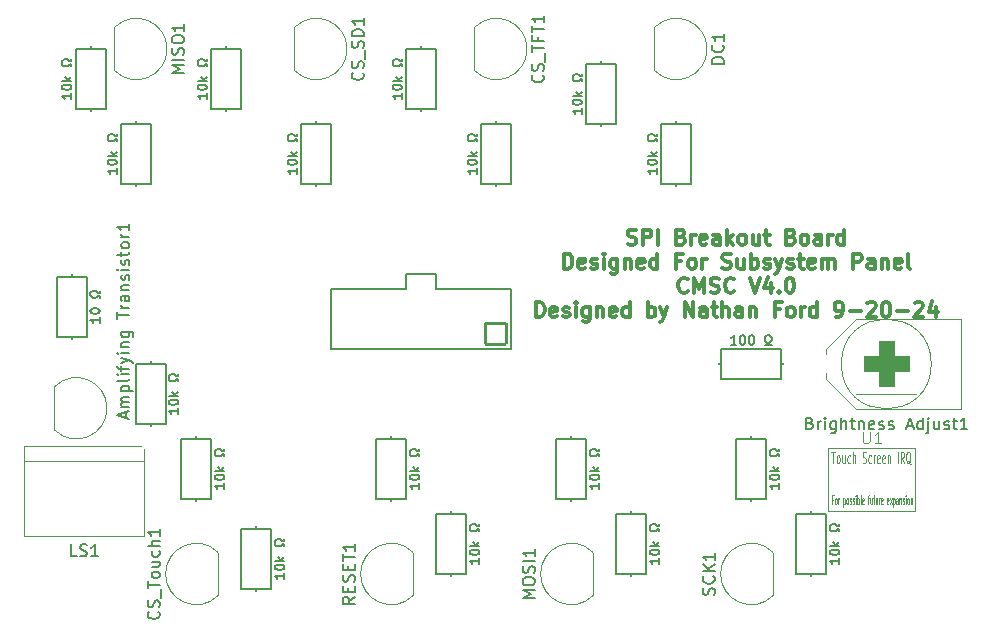
<source format=gbr>
%TF.GenerationSoftware,KiCad,Pcbnew,8.0.6*%
%TF.CreationDate,2025-05-19T18:36:41-06:00*%
%TF.ProjectId,Subsystem SPI Breakout v4,53756273-7973-4746-956d-205350492042,rev?*%
%TF.SameCoordinates,Original*%
%TF.FileFunction,Legend,Top*%
%TF.FilePolarity,Positive*%
%FSLAX46Y46*%
G04 Gerber Fmt 4.6, Leading zero omitted, Abs format (unit mm)*
G04 Created by KiCad (PCBNEW 8.0.6) date 2025-05-19 18:36:41*
%MOMM*%
%LPD*%
G01*
G04 APERTURE LIST*
G04 Aperture macros list*
%AMRoundRect*
0 Rectangle with rounded corners*
0 $1 Rounding radius*
0 $2 $3 $4 $5 $6 $7 $8 $9 X,Y pos of 4 corners*
0 Add a 4 corners polygon primitive as box body*
4,1,4,$2,$3,$4,$5,$6,$7,$8,$9,$2,$3,0*
0 Add four circle primitives for the rounded corners*
1,1,$1+$1,$2,$3*
1,1,$1+$1,$4,$5*
1,1,$1+$1,$6,$7*
1,1,$1+$1,$8,$9*
0 Add four rect primitives between the rounded corners*
20,1,$1+$1,$2,$3,$4,$5,0*
20,1,$1+$1,$4,$5,$6,$7,0*
20,1,$1+$1,$6,$7,$8,$9,0*
20,1,$1+$1,$8,$9,$2,$3,0*%
G04 Aperture macros list end*
%ADD10C,0.100000*%
%ADD11C,0.300000*%
%ADD12C,0.150000*%
%ADD13C,0.063500*%
%ADD14C,0.127000*%
%ADD15C,0.120000*%
%ADD16C,1.982000*%
%ADD17C,1.524000*%
%ADD18R,1.500000X1.050000*%
%ADD19O,1.500000X1.050000*%
%ADD20C,1.905000*%
%ADD21R,3.000000X3.000000*%
%ADD22C,3.000000*%
%ADD23RoundRect,0.102000X0.889000X0.889000X-0.889000X0.889000X-0.889000X-0.889000X0.889000X-0.889000X0*%
%ADD24C,2.794000*%
%ADD25C,1.700000*%
G04 APERTURE END LIST*
D10*
X183314169Y-106472419D02*
X183604455Y-106472419D01*
X183459312Y-107472419D02*
X183459312Y-106472419D01*
X183846360Y-107472419D02*
X183797979Y-107424800D01*
X183797979Y-107424800D02*
X183773789Y-107377180D01*
X183773789Y-107377180D02*
X183749598Y-107281942D01*
X183749598Y-107281942D02*
X183749598Y-106996228D01*
X183749598Y-106996228D02*
X183773789Y-106900990D01*
X183773789Y-106900990D02*
X183797979Y-106853371D01*
X183797979Y-106853371D02*
X183846360Y-106805752D01*
X183846360Y-106805752D02*
X183918932Y-106805752D01*
X183918932Y-106805752D02*
X183967313Y-106853371D01*
X183967313Y-106853371D02*
X183991503Y-106900990D01*
X183991503Y-106900990D02*
X184015694Y-106996228D01*
X184015694Y-106996228D02*
X184015694Y-107281942D01*
X184015694Y-107281942D02*
X183991503Y-107377180D01*
X183991503Y-107377180D02*
X183967313Y-107424800D01*
X183967313Y-107424800D02*
X183918932Y-107472419D01*
X183918932Y-107472419D02*
X183846360Y-107472419D01*
X184451122Y-106805752D02*
X184451122Y-107472419D01*
X184233408Y-106805752D02*
X184233408Y-107329561D01*
X184233408Y-107329561D02*
X184257598Y-107424800D01*
X184257598Y-107424800D02*
X184305979Y-107472419D01*
X184305979Y-107472419D02*
X184378551Y-107472419D01*
X184378551Y-107472419D02*
X184426932Y-107424800D01*
X184426932Y-107424800D02*
X184451122Y-107377180D01*
X184910741Y-107424800D02*
X184862360Y-107472419D01*
X184862360Y-107472419D02*
X184765598Y-107472419D01*
X184765598Y-107472419D02*
X184717217Y-107424800D01*
X184717217Y-107424800D02*
X184693027Y-107377180D01*
X184693027Y-107377180D02*
X184668836Y-107281942D01*
X184668836Y-107281942D02*
X184668836Y-106996228D01*
X184668836Y-106996228D02*
X184693027Y-106900990D01*
X184693027Y-106900990D02*
X184717217Y-106853371D01*
X184717217Y-106853371D02*
X184765598Y-106805752D01*
X184765598Y-106805752D02*
X184862360Y-106805752D01*
X184862360Y-106805752D02*
X184910741Y-106853371D01*
X185128456Y-107472419D02*
X185128456Y-106472419D01*
X185346170Y-107472419D02*
X185346170Y-106948609D01*
X185346170Y-106948609D02*
X185321980Y-106853371D01*
X185321980Y-106853371D02*
X185273599Y-106805752D01*
X185273599Y-106805752D02*
X185201027Y-106805752D01*
X185201027Y-106805752D02*
X185152646Y-106853371D01*
X185152646Y-106853371D02*
X185128456Y-106900990D01*
X185950932Y-107424800D02*
X186023504Y-107472419D01*
X186023504Y-107472419D02*
X186144456Y-107472419D01*
X186144456Y-107472419D02*
X186192837Y-107424800D01*
X186192837Y-107424800D02*
X186217028Y-107377180D01*
X186217028Y-107377180D02*
X186241218Y-107281942D01*
X186241218Y-107281942D02*
X186241218Y-107186704D01*
X186241218Y-107186704D02*
X186217028Y-107091466D01*
X186217028Y-107091466D02*
X186192837Y-107043847D01*
X186192837Y-107043847D02*
X186144456Y-106996228D01*
X186144456Y-106996228D02*
X186047694Y-106948609D01*
X186047694Y-106948609D02*
X185999313Y-106900990D01*
X185999313Y-106900990D02*
X185975123Y-106853371D01*
X185975123Y-106853371D02*
X185950932Y-106758133D01*
X185950932Y-106758133D02*
X185950932Y-106662895D01*
X185950932Y-106662895D02*
X185975123Y-106567657D01*
X185975123Y-106567657D02*
X185999313Y-106520038D01*
X185999313Y-106520038D02*
X186047694Y-106472419D01*
X186047694Y-106472419D02*
X186168647Y-106472419D01*
X186168647Y-106472419D02*
X186241218Y-106520038D01*
X186676647Y-107424800D02*
X186628266Y-107472419D01*
X186628266Y-107472419D02*
X186531504Y-107472419D01*
X186531504Y-107472419D02*
X186483123Y-107424800D01*
X186483123Y-107424800D02*
X186458933Y-107377180D01*
X186458933Y-107377180D02*
X186434742Y-107281942D01*
X186434742Y-107281942D02*
X186434742Y-106996228D01*
X186434742Y-106996228D02*
X186458933Y-106900990D01*
X186458933Y-106900990D02*
X186483123Y-106853371D01*
X186483123Y-106853371D02*
X186531504Y-106805752D01*
X186531504Y-106805752D02*
X186628266Y-106805752D01*
X186628266Y-106805752D02*
X186676647Y-106853371D01*
X186894362Y-107472419D02*
X186894362Y-106805752D01*
X186894362Y-106996228D02*
X186918552Y-106900990D01*
X186918552Y-106900990D02*
X186942743Y-106853371D01*
X186942743Y-106853371D02*
X186991124Y-106805752D01*
X186991124Y-106805752D02*
X187039505Y-106805752D01*
X187402362Y-107424800D02*
X187353981Y-107472419D01*
X187353981Y-107472419D02*
X187257219Y-107472419D01*
X187257219Y-107472419D02*
X187208838Y-107424800D01*
X187208838Y-107424800D02*
X187184647Y-107329561D01*
X187184647Y-107329561D02*
X187184647Y-106948609D01*
X187184647Y-106948609D02*
X187208838Y-106853371D01*
X187208838Y-106853371D02*
X187257219Y-106805752D01*
X187257219Y-106805752D02*
X187353981Y-106805752D01*
X187353981Y-106805752D02*
X187402362Y-106853371D01*
X187402362Y-106853371D02*
X187426552Y-106948609D01*
X187426552Y-106948609D02*
X187426552Y-107043847D01*
X187426552Y-107043847D02*
X187184647Y-107139085D01*
X187837791Y-107424800D02*
X187789410Y-107472419D01*
X187789410Y-107472419D02*
X187692648Y-107472419D01*
X187692648Y-107472419D02*
X187644267Y-107424800D01*
X187644267Y-107424800D02*
X187620076Y-107329561D01*
X187620076Y-107329561D02*
X187620076Y-106948609D01*
X187620076Y-106948609D02*
X187644267Y-106853371D01*
X187644267Y-106853371D02*
X187692648Y-106805752D01*
X187692648Y-106805752D02*
X187789410Y-106805752D01*
X187789410Y-106805752D02*
X187837791Y-106853371D01*
X187837791Y-106853371D02*
X187861981Y-106948609D01*
X187861981Y-106948609D02*
X187861981Y-107043847D01*
X187861981Y-107043847D02*
X187620076Y-107139085D01*
X188079696Y-106805752D02*
X188079696Y-107472419D01*
X188079696Y-106900990D02*
X188103886Y-106853371D01*
X188103886Y-106853371D02*
X188152267Y-106805752D01*
X188152267Y-106805752D02*
X188224839Y-106805752D01*
X188224839Y-106805752D02*
X188273220Y-106853371D01*
X188273220Y-106853371D02*
X188297410Y-106948609D01*
X188297410Y-106948609D02*
X188297410Y-107472419D01*
X188926363Y-107472419D02*
X188926363Y-106472419D01*
X189458554Y-107472419D02*
X189289220Y-106996228D01*
X189168268Y-107472419D02*
X189168268Y-106472419D01*
X189168268Y-106472419D02*
X189361792Y-106472419D01*
X189361792Y-106472419D02*
X189410173Y-106520038D01*
X189410173Y-106520038D02*
X189434363Y-106567657D01*
X189434363Y-106567657D02*
X189458554Y-106662895D01*
X189458554Y-106662895D02*
X189458554Y-106805752D01*
X189458554Y-106805752D02*
X189434363Y-106900990D01*
X189434363Y-106900990D02*
X189410173Y-106948609D01*
X189410173Y-106948609D02*
X189361792Y-106996228D01*
X189361792Y-106996228D02*
X189168268Y-106996228D01*
X190014935Y-107567657D02*
X189966554Y-107520038D01*
X189966554Y-107520038D02*
X189918173Y-107424800D01*
X189918173Y-107424800D02*
X189845601Y-107281942D01*
X189845601Y-107281942D02*
X189797220Y-107234323D01*
X189797220Y-107234323D02*
X189748839Y-107234323D01*
X189773030Y-107472419D02*
X189724649Y-107424800D01*
X189724649Y-107424800D02*
X189676268Y-107329561D01*
X189676268Y-107329561D02*
X189652077Y-107139085D01*
X189652077Y-107139085D02*
X189652077Y-106805752D01*
X189652077Y-106805752D02*
X189676268Y-106615276D01*
X189676268Y-106615276D02*
X189724649Y-106520038D01*
X189724649Y-106520038D02*
X189773030Y-106472419D01*
X189773030Y-106472419D02*
X189869792Y-106472419D01*
X189869792Y-106472419D02*
X189918173Y-106520038D01*
X189918173Y-106520038D02*
X189966554Y-106615276D01*
X189966554Y-106615276D02*
X189990744Y-106805752D01*
X189990744Y-106805752D02*
X189990744Y-107139085D01*
X189990744Y-107139085D02*
X189966554Y-107329561D01*
X189966554Y-107329561D02*
X189918173Y-107424800D01*
X189918173Y-107424800D02*
X189869792Y-107472419D01*
X189869792Y-107472419D02*
X189773030Y-107472419D01*
D11*
X166067618Y-88884613D02*
X166249047Y-88945089D01*
X166249047Y-88945089D02*
X166551428Y-88945089D01*
X166551428Y-88945089D02*
X166672380Y-88884613D01*
X166672380Y-88884613D02*
X166732856Y-88824136D01*
X166732856Y-88824136D02*
X166793333Y-88703184D01*
X166793333Y-88703184D02*
X166793333Y-88582232D01*
X166793333Y-88582232D02*
X166732856Y-88461279D01*
X166732856Y-88461279D02*
X166672380Y-88400803D01*
X166672380Y-88400803D02*
X166551428Y-88340327D01*
X166551428Y-88340327D02*
X166309523Y-88279851D01*
X166309523Y-88279851D02*
X166188571Y-88219374D01*
X166188571Y-88219374D02*
X166128094Y-88158898D01*
X166128094Y-88158898D02*
X166067618Y-88037946D01*
X166067618Y-88037946D02*
X166067618Y-87916993D01*
X166067618Y-87916993D02*
X166128094Y-87796041D01*
X166128094Y-87796041D02*
X166188571Y-87735565D01*
X166188571Y-87735565D02*
X166309523Y-87675089D01*
X166309523Y-87675089D02*
X166611904Y-87675089D01*
X166611904Y-87675089D02*
X166793333Y-87735565D01*
X167337618Y-88945089D02*
X167337618Y-87675089D01*
X167337618Y-87675089D02*
X167821428Y-87675089D01*
X167821428Y-87675089D02*
X167942380Y-87735565D01*
X167942380Y-87735565D02*
X168002857Y-87796041D01*
X168002857Y-87796041D02*
X168063333Y-87916993D01*
X168063333Y-87916993D02*
X168063333Y-88098422D01*
X168063333Y-88098422D02*
X168002857Y-88219374D01*
X168002857Y-88219374D02*
X167942380Y-88279851D01*
X167942380Y-88279851D02*
X167821428Y-88340327D01*
X167821428Y-88340327D02*
X167337618Y-88340327D01*
X168607618Y-88945089D02*
X168607618Y-87675089D01*
X170603333Y-88279851D02*
X170784761Y-88340327D01*
X170784761Y-88340327D02*
X170845238Y-88400803D01*
X170845238Y-88400803D02*
X170905714Y-88521755D01*
X170905714Y-88521755D02*
X170905714Y-88703184D01*
X170905714Y-88703184D02*
X170845238Y-88824136D01*
X170845238Y-88824136D02*
X170784761Y-88884613D01*
X170784761Y-88884613D02*
X170663809Y-88945089D01*
X170663809Y-88945089D02*
X170179999Y-88945089D01*
X170179999Y-88945089D02*
X170179999Y-87675089D01*
X170179999Y-87675089D02*
X170603333Y-87675089D01*
X170603333Y-87675089D02*
X170724285Y-87735565D01*
X170724285Y-87735565D02*
X170784761Y-87796041D01*
X170784761Y-87796041D02*
X170845238Y-87916993D01*
X170845238Y-87916993D02*
X170845238Y-88037946D01*
X170845238Y-88037946D02*
X170784761Y-88158898D01*
X170784761Y-88158898D02*
X170724285Y-88219374D01*
X170724285Y-88219374D02*
X170603333Y-88279851D01*
X170603333Y-88279851D02*
X170179999Y-88279851D01*
X171449999Y-88945089D02*
X171449999Y-88098422D01*
X171449999Y-88340327D02*
X171510476Y-88219374D01*
X171510476Y-88219374D02*
X171570952Y-88158898D01*
X171570952Y-88158898D02*
X171691904Y-88098422D01*
X171691904Y-88098422D02*
X171812857Y-88098422D01*
X172719999Y-88884613D02*
X172599047Y-88945089D01*
X172599047Y-88945089D02*
X172357142Y-88945089D01*
X172357142Y-88945089D02*
X172236189Y-88884613D01*
X172236189Y-88884613D02*
X172175713Y-88763660D01*
X172175713Y-88763660D02*
X172175713Y-88279851D01*
X172175713Y-88279851D02*
X172236189Y-88158898D01*
X172236189Y-88158898D02*
X172357142Y-88098422D01*
X172357142Y-88098422D02*
X172599047Y-88098422D01*
X172599047Y-88098422D02*
X172719999Y-88158898D01*
X172719999Y-88158898D02*
X172780475Y-88279851D01*
X172780475Y-88279851D02*
X172780475Y-88400803D01*
X172780475Y-88400803D02*
X172175713Y-88521755D01*
X173869046Y-88945089D02*
X173869046Y-88279851D01*
X173869046Y-88279851D02*
X173808570Y-88158898D01*
X173808570Y-88158898D02*
X173687618Y-88098422D01*
X173687618Y-88098422D02*
X173445713Y-88098422D01*
X173445713Y-88098422D02*
X173324760Y-88158898D01*
X173869046Y-88884613D02*
X173748094Y-88945089D01*
X173748094Y-88945089D02*
X173445713Y-88945089D01*
X173445713Y-88945089D02*
X173324760Y-88884613D01*
X173324760Y-88884613D02*
X173264284Y-88763660D01*
X173264284Y-88763660D02*
X173264284Y-88642708D01*
X173264284Y-88642708D02*
X173324760Y-88521755D01*
X173324760Y-88521755D02*
X173445713Y-88461279D01*
X173445713Y-88461279D02*
X173748094Y-88461279D01*
X173748094Y-88461279D02*
X173869046Y-88400803D01*
X174473808Y-88945089D02*
X174473808Y-87675089D01*
X174594761Y-88461279D02*
X174957618Y-88945089D01*
X174957618Y-88098422D02*
X174473808Y-88582232D01*
X175683332Y-88945089D02*
X175562380Y-88884613D01*
X175562380Y-88884613D02*
X175501903Y-88824136D01*
X175501903Y-88824136D02*
X175441427Y-88703184D01*
X175441427Y-88703184D02*
X175441427Y-88340327D01*
X175441427Y-88340327D02*
X175501903Y-88219374D01*
X175501903Y-88219374D02*
X175562380Y-88158898D01*
X175562380Y-88158898D02*
X175683332Y-88098422D01*
X175683332Y-88098422D02*
X175864761Y-88098422D01*
X175864761Y-88098422D02*
X175985713Y-88158898D01*
X175985713Y-88158898D02*
X176046189Y-88219374D01*
X176046189Y-88219374D02*
X176106665Y-88340327D01*
X176106665Y-88340327D02*
X176106665Y-88703184D01*
X176106665Y-88703184D02*
X176046189Y-88824136D01*
X176046189Y-88824136D02*
X175985713Y-88884613D01*
X175985713Y-88884613D02*
X175864761Y-88945089D01*
X175864761Y-88945089D02*
X175683332Y-88945089D01*
X177195237Y-88098422D02*
X177195237Y-88945089D01*
X176650951Y-88098422D02*
X176650951Y-88763660D01*
X176650951Y-88763660D02*
X176711428Y-88884613D01*
X176711428Y-88884613D02*
X176832380Y-88945089D01*
X176832380Y-88945089D02*
X177013809Y-88945089D01*
X177013809Y-88945089D02*
X177134761Y-88884613D01*
X177134761Y-88884613D02*
X177195237Y-88824136D01*
X177618571Y-88098422D02*
X178102380Y-88098422D01*
X177799999Y-87675089D02*
X177799999Y-88763660D01*
X177799999Y-88763660D02*
X177860476Y-88884613D01*
X177860476Y-88884613D02*
X177981428Y-88945089D01*
X177981428Y-88945089D02*
X178102380Y-88945089D01*
X179916666Y-88279851D02*
X180098094Y-88340327D01*
X180098094Y-88340327D02*
X180158571Y-88400803D01*
X180158571Y-88400803D02*
X180219047Y-88521755D01*
X180219047Y-88521755D02*
X180219047Y-88703184D01*
X180219047Y-88703184D02*
X180158571Y-88824136D01*
X180158571Y-88824136D02*
X180098094Y-88884613D01*
X180098094Y-88884613D02*
X179977142Y-88945089D01*
X179977142Y-88945089D02*
X179493332Y-88945089D01*
X179493332Y-88945089D02*
X179493332Y-87675089D01*
X179493332Y-87675089D02*
X179916666Y-87675089D01*
X179916666Y-87675089D02*
X180037618Y-87735565D01*
X180037618Y-87735565D02*
X180098094Y-87796041D01*
X180098094Y-87796041D02*
X180158571Y-87916993D01*
X180158571Y-87916993D02*
X180158571Y-88037946D01*
X180158571Y-88037946D02*
X180098094Y-88158898D01*
X180098094Y-88158898D02*
X180037618Y-88219374D01*
X180037618Y-88219374D02*
X179916666Y-88279851D01*
X179916666Y-88279851D02*
X179493332Y-88279851D01*
X180944761Y-88945089D02*
X180823809Y-88884613D01*
X180823809Y-88884613D02*
X180763332Y-88824136D01*
X180763332Y-88824136D02*
X180702856Y-88703184D01*
X180702856Y-88703184D02*
X180702856Y-88340327D01*
X180702856Y-88340327D02*
X180763332Y-88219374D01*
X180763332Y-88219374D02*
X180823809Y-88158898D01*
X180823809Y-88158898D02*
X180944761Y-88098422D01*
X180944761Y-88098422D02*
X181126190Y-88098422D01*
X181126190Y-88098422D02*
X181247142Y-88158898D01*
X181247142Y-88158898D02*
X181307618Y-88219374D01*
X181307618Y-88219374D02*
X181368094Y-88340327D01*
X181368094Y-88340327D02*
X181368094Y-88703184D01*
X181368094Y-88703184D02*
X181307618Y-88824136D01*
X181307618Y-88824136D02*
X181247142Y-88884613D01*
X181247142Y-88884613D02*
X181126190Y-88945089D01*
X181126190Y-88945089D02*
X180944761Y-88945089D01*
X182456666Y-88945089D02*
X182456666Y-88279851D01*
X182456666Y-88279851D02*
X182396190Y-88158898D01*
X182396190Y-88158898D02*
X182275238Y-88098422D01*
X182275238Y-88098422D02*
X182033333Y-88098422D01*
X182033333Y-88098422D02*
X181912380Y-88158898D01*
X182456666Y-88884613D02*
X182335714Y-88945089D01*
X182335714Y-88945089D02*
X182033333Y-88945089D01*
X182033333Y-88945089D02*
X181912380Y-88884613D01*
X181912380Y-88884613D02*
X181851904Y-88763660D01*
X181851904Y-88763660D02*
X181851904Y-88642708D01*
X181851904Y-88642708D02*
X181912380Y-88521755D01*
X181912380Y-88521755D02*
X182033333Y-88461279D01*
X182033333Y-88461279D02*
X182335714Y-88461279D01*
X182335714Y-88461279D02*
X182456666Y-88400803D01*
X183061428Y-88945089D02*
X183061428Y-88098422D01*
X183061428Y-88340327D02*
X183121905Y-88219374D01*
X183121905Y-88219374D02*
X183182381Y-88158898D01*
X183182381Y-88158898D02*
X183303333Y-88098422D01*
X183303333Y-88098422D02*
X183424286Y-88098422D01*
X184391904Y-88945089D02*
X184391904Y-87675089D01*
X184391904Y-88884613D02*
X184270952Y-88945089D01*
X184270952Y-88945089D02*
X184029047Y-88945089D01*
X184029047Y-88945089D02*
X183908095Y-88884613D01*
X183908095Y-88884613D02*
X183847618Y-88824136D01*
X183847618Y-88824136D02*
X183787142Y-88703184D01*
X183787142Y-88703184D02*
X183787142Y-88340327D01*
X183787142Y-88340327D02*
X183847618Y-88219374D01*
X183847618Y-88219374D02*
X183908095Y-88158898D01*
X183908095Y-88158898D02*
X184029047Y-88098422D01*
X184029047Y-88098422D02*
X184270952Y-88098422D01*
X184270952Y-88098422D02*
X184391904Y-88158898D01*
X160655000Y-90989718D02*
X160655000Y-89719718D01*
X160655000Y-89719718D02*
X160957381Y-89719718D01*
X160957381Y-89719718D02*
X161138810Y-89780194D01*
X161138810Y-89780194D02*
X161259762Y-89901146D01*
X161259762Y-89901146D02*
X161320239Y-90022099D01*
X161320239Y-90022099D02*
X161380715Y-90264003D01*
X161380715Y-90264003D02*
X161380715Y-90445432D01*
X161380715Y-90445432D02*
X161320239Y-90687337D01*
X161320239Y-90687337D02*
X161259762Y-90808289D01*
X161259762Y-90808289D02*
X161138810Y-90929242D01*
X161138810Y-90929242D02*
X160957381Y-90989718D01*
X160957381Y-90989718D02*
X160655000Y-90989718D01*
X162408810Y-90929242D02*
X162287858Y-90989718D01*
X162287858Y-90989718D02*
X162045953Y-90989718D01*
X162045953Y-90989718D02*
X161925000Y-90929242D01*
X161925000Y-90929242D02*
X161864524Y-90808289D01*
X161864524Y-90808289D02*
X161864524Y-90324480D01*
X161864524Y-90324480D02*
X161925000Y-90203527D01*
X161925000Y-90203527D02*
X162045953Y-90143051D01*
X162045953Y-90143051D02*
X162287858Y-90143051D01*
X162287858Y-90143051D02*
X162408810Y-90203527D01*
X162408810Y-90203527D02*
X162469286Y-90324480D01*
X162469286Y-90324480D02*
X162469286Y-90445432D01*
X162469286Y-90445432D02*
X161864524Y-90566384D01*
X162953095Y-90929242D02*
X163074048Y-90989718D01*
X163074048Y-90989718D02*
X163315952Y-90989718D01*
X163315952Y-90989718D02*
X163436905Y-90929242D01*
X163436905Y-90929242D02*
X163497381Y-90808289D01*
X163497381Y-90808289D02*
X163497381Y-90747813D01*
X163497381Y-90747813D02*
X163436905Y-90626861D01*
X163436905Y-90626861D02*
X163315952Y-90566384D01*
X163315952Y-90566384D02*
X163134524Y-90566384D01*
X163134524Y-90566384D02*
X163013571Y-90505908D01*
X163013571Y-90505908D02*
X162953095Y-90384956D01*
X162953095Y-90384956D02*
X162953095Y-90324480D01*
X162953095Y-90324480D02*
X163013571Y-90203527D01*
X163013571Y-90203527D02*
X163134524Y-90143051D01*
X163134524Y-90143051D02*
X163315952Y-90143051D01*
X163315952Y-90143051D02*
X163436905Y-90203527D01*
X164041666Y-90989718D02*
X164041666Y-90143051D01*
X164041666Y-89719718D02*
X163981190Y-89780194D01*
X163981190Y-89780194D02*
X164041666Y-89840670D01*
X164041666Y-89840670D02*
X164102143Y-89780194D01*
X164102143Y-89780194D02*
X164041666Y-89719718D01*
X164041666Y-89719718D02*
X164041666Y-89840670D01*
X165190714Y-90143051D02*
X165190714Y-91171146D01*
X165190714Y-91171146D02*
X165130238Y-91292099D01*
X165130238Y-91292099D02*
X165069762Y-91352575D01*
X165069762Y-91352575D02*
X164948809Y-91413051D01*
X164948809Y-91413051D02*
X164767381Y-91413051D01*
X164767381Y-91413051D02*
X164646428Y-91352575D01*
X165190714Y-90929242D02*
X165069762Y-90989718D01*
X165069762Y-90989718D02*
X164827857Y-90989718D01*
X164827857Y-90989718D02*
X164706905Y-90929242D01*
X164706905Y-90929242D02*
X164646428Y-90868765D01*
X164646428Y-90868765D02*
X164585952Y-90747813D01*
X164585952Y-90747813D02*
X164585952Y-90384956D01*
X164585952Y-90384956D02*
X164646428Y-90264003D01*
X164646428Y-90264003D02*
X164706905Y-90203527D01*
X164706905Y-90203527D02*
X164827857Y-90143051D01*
X164827857Y-90143051D02*
X165069762Y-90143051D01*
X165069762Y-90143051D02*
X165190714Y-90203527D01*
X165795476Y-90143051D02*
X165795476Y-90989718D01*
X165795476Y-90264003D02*
X165855953Y-90203527D01*
X165855953Y-90203527D02*
X165976905Y-90143051D01*
X165976905Y-90143051D02*
X166158334Y-90143051D01*
X166158334Y-90143051D02*
X166279286Y-90203527D01*
X166279286Y-90203527D02*
X166339762Y-90324480D01*
X166339762Y-90324480D02*
X166339762Y-90989718D01*
X167428334Y-90929242D02*
X167307382Y-90989718D01*
X167307382Y-90989718D02*
X167065477Y-90989718D01*
X167065477Y-90989718D02*
X166944524Y-90929242D01*
X166944524Y-90929242D02*
X166884048Y-90808289D01*
X166884048Y-90808289D02*
X166884048Y-90324480D01*
X166884048Y-90324480D02*
X166944524Y-90203527D01*
X166944524Y-90203527D02*
X167065477Y-90143051D01*
X167065477Y-90143051D02*
X167307382Y-90143051D01*
X167307382Y-90143051D02*
X167428334Y-90203527D01*
X167428334Y-90203527D02*
X167488810Y-90324480D01*
X167488810Y-90324480D02*
X167488810Y-90445432D01*
X167488810Y-90445432D02*
X166884048Y-90566384D01*
X168577381Y-90989718D02*
X168577381Y-89719718D01*
X168577381Y-90929242D02*
X168456429Y-90989718D01*
X168456429Y-90989718D02*
X168214524Y-90989718D01*
X168214524Y-90989718D02*
X168093572Y-90929242D01*
X168093572Y-90929242D02*
X168033095Y-90868765D01*
X168033095Y-90868765D02*
X167972619Y-90747813D01*
X167972619Y-90747813D02*
X167972619Y-90384956D01*
X167972619Y-90384956D02*
X168033095Y-90264003D01*
X168033095Y-90264003D02*
X168093572Y-90203527D01*
X168093572Y-90203527D02*
X168214524Y-90143051D01*
X168214524Y-90143051D02*
X168456429Y-90143051D01*
X168456429Y-90143051D02*
X168577381Y-90203527D01*
X170573096Y-90324480D02*
X170149762Y-90324480D01*
X170149762Y-90989718D02*
X170149762Y-89719718D01*
X170149762Y-89719718D02*
X170754524Y-89719718D01*
X171419762Y-90989718D02*
X171298810Y-90929242D01*
X171298810Y-90929242D02*
X171238333Y-90868765D01*
X171238333Y-90868765D02*
X171177857Y-90747813D01*
X171177857Y-90747813D02*
X171177857Y-90384956D01*
X171177857Y-90384956D02*
X171238333Y-90264003D01*
X171238333Y-90264003D02*
X171298810Y-90203527D01*
X171298810Y-90203527D02*
X171419762Y-90143051D01*
X171419762Y-90143051D02*
X171601191Y-90143051D01*
X171601191Y-90143051D02*
X171722143Y-90203527D01*
X171722143Y-90203527D02*
X171782619Y-90264003D01*
X171782619Y-90264003D02*
X171843095Y-90384956D01*
X171843095Y-90384956D02*
X171843095Y-90747813D01*
X171843095Y-90747813D02*
X171782619Y-90868765D01*
X171782619Y-90868765D02*
X171722143Y-90929242D01*
X171722143Y-90929242D02*
X171601191Y-90989718D01*
X171601191Y-90989718D02*
X171419762Y-90989718D01*
X172387381Y-90989718D02*
X172387381Y-90143051D01*
X172387381Y-90384956D02*
X172447858Y-90264003D01*
X172447858Y-90264003D02*
X172508334Y-90203527D01*
X172508334Y-90203527D02*
X172629286Y-90143051D01*
X172629286Y-90143051D02*
X172750239Y-90143051D01*
X174080714Y-90929242D02*
X174262143Y-90989718D01*
X174262143Y-90989718D02*
X174564524Y-90989718D01*
X174564524Y-90989718D02*
X174685476Y-90929242D01*
X174685476Y-90929242D02*
X174745952Y-90868765D01*
X174745952Y-90868765D02*
X174806429Y-90747813D01*
X174806429Y-90747813D02*
X174806429Y-90626861D01*
X174806429Y-90626861D02*
X174745952Y-90505908D01*
X174745952Y-90505908D02*
X174685476Y-90445432D01*
X174685476Y-90445432D02*
X174564524Y-90384956D01*
X174564524Y-90384956D02*
X174322619Y-90324480D01*
X174322619Y-90324480D02*
X174201667Y-90264003D01*
X174201667Y-90264003D02*
X174141190Y-90203527D01*
X174141190Y-90203527D02*
X174080714Y-90082575D01*
X174080714Y-90082575D02*
X174080714Y-89961622D01*
X174080714Y-89961622D02*
X174141190Y-89840670D01*
X174141190Y-89840670D02*
X174201667Y-89780194D01*
X174201667Y-89780194D02*
X174322619Y-89719718D01*
X174322619Y-89719718D02*
X174625000Y-89719718D01*
X174625000Y-89719718D02*
X174806429Y-89780194D01*
X175895000Y-90143051D02*
X175895000Y-90989718D01*
X175350714Y-90143051D02*
X175350714Y-90808289D01*
X175350714Y-90808289D02*
X175411191Y-90929242D01*
X175411191Y-90929242D02*
X175532143Y-90989718D01*
X175532143Y-90989718D02*
X175713572Y-90989718D01*
X175713572Y-90989718D02*
X175834524Y-90929242D01*
X175834524Y-90929242D02*
X175895000Y-90868765D01*
X176499762Y-90989718D02*
X176499762Y-89719718D01*
X176499762Y-90203527D02*
X176620715Y-90143051D01*
X176620715Y-90143051D02*
X176862620Y-90143051D01*
X176862620Y-90143051D02*
X176983572Y-90203527D01*
X176983572Y-90203527D02*
X177044048Y-90264003D01*
X177044048Y-90264003D02*
X177104524Y-90384956D01*
X177104524Y-90384956D02*
X177104524Y-90747813D01*
X177104524Y-90747813D02*
X177044048Y-90868765D01*
X177044048Y-90868765D02*
X176983572Y-90929242D01*
X176983572Y-90929242D02*
X176862620Y-90989718D01*
X176862620Y-90989718D02*
X176620715Y-90989718D01*
X176620715Y-90989718D02*
X176499762Y-90929242D01*
X177588334Y-90929242D02*
X177709287Y-90989718D01*
X177709287Y-90989718D02*
X177951191Y-90989718D01*
X177951191Y-90989718D02*
X178072144Y-90929242D01*
X178072144Y-90929242D02*
X178132620Y-90808289D01*
X178132620Y-90808289D02*
X178132620Y-90747813D01*
X178132620Y-90747813D02*
X178072144Y-90626861D01*
X178072144Y-90626861D02*
X177951191Y-90566384D01*
X177951191Y-90566384D02*
X177769763Y-90566384D01*
X177769763Y-90566384D02*
X177648810Y-90505908D01*
X177648810Y-90505908D02*
X177588334Y-90384956D01*
X177588334Y-90384956D02*
X177588334Y-90324480D01*
X177588334Y-90324480D02*
X177648810Y-90203527D01*
X177648810Y-90203527D02*
X177769763Y-90143051D01*
X177769763Y-90143051D02*
X177951191Y-90143051D01*
X177951191Y-90143051D02*
X178072144Y-90203527D01*
X178555953Y-90143051D02*
X178858334Y-90989718D01*
X179160715Y-90143051D02*
X178858334Y-90989718D01*
X178858334Y-90989718D02*
X178737382Y-91292099D01*
X178737382Y-91292099D02*
X178676905Y-91352575D01*
X178676905Y-91352575D02*
X178555953Y-91413051D01*
X179584048Y-90929242D02*
X179705001Y-90989718D01*
X179705001Y-90989718D02*
X179946905Y-90989718D01*
X179946905Y-90989718D02*
X180067858Y-90929242D01*
X180067858Y-90929242D02*
X180128334Y-90808289D01*
X180128334Y-90808289D02*
X180128334Y-90747813D01*
X180128334Y-90747813D02*
X180067858Y-90626861D01*
X180067858Y-90626861D02*
X179946905Y-90566384D01*
X179946905Y-90566384D02*
X179765477Y-90566384D01*
X179765477Y-90566384D02*
X179644524Y-90505908D01*
X179644524Y-90505908D02*
X179584048Y-90384956D01*
X179584048Y-90384956D02*
X179584048Y-90324480D01*
X179584048Y-90324480D02*
X179644524Y-90203527D01*
X179644524Y-90203527D02*
X179765477Y-90143051D01*
X179765477Y-90143051D02*
X179946905Y-90143051D01*
X179946905Y-90143051D02*
X180067858Y-90203527D01*
X180491191Y-90143051D02*
X180975000Y-90143051D01*
X180672619Y-89719718D02*
X180672619Y-90808289D01*
X180672619Y-90808289D02*
X180733096Y-90929242D01*
X180733096Y-90929242D02*
X180854048Y-90989718D01*
X180854048Y-90989718D02*
X180975000Y-90989718D01*
X181882143Y-90929242D02*
X181761191Y-90989718D01*
X181761191Y-90989718D02*
X181519286Y-90989718D01*
X181519286Y-90989718D02*
X181398333Y-90929242D01*
X181398333Y-90929242D02*
X181337857Y-90808289D01*
X181337857Y-90808289D02*
X181337857Y-90324480D01*
X181337857Y-90324480D02*
X181398333Y-90203527D01*
X181398333Y-90203527D02*
X181519286Y-90143051D01*
X181519286Y-90143051D02*
X181761191Y-90143051D01*
X181761191Y-90143051D02*
X181882143Y-90203527D01*
X181882143Y-90203527D02*
X181942619Y-90324480D01*
X181942619Y-90324480D02*
X181942619Y-90445432D01*
X181942619Y-90445432D02*
X181337857Y-90566384D01*
X182486904Y-90989718D02*
X182486904Y-90143051D01*
X182486904Y-90264003D02*
X182547381Y-90203527D01*
X182547381Y-90203527D02*
X182668333Y-90143051D01*
X182668333Y-90143051D02*
X182849762Y-90143051D01*
X182849762Y-90143051D02*
X182970714Y-90203527D01*
X182970714Y-90203527D02*
X183031190Y-90324480D01*
X183031190Y-90324480D02*
X183031190Y-90989718D01*
X183031190Y-90324480D02*
X183091666Y-90203527D01*
X183091666Y-90203527D02*
X183212619Y-90143051D01*
X183212619Y-90143051D02*
X183394047Y-90143051D01*
X183394047Y-90143051D02*
X183515000Y-90203527D01*
X183515000Y-90203527D02*
X183575476Y-90324480D01*
X183575476Y-90324480D02*
X183575476Y-90989718D01*
X185147856Y-90989718D02*
X185147856Y-89719718D01*
X185147856Y-89719718D02*
X185631666Y-89719718D01*
X185631666Y-89719718D02*
X185752618Y-89780194D01*
X185752618Y-89780194D02*
X185813095Y-89840670D01*
X185813095Y-89840670D02*
X185873571Y-89961622D01*
X185873571Y-89961622D02*
X185873571Y-90143051D01*
X185873571Y-90143051D02*
X185813095Y-90264003D01*
X185813095Y-90264003D02*
X185752618Y-90324480D01*
X185752618Y-90324480D02*
X185631666Y-90384956D01*
X185631666Y-90384956D02*
X185147856Y-90384956D01*
X186962142Y-90989718D02*
X186962142Y-90324480D01*
X186962142Y-90324480D02*
X186901666Y-90203527D01*
X186901666Y-90203527D02*
X186780714Y-90143051D01*
X186780714Y-90143051D02*
X186538809Y-90143051D01*
X186538809Y-90143051D02*
X186417856Y-90203527D01*
X186962142Y-90929242D02*
X186841190Y-90989718D01*
X186841190Y-90989718D02*
X186538809Y-90989718D01*
X186538809Y-90989718D02*
X186417856Y-90929242D01*
X186417856Y-90929242D02*
X186357380Y-90808289D01*
X186357380Y-90808289D02*
X186357380Y-90687337D01*
X186357380Y-90687337D02*
X186417856Y-90566384D01*
X186417856Y-90566384D02*
X186538809Y-90505908D01*
X186538809Y-90505908D02*
X186841190Y-90505908D01*
X186841190Y-90505908D02*
X186962142Y-90445432D01*
X187566904Y-90143051D02*
X187566904Y-90989718D01*
X187566904Y-90264003D02*
X187627381Y-90203527D01*
X187627381Y-90203527D02*
X187748333Y-90143051D01*
X187748333Y-90143051D02*
X187929762Y-90143051D01*
X187929762Y-90143051D02*
X188050714Y-90203527D01*
X188050714Y-90203527D02*
X188111190Y-90324480D01*
X188111190Y-90324480D02*
X188111190Y-90989718D01*
X189199762Y-90929242D02*
X189078810Y-90989718D01*
X189078810Y-90989718D02*
X188836905Y-90989718D01*
X188836905Y-90989718D02*
X188715952Y-90929242D01*
X188715952Y-90929242D02*
X188655476Y-90808289D01*
X188655476Y-90808289D02*
X188655476Y-90324480D01*
X188655476Y-90324480D02*
X188715952Y-90203527D01*
X188715952Y-90203527D02*
X188836905Y-90143051D01*
X188836905Y-90143051D02*
X189078810Y-90143051D01*
X189078810Y-90143051D02*
X189199762Y-90203527D01*
X189199762Y-90203527D02*
X189260238Y-90324480D01*
X189260238Y-90324480D02*
X189260238Y-90445432D01*
X189260238Y-90445432D02*
X188655476Y-90566384D01*
X189985952Y-90989718D02*
X189865000Y-90929242D01*
X189865000Y-90929242D02*
X189804523Y-90808289D01*
X189804523Y-90808289D02*
X189804523Y-89719718D01*
X171147619Y-92913394D02*
X171087143Y-92973871D01*
X171087143Y-92973871D02*
X170905714Y-93034347D01*
X170905714Y-93034347D02*
X170784762Y-93034347D01*
X170784762Y-93034347D02*
X170603333Y-92973871D01*
X170603333Y-92973871D02*
X170482381Y-92852918D01*
X170482381Y-92852918D02*
X170421904Y-92731966D01*
X170421904Y-92731966D02*
X170361428Y-92490061D01*
X170361428Y-92490061D02*
X170361428Y-92308632D01*
X170361428Y-92308632D02*
X170421904Y-92066728D01*
X170421904Y-92066728D02*
X170482381Y-91945775D01*
X170482381Y-91945775D02*
X170603333Y-91824823D01*
X170603333Y-91824823D02*
X170784762Y-91764347D01*
X170784762Y-91764347D02*
X170905714Y-91764347D01*
X170905714Y-91764347D02*
X171087143Y-91824823D01*
X171087143Y-91824823D02*
X171147619Y-91885299D01*
X171691904Y-93034347D02*
X171691904Y-91764347D01*
X171691904Y-91764347D02*
X172115238Y-92671490D01*
X172115238Y-92671490D02*
X172538571Y-91764347D01*
X172538571Y-91764347D02*
X172538571Y-93034347D01*
X173082857Y-92973871D02*
X173264286Y-93034347D01*
X173264286Y-93034347D02*
X173566667Y-93034347D01*
X173566667Y-93034347D02*
X173687619Y-92973871D01*
X173687619Y-92973871D02*
X173748095Y-92913394D01*
X173748095Y-92913394D02*
X173808572Y-92792442D01*
X173808572Y-92792442D02*
X173808572Y-92671490D01*
X173808572Y-92671490D02*
X173748095Y-92550537D01*
X173748095Y-92550537D02*
X173687619Y-92490061D01*
X173687619Y-92490061D02*
X173566667Y-92429585D01*
X173566667Y-92429585D02*
X173324762Y-92369109D01*
X173324762Y-92369109D02*
X173203810Y-92308632D01*
X173203810Y-92308632D02*
X173143333Y-92248156D01*
X173143333Y-92248156D02*
X173082857Y-92127204D01*
X173082857Y-92127204D02*
X173082857Y-92006251D01*
X173082857Y-92006251D02*
X173143333Y-91885299D01*
X173143333Y-91885299D02*
X173203810Y-91824823D01*
X173203810Y-91824823D02*
X173324762Y-91764347D01*
X173324762Y-91764347D02*
X173627143Y-91764347D01*
X173627143Y-91764347D02*
X173808572Y-91824823D01*
X175078572Y-92913394D02*
X175018096Y-92973871D01*
X175018096Y-92973871D02*
X174836667Y-93034347D01*
X174836667Y-93034347D02*
X174715715Y-93034347D01*
X174715715Y-93034347D02*
X174534286Y-92973871D01*
X174534286Y-92973871D02*
X174413334Y-92852918D01*
X174413334Y-92852918D02*
X174352857Y-92731966D01*
X174352857Y-92731966D02*
X174292381Y-92490061D01*
X174292381Y-92490061D02*
X174292381Y-92308632D01*
X174292381Y-92308632D02*
X174352857Y-92066728D01*
X174352857Y-92066728D02*
X174413334Y-91945775D01*
X174413334Y-91945775D02*
X174534286Y-91824823D01*
X174534286Y-91824823D02*
X174715715Y-91764347D01*
X174715715Y-91764347D02*
X174836667Y-91764347D01*
X174836667Y-91764347D02*
X175018096Y-91824823D01*
X175018096Y-91824823D02*
X175078572Y-91885299D01*
X176409048Y-91764347D02*
X176832381Y-93034347D01*
X176832381Y-93034347D02*
X177255715Y-91764347D01*
X178223333Y-92187680D02*
X178223333Y-93034347D01*
X177920952Y-91703871D02*
X177618571Y-92611013D01*
X177618571Y-92611013D02*
X178404762Y-92611013D01*
X178888571Y-92913394D02*
X178949048Y-92973871D01*
X178949048Y-92973871D02*
X178888571Y-93034347D01*
X178888571Y-93034347D02*
X178828095Y-92973871D01*
X178828095Y-92973871D02*
X178888571Y-92913394D01*
X178888571Y-92913394D02*
X178888571Y-93034347D01*
X179735238Y-91764347D02*
X179856191Y-91764347D01*
X179856191Y-91764347D02*
X179977143Y-91824823D01*
X179977143Y-91824823D02*
X180037619Y-91885299D01*
X180037619Y-91885299D02*
X180098095Y-92006251D01*
X180098095Y-92006251D02*
X180158572Y-92248156D01*
X180158572Y-92248156D02*
X180158572Y-92550537D01*
X180158572Y-92550537D02*
X180098095Y-92792442D01*
X180098095Y-92792442D02*
X180037619Y-92913394D01*
X180037619Y-92913394D02*
X179977143Y-92973871D01*
X179977143Y-92973871D02*
X179856191Y-93034347D01*
X179856191Y-93034347D02*
X179735238Y-93034347D01*
X179735238Y-93034347D02*
X179614286Y-92973871D01*
X179614286Y-92973871D02*
X179553810Y-92913394D01*
X179553810Y-92913394D02*
X179493333Y-92792442D01*
X179493333Y-92792442D02*
X179432857Y-92550537D01*
X179432857Y-92550537D02*
X179432857Y-92248156D01*
X179432857Y-92248156D02*
X179493333Y-92006251D01*
X179493333Y-92006251D02*
X179553810Y-91885299D01*
X179553810Y-91885299D02*
X179614286Y-91824823D01*
X179614286Y-91824823D02*
X179735238Y-91764347D01*
X158296427Y-95078976D02*
X158296427Y-93808976D01*
X158296427Y-93808976D02*
X158598808Y-93808976D01*
X158598808Y-93808976D02*
X158780237Y-93869452D01*
X158780237Y-93869452D02*
X158901189Y-93990404D01*
X158901189Y-93990404D02*
X158961666Y-94111357D01*
X158961666Y-94111357D02*
X159022142Y-94353261D01*
X159022142Y-94353261D02*
X159022142Y-94534690D01*
X159022142Y-94534690D02*
X158961666Y-94776595D01*
X158961666Y-94776595D02*
X158901189Y-94897547D01*
X158901189Y-94897547D02*
X158780237Y-95018500D01*
X158780237Y-95018500D02*
X158598808Y-95078976D01*
X158598808Y-95078976D02*
X158296427Y-95078976D01*
X160050237Y-95018500D02*
X159929285Y-95078976D01*
X159929285Y-95078976D02*
X159687380Y-95078976D01*
X159687380Y-95078976D02*
X159566427Y-95018500D01*
X159566427Y-95018500D02*
X159505951Y-94897547D01*
X159505951Y-94897547D02*
X159505951Y-94413738D01*
X159505951Y-94413738D02*
X159566427Y-94292785D01*
X159566427Y-94292785D02*
X159687380Y-94232309D01*
X159687380Y-94232309D02*
X159929285Y-94232309D01*
X159929285Y-94232309D02*
X160050237Y-94292785D01*
X160050237Y-94292785D02*
X160110713Y-94413738D01*
X160110713Y-94413738D02*
X160110713Y-94534690D01*
X160110713Y-94534690D02*
X159505951Y-94655642D01*
X160594522Y-95018500D02*
X160715475Y-95078976D01*
X160715475Y-95078976D02*
X160957379Y-95078976D01*
X160957379Y-95078976D02*
X161078332Y-95018500D01*
X161078332Y-95018500D02*
X161138808Y-94897547D01*
X161138808Y-94897547D02*
X161138808Y-94837071D01*
X161138808Y-94837071D02*
X161078332Y-94716119D01*
X161078332Y-94716119D02*
X160957379Y-94655642D01*
X160957379Y-94655642D02*
X160775951Y-94655642D01*
X160775951Y-94655642D02*
X160654998Y-94595166D01*
X160654998Y-94595166D02*
X160594522Y-94474214D01*
X160594522Y-94474214D02*
X160594522Y-94413738D01*
X160594522Y-94413738D02*
X160654998Y-94292785D01*
X160654998Y-94292785D02*
X160775951Y-94232309D01*
X160775951Y-94232309D02*
X160957379Y-94232309D01*
X160957379Y-94232309D02*
X161078332Y-94292785D01*
X161683093Y-95078976D02*
X161683093Y-94232309D01*
X161683093Y-93808976D02*
X161622617Y-93869452D01*
X161622617Y-93869452D02*
X161683093Y-93929928D01*
X161683093Y-93929928D02*
X161743570Y-93869452D01*
X161743570Y-93869452D02*
X161683093Y-93808976D01*
X161683093Y-93808976D02*
X161683093Y-93929928D01*
X162832141Y-94232309D02*
X162832141Y-95260404D01*
X162832141Y-95260404D02*
X162771665Y-95381357D01*
X162771665Y-95381357D02*
X162711189Y-95441833D01*
X162711189Y-95441833D02*
X162590236Y-95502309D01*
X162590236Y-95502309D02*
X162408808Y-95502309D01*
X162408808Y-95502309D02*
X162287855Y-95441833D01*
X162832141Y-95018500D02*
X162711189Y-95078976D01*
X162711189Y-95078976D02*
X162469284Y-95078976D01*
X162469284Y-95078976D02*
X162348332Y-95018500D01*
X162348332Y-95018500D02*
X162287855Y-94958023D01*
X162287855Y-94958023D02*
X162227379Y-94837071D01*
X162227379Y-94837071D02*
X162227379Y-94474214D01*
X162227379Y-94474214D02*
X162287855Y-94353261D01*
X162287855Y-94353261D02*
X162348332Y-94292785D01*
X162348332Y-94292785D02*
X162469284Y-94232309D01*
X162469284Y-94232309D02*
X162711189Y-94232309D01*
X162711189Y-94232309D02*
X162832141Y-94292785D01*
X163436903Y-94232309D02*
X163436903Y-95078976D01*
X163436903Y-94353261D02*
X163497380Y-94292785D01*
X163497380Y-94292785D02*
X163618332Y-94232309D01*
X163618332Y-94232309D02*
X163799761Y-94232309D01*
X163799761Y-94232309D02*
X163920713Y-94292785D01*
X163920713Y-94292785D02*
X163981189Y-94413738D01*
X163981189Y-94413738D02*
X163981189Y-95078976D01*
X165069761Y-95018500D02*
X164948809Y-95078976D01*
X164948809Y-95078976D02*
X164706904Y-95078976D01*
X164706904Y-95078976D02*
X164585951Y-95018500D01*
X164585951Y-95018500D02*
X164525475Y-94897547D01*
X164525475Y-94897547D02*
X164525475Y-94413738D01*
X164525475Y-94413738D02*
X164585951Y-94292785D01*
X164585951Y-94292785D02*
X164706904Y-94232309D01*
X164706904Y-94232309D02*
X164948809Y-94232309D01*
X164948809Y-94232309D02*
X165069761Y-94292785D01*
X165069761Y-94292785D02*
X165130237Y-94413738D01*
X165130237Y-94413738D02*
X165130237Y-94534690D01*
X165130237Y-94534690D02*
X164525475Y-94655642D01*
X166218808Y-95078976D02*
X166218808Y-93808976D01*
X166218808Y-95018500D02*
X166097856Y-95078976D01*
X166097856Y-95078976D02*
X165855951Y-95078976D01*
X165855951Y-95078976D02*
X165734999Y-95018500D01*
X165734999Y-95018500D02*
X165674522Y-94958023D01*
X165674522Y-94958023D02*
X165614046Y-94837071D01*
X165614046Y-94837071D02*
X165614046Y-94474214D01*
X165614046Y-94474214D02*
X165674522Y-94353261D01*
X165674522Y-94353261D02*
X165734999Y-94292785D01*
X165734999Y-94292785D02*
X165855951Y-94232309D01*
X165855951Y-94232309D02*
X166097856Y-94232309D01*
X166097856Y-94232309D02*
X166218808Y-94292785D01*
X167791189Y-95078976D02*
X167791189Y-93808976D01*
X167791189Y-94292785D02*
X167912142Y-94232309D01*
X167912142Y-94232309D02*
X168154047Y-94232309D01*
X168154047Y-94232309D02*
X168274999Y-94292785D01*
X168274999Y-94292785D02*
X168335475Y-94353261D01*
X168335475Y-94353261D02*
X168395951Y-94474214D01*
X168395951Y-94474214D02*
X168395951Y-94837071D01*
X168395951Y-94837071D02*
X168335475Y-94958023D01*
X168335475Y-94958023D02*
X168274999Y-95018500D01*
X168274999Y-95018500D02*
X168154047Y-95078976D01*
X168154047Y-95078976D02*
X167912142Y-95078976D01*
X167912142Y-95078976D02*
X167791189Y-95018500D01*
X168819285Y-94232309D02*
X169121666Y-95078976D01*
X169424047Y-94232309D02*
X169121666Y-95078976D01*
X169121666Y-95078976D02*
X169000714Y-95381357D01*
X169000714Y-95381357D02*
X168940237Y-95441833D01*
X168940237Y-95441833D02*
X168819285Y-95502309D01*
X170875475Y-95078976D02*
X170875475Y-93808976D01*
X170875475Y-93808976D02*
X171601190Y-95078976D01*
X171601190Y-95078976D02*
X171601190Y-93808976D01*
X172750237Y-95078976D02*
X172750237Y-94413738D01*
X172750237Y-94413738D02*
X172689761Y-94292785D01*
X172689761Y-94292785D02*
X172568809Y-94232309D01*
X172568809Y-94232309D02*
X172326904Y-94232309D01*
X172326904Y-94232309D02*
X172205951Y-94292785D01*
X172750237Y-95018500D02*
X172629285Y-95078976D01*
X172629285Y-95078976D02*
X172326904Y-95078976D01*
X172326904Y-95078976D02*
X172205951Y-95018500D01*
X172205951Y-95018500D02*
X172145475Y-94897547D01*
X172145475Y-94897547D02*
X172145475Y-94776595D01*
X172145475Y-94776595D02*
X172205951Y-94655642D01*
X172205951Y-94655642D02*
X172326904Y-94595166D01*
X172326904Y-94595166D02*
X172629285Y-94595166D01*
X172629285Y-94595166D02*
X172750237Y-94534690D01*
X173173571Y-94232309D02*
X173657380Y-94232309D01*
X173354999Y-93808976D02*
X173354999Y-94897547D01*
X173354999Y-94897547D02*
X173415476Y-95018500D01*
X173415476Y-95018500D02*
X173536428Y-95078976D01*
X173536428Y-95078976D02*
X173657380Y-95078976D01*
X174080713Y-95078976D02*
X174080713Y-93808976D01*
X174624999Y-95078976D02*
X174624999Y-94413738D01*
X174624999Y-94413738D02*
X174564523Y-94292785D01*
X174564523Y-94292785D02*
X174443571Y-94232309D01*
X174443571Y-94232309D02*
X174262142Y-94232309D01*
X174262142Y-94232309D02*
X174141190Y-94292785D01*
X174141190Y-94292785D02*
X174080713Y-94353261D01*
X175774047Y-95078976D02*
X175774047Y-94413738D01*
X175774047Y-94413738D02*
X175713571Y-94292785D01*
X175713571Y-94292785D02*
X175592619Y-94232309D01*
X175592619Y-94232309D02*
X175350714Y-94232309D01*
X175350714Y-94232309D02*
X175229761Y-94292785D01*
X175774047Y-95018500D02*
X175653095Y-95078976D01*
X175653095Y-95078976D02*
X175350714Y-95078976D01*
X175350714Y-95078976D02*
X175229761Y-95018500D01*
X175229761Y-95018500D02*
X175169285Y-94897547D01*
X175169285Y-94897547D02*
X175169285Y-94776595D01*
X175169285Y-94776595D02*
X175229761Y-94655642D01*
X175229761Y-94655642D02*
X175350714Y-94595166D01*
X175350714Y-94595166D02*
X175653095Y-94595166D01*
X175653095Y-94595166D02*
X175774047Y-94534690D01*
X176378809Y-94232309D02*
X176378809Y-95078976D01*
X176378809Y-94353261D02*
X176439286Y-94292785D01*
X176439286Y-94292785D02*
X176560238Y-94232309D01*
X176560238Y-94232309D02*
X176741667Y-94232309D01*
X176741667Y-94232309D02*
X176862619Y-94292785D01*
X176862619Y-94292785D02*
X176923095Y-94413738D01*
X176923095Y-94413738D02*
X176923095Y-95078976D01*
X178918810Y-94413738D02*
X178495476Y-94413738D01*
X178495476Y-95078976D02*
X178495476Y-93808976D01*
X178495476Y-93808976D02*
X179100238Y-93808976D01*
X179765476Y-95078976D02*
X179644524Y-95018500D01*
X179644524Y-95018500D02*
X179584047Y-94958023D01*
X179584047Y-94958023D02*
X179523571Y-94837071D01*
X179523571Y-94837071D02*
X179523571Y-94474214D01*
X179523571Y-94474214D02*
X179584047Y-94353261D01*
X179584047Y-94353261D02*
X179644524Y-94292785D01*
X179644524Y-94292785D02*
X179765476Y-94232309D01*
X179765476Y-94232309D02*
X179946905Y-94232309D01*
X179946905Y-94232309D02*
X180067857Y-94292785D01*
X180067857Y-94292785D02*
X180128333Y-94353261D01*
X180128333Y-94353261D02*
X180188809Y-94474214D01*
X180188809Y-94474214D02*
X180188809Y-94837071D01*
X180188809Y-94837071D02*
X180128333Y-94958023D01*
X180128333Y-94958023D02*
X180067857Y-95018500D01*
X180067857Y-95018500D02*
X179946905Y-95078976D01*
X179946905Y-95078976D02*
X179765476Y-95078976D01*
X180733095Y-95078976D02*
X180733095Y-94232309D01*
X180733095Y-94474214D02*
X180793572Y-94353261D01*
X180793572Y-94353261D02*
X180854048Y-94292785D01*
X180854048Y-94292785D02*
X180975000Y-94232309D01*
X180975000Y-94232309D02*
X181095953Y-94232309D01*
X182063571Y-95078976D02*
X182063571Y-93808976D01*
X182063571Y-95018500D02*
X181942619Y-95078976D01*
X181942619Y-95078976D02*
X181700714Y-95078976D01*
X181700714Y-95078976D02*
X181579762Y-95018500D01*
X181579762Y-95018500D02*
X181519285Y-94958023D01*
X181519285Y-94958023D02*
X181458809Y-94837071D01*
X181458809Y-94837071D02*
X181458809Y-94474214D01*
X181458809Y-94474214D02*
X181519285Y-94353261D01*
X181519285Y-94353261D02*
X181579762Y-94292785D01*
X181579762Y-94292785D02*
X181700714Y-94232309D01*
X181700714Y-94232309D02*
X181942619Y-94232309D01*
X181942619Y-94232309D02*
X182063571Y-94292785D01*
X183696429Y-95078976D02*
X183938333Y-95078976D01*
X183938333Y-95078976D02*
X184059286Y-95018500D01*
X184059286Y-95018500D02*
X184119762Y-94958023D01*
X184119762Y-94958023D02*
X184240714Y-94776595D01*
X184240714Y-94776595D02*
X184301191Y-94534690D01*
X184301191Y-94534690D02*
X184301191Y-94050880D01*
X184301191Y-94050880D02*
X184240714Y-93929928D01*
X184240714Y-93929928D02*
X184180238Y-93869452D01*
X184180238Y-93869452D02*
X184059286Y-93808976D01*
X184059286Y-93808976D02*
X183817381Y-93808976D01*
X183817381Y-93808976D02*
X183696429Y-93869452D01*
X183696429Y-93869452D02*
X183635952Y-93929928D01*
X183635952Y-93929928D02*
X183575476Y-94050880D01*
X183575476Y-94050880D02*
X183575476Y-94353261D01*
X183575476Y-94353261D02*
X183635952Y-94474214D01*
X183635952Y-94474214D02*
X183696429Y-94534690D01*
X183696429Y-94534690D02*
X183817381Y-94595166D01*
X183817381Y-94595166D02*
X184059286Y-94595166D01*
X184059286Y-94595166D02*
X184180238Y-94534690D01*
X184180238Y-94534690D02*
X184240714Y-94474214D01*
X184240714Y-94474214D02*
X184301191Y-94353261D01*
X184845476Y-94595166D02*
X185813096Y-94595166D01*
X186357381Y-93929928D02*
X186417857Y-93869452D01*
X186417857Y-93869452D02*
X186538810Y-93808976D01*
X186538810Y-93808976D02*
X186841191Y-93808976D01*
X186841191Y-93808976D02*
X186962143Y-93869452D01*
X186962143Y-93869452D02*
X187022619Y-93929928D01*
X187022619Y-93929928D02*
X187083096Y-94050880D01*
X187083096Y-94050880D02*
X187083096Y-94171833D01*
X187083096Y-94171833D02*
X187022619Y-94353261D01*
X187022619Y-94353261D02*
X186296905Y-95078976D01*
X186296905Y-95078976D02*
X187083096Y-95078976D01*
X187869286Y-93808976D02*
X187990239Y-93808976D01*
X187990239Y-93808976D02*
X188111191Y-93869452D01*
X188111191Y-93869452D02*
X188171667Y-93929928D01*
X188171667Y-93929928D02*
X188232143Y-94050880D01*
X188232143Y-94050880D02*
X188292620Y-94292785D01*
X188292620Y-94292785D02*
X188292620Y-94595166D01*
X188292620Y-94595166D02*
X188232143Y-94837071D01*
X188232143Y-94837071D02*
X188171667Y-94958023D01*
X188171667Y-94958023D02*
X188111191Y-95018500D01*
X188111191Y-95018500D02*
X187990239Y-95078976D01*
X187990239Y-95078976D02*
X187869286Y-95078976D01*
X187869286Y-95078976D02*
X187748334Y-95018500D01*
X187748334Y-95018500D02*
X187687858Y-94958023D01*
X187687858Y-94958023D02*
X187627381Y-94837071D01*
X187627381Y-94837071D02*
X187566905Y-94595166D01*
X187566905Y-94595166D02*
X187566905Y-94292785D01*
X187566905Y-94292785D02*
X187627381Y-94050880D01*
X187627381Y-94050880D02*
X187687858Y-93929928D01*
X187687858Y-93929928D02*
X187748334Y-93869452D01*
X187748334Y-93869452D02*
X187869286Y-93808976D01*
X188836905Y-94595166D02*
X189804525Y-94595166D01*
X190348810Y-93929928D02*
X190409286Y-93869452D01*
X190409286Y-93869452D02*
X190530239Y-93808976D01*
X190530239Y-93808976D02*
X190832620Y-93808976D01*
X190832620Y-93808976D02*
X190953572Y-93869452D01*
X190953572Y-93869452D02*
X191014048Y-93929928D01*
X191014048Y-93929928D02*
X191074525Y-94050880D01*
X191074525Y-94050880D02*
X191074525Y-94171833D01*
X191074525Y-94171833D02*
X191014048Y-94353261D01*
X191014048Y-94353261D02*
X190288334Y-95078976D01*
X190288334Y-95078976D02*
X191074525Y-95078976D01*
X192163096Y-94232309D02*
X192163096Y-95078976D01*
X191860715Y-93748500D02*
X191558334Y-94655642D01*
X191558334Y-94655642D02*
X192344525Y-94655642D01*
D12*
X118956467Y-76148598D02*
X118956467Y-76598542D01*
X118956467Y-76373570D02*
X118169065Y-76373570D01*
X118169065Y-76373570D02*
X118281551Y-76448561D01*
X118281551Y-76448561D02*
X118356542Y-76523552D01*
X118356542Y-76523552D02*
X118394037Y-76598542D01*
X118169065Y-75661159D02*
X118169065Y-75586168D01*
X118169065Y-75586168D02*
X118206560Y-75511177D01*
X118206560Y-75511177D02*
X118244056Y-75473682D01*
X118244056Y-75473682D02*
X118319046Y-75436187D01*
X118319046Y-75436187D02*
X118469028Y-75398691D01*
X118469028Y-75398691D02*
X118656504Y-75398691D01*
X118656504Y-75398691D02*
X118806486Y-75436187D01*
X118806486Y-75436187D02*
X118881476Y-75473682D01*
X118881476Y-75473682D02*
X118918972Y-75511177D01*
X118918972Y-75511177D02*
X118956467Y-75586168D01*
X118956467Y-75586168D02*
X118956467Y-75661159D01*
X118956467Y-75661159D02*
X118918972Y-75736149D01*
X118918972Y-75736149D02*
X118881476Y-75773645D01*
X118881476Y-75773645D02*
X118806486Y-75811140D01*
X118806486Y-75811140D02*
X118656504Y-75848635D01*
X118656504Y-75848635D02*
X118469028Y-75848635D01*
X118469028Y-75848635D02*
X118319046Y-75811140D01*
X118319046Y-75811140D02*
X118244056Y-75773645D01*
X118244056Y-75773645D02*
X118206560Y-75736149D01*
X118206560Y-75736149D02*
X118169065Y-75661159D01*
X118956467Y-75061233D02*
X118169065Y-75061233D01*
X118656504Y-74986242D02*
X118956467Y-74761270D01*
X118431532Y-74761270D02*
X118731495Y-75061233D01*
X118956467Y-73861382D02*
X118956467Y-73673906D01*
X118956467Y-73673906D02*
X118806486Y-73673906D01*
X118806486Y-73673906D02*
X118768990Y-73748896D01*
X118768990Y-73748896D02*
X118694000Y-73823887D01*
X118694000Y-73823887D02*
X118581514Y-73861382D01*
X118581514Y-73861382D02*
X118394037Y-73861382D01*
X118394037Y-73861382D02*
X118281551Y-73823887D01*
X118281551Y-73823887D02*
X118206560Y-73748896D01*
X118206560Y-73748896D02*
X118169065Y-73636410D01*
X118169065Y-73636410D02*
X118169065Y-73486429D01*
X118169065Y-73486429D02*
X118206560Y-73373943D01*
X118206560Y-73373943D02*
X118281551Y-73298952D01*
X118281551Y-73298952D02*
X118394037Y-73261457D01*
X118394037Y-73261457D02*
X118581514Y-73261457D01*
X118581514Y-73261457D02*
X118694000Y-73298952D01*
X118694000Y-73298952D02*
X118768990Y-73373943D01*
X118768990Y-73373943D02*
X118806486Y-73448934D01*
X118806486Y-73448934D02*
X118956467Y-73448934D01*
X118956467Y-73448934D02*
X118956467Y-73261457D01*
X175255158Y-97416467D02*
X174805214Y-97416467D01*
X175030186Y-97416467D02*
X175030186Y-96629065D01*
X175030186Y-96629065D02*
X174955195Y-96741551D01*
X174955195Y-96741551D02*
X174880205Y-96816542D01*
X174880205Y-96816542D02*
X174805214Y-96854037D01*
X175742598Y-96629065D02*
X175817588Y-96629065D01*
X175817588Y-96629065D02*
X175892579Y-96666560D01*
X175892579Y-96666560D02*
X175930074Y-96704056D01*
X175930074Y-96704056D02*
X175967570Y-96779046D01*
X175967570Y-96779046D02*
X176005065Y-96929028D01*
X176005065Y-96929028D02*
X176005065Y-97116504D01*
X176005065Y-97116504D02*
X175967570Y-97266486D01*
X175967570Y-97266486D02*
X175930074Y-97341476D01*
X175930074Y-97341476D02*
X175892579Y-97378972D01*
X175892579Y-97378972D02*
X175817588Y-97416467D01*
X175817588Y-97416467D02*
X175742598Y-97416467D01*
X175742598Y-97416467D02*
X175667607Y-97378972D01*
X175667607Y-97378972D02*
X175630112Y-97341476D01*
X175630112Y-97341476D02*
X175592616Y-97266486D01*
X175592616Y-97266486D02*
X175555121Y-97116504D01*
X175555121Y-97116504D02*
X175555121Y-96929028D01*
X175555121Y-96929028D02*
X175592616Y-96779046D01*
X175592616Y-96779046D02*
X175630112Y-96704056D01*
X175630112Y-96704056D02*
X175667607Y-96666560D01*
X175667607Y-96666560D02*
X175742598Y-96629065D01*
X176492505Y-96629065D02*
X176567495Y-96629065D01*
X176567495Y-96629065D02*
X176642486Y-96666560D01*
X176642486Y-96666560D02*
X176679981Y-96704056D01*
X176679981Y-96704056D02*
X176717477Y-96779046D01*
X176717477Y-96779046D02*
X176754972Y-96929028D01*
X176754972Y-96929028D02*
X176754972Y-97116504D01*
X176754972Y-97116504D02*
X176717477Y-97266486D01*
X176717477Y-97266486D02*
X176679981Y-97341476D01*
X176679981Y-97341476D02*
X176642486Y-97378972D01*
X176642486Y-97378972D02*
X176567495Y-97416467D01*
X176567495Y-97416467D02*
X176492505Y-97416467D01*
X176492505Y-97416467D02*
X176417514Y-97378972D01*
X176417514Y-97378972D02*
X176380019Y-97341476D01*
X176380019Y-97341476D02*
X176342523Y-97266486D01*
X176342523Y-97266486D02*
X176305028Y-97116504D01*
X176305028Y-97116504D02*
X176305028Y-96929028D01*
X176305028Y-96929028D02*
X176342523Y-96779046D01*
X176342523Y-96779046D02*
X176380019Y-96704056D01*
X176380019Y-96704056D02*
X176417514Y-96666560D01*
X176417514Y-96666560D02*
X176492505Y-96629065D01*
X177654860Y-97416467D02*
X177842337Y-97416467D01*
X177842337Y-97416467D02*
X177842337Y-97266486D01*
X177842337Y-97266486D02*
X177767346Y-97228990D01*
X177767346Y-97228990D02*
X177692355Y-97154000D01*
X177692355Y-97154000D02*
X177654860Y-97041514D01*
X177654860Y-97041514D02*
X177654860Y-96854037D01*
X177654860Y-96854037D02*
X177692355Y-96741551D01*
X177692355Y-96741551D02*
X177767346Y-96666560D01*
X177767346Y-96666560D02*
X177879832Y-96629065D01*
X177879832Y-96629065D02*
X178029813Y-96629065D01*
X178029813Y-96629065D02*
X178142299Y-96666560D01*
X178142299Y-96666560D02*
X178217290Y-96741551D01*
X178217290Y-96741551D02*
X178254785Y-96854037D01*
X178254785Y-96854037D02*
X178254785Y-97041514D01*
X178254785Y-97041514D02*
X178217290Y-97154000D01*
X178217290Y-97154000D02*
X178142299Y-97228990D01*
X178142299Y-97228990D02*
X178067309Y-97266486D01*
X178067309Y-97266486D02*
X178067309Y-97416467D01*
X178067309Y-97416467D02*
X178254785Y-97416467D01*
X181483808Y-104071009D02*
X181626665Y-104118628D01*
X181626665Y-104118628D02*
X181674284Y-104166247D01*
X181674284Y-104166247D02*
X181721903Y-104261485D01*
X181721903Y-104261485D02*
X181721903Y-104404342D01*
X181721903Y-104404342D02*
X181674284Y-104499580D01*
X181674284Y-104499580D02*
X181626665Y-104547200D01*
X181626665Y-104547200D02*
X181531427Y-104594819D01*
X181531427Y-104594819D02*
X181150475Y-104594819D01*
X181150475Y-104594819D02*
X181150475Y-103594819D01*
X181150475Y-103594819D02*
X181483808Y-103594819D01*
X181483808Y-103594819D02*
X181579046Y-103642438D01*
X181579046Y-103642438D02*
X181626665Y-103690057D01*
X181626665Y-103690057D02*
X181674284Y-103785295D01*
X181674284Y-103785295D02*
X181674284Y-103880533D01*
X181674284Y-103880533D02*
X181626665Y-103975771D01*
X181626665Y-103975771D02*
X181579046Y-104023390D01*
X181579046Y-104023390D02*
X181483808Y-104071009D01*
X181483808Y-104071009D02*
X181150475Y-104071009D01*
X182150475Y-104594819D02*
X182150475Y-103928152D01*
X182150475Y-104118628D02*
X182198094Y-104023390D01*
X182198094Y-104023390D02*
X182245713Y-103975771D01*
X182245713Y-103975771D02*
X182340951Y-103928152D01*
X182340951Y-103928152D02*
X182436189Y-103928152D01*
X182769523Y-104594819D02*
X182769523Y-103928152D01*
X182769523Y-103594819D02*
X182721904Y-103642438D01*
X182721904Y-103642438D02*
X182769523Y-103690057D01*
X182769523Y-103690057D02*
X182817142Y-103642438D01*
X182817142Y-103642438D02*
X182769523Y-103594819D01*
X182769523Y-103594819D02*
X182769523Y-103690057D01*
X183674284Y-103928152D02*
X183674284Y-104737676D01*
X183674284Y-104737676D02*
X183626665Y-104832914D01*
X183626665Y-104832914D02*
X183579046Y-104880533D01*
X183579046Y-104880533D02*
X183483808Y-104928152D01*
X183483808Y-104928152D02*
X183340951Y-104928152D01*
X183340951Y-104928152D02*
X183245713Y-104880533D01*
X183674284Y-104547200D02*
X183579046Y-104594819D01*
X183579046Y-104594819D02*
X183388570Y-104594819D01*
X183388570Y-104594819D02*
X183293332Y-104547200D01*
X183293332Y-104547200D02*
X183245713Y-104499580D01*
X183245713Y-104499580D02*
X183198094Y-104404342D01*
X183198094Y-104404342D02*
X183198094Y-104118628D01*
X183198094Y-104118628D02*
X183245713Y-104023390D01*
X183245713Y-104023390D02*
X183293332Y-103975771D01*
X183293332Y-103975771D02*
X183388570Y-103928152D01*
X183388570Y-103928152D02*
X183579046Y-103928152D01*
X183579046Y-103928152D02*
X183674284Y-103975771D01*
X184150475Y-104594819D02*
X184150475Y-103594819D01*
X184579046Y-104594819D02*
X184579046Y-104071009D01*
X184579046Y-104071009D02*
X184531427Y-103975771D01*
X184531427Y-103975771D02*
X184436189Y-103928152D01*
X184436189Y-103928152D02*
X184293332Y-103928152D01*
X184293332Y-103928152D02*
X184198094Y-103975771D01*
X184198094Y-103975771D02*
X184150475Y-104023390D01*
X184912380Y-103928152D02*
X185293332Y-103928152D01*
X185055237Y-103594819D02*
X185055237Y-104451961D01*
X185055237Y-104451961D02*
X185102856Y-104547200D01*
X185102856Y-104547200D02*
X185198094Y-104594819D01*
X185198094Y-104594819D02*
X185293332Y-104594819D01*
X185626666Y-103928152D02*
X185626666Y-104594819D01*
X185626666Y-104023390D02*
X185674285Y-103975771D01*
X185674285Y-103975771D02*
X185769523Y-103928152D01*
X185769523Y-103928152D02*
X185912380Y-103928152D01*
X185912380Y-103928152D02*
X186007618Y-103975771D01*
X186007618Y-103975771D02*
X186055237Y-104071009D01*
X186055237Y-104071009D02*
X186055237Y-104594819D01*
X186912380Y-104547200D02*
X186817142Y-104594819D01*
X186817142Y-104594819D02*
X186626666Y-104594819D01*
X186626666Y-104594819D02*
X186531428Y-104547200D01*
X186531428Y-104547200D02*
X186483809Y-104451961D01*
X186483809Y-104451961D02*
X186483809Y-104071009D01*
X186483809Y-104071009D02*
X186531428Y-103975771D01*
X186531428Y-103975771D02*
X186626666Y-103928152D01*
X186626666Y-103928152D02*
X186817142Y-103928152D01*
X186817142Y-103928152D02*
X186912380Y-103975771D01*
X186912380Y-103975771D02*
X186959999Y-104071009D01*
X186959999Y-104071009D02*
X186959999Y-104166247D01*
X186959999Y-104166247D02*
X186483809Y-104261485D01*
X187340952Y-104547200D02*
X187436190Y-104594819D01*
X187436190Y-104594819D02*
X187626666Y-104594819D01*
X187626666Y-104594819D02*
X187721904Y-104547200D01*
X187721904Y-104547200D02*
X187769523Y-104451961D01*
X187769523Y-104451961D02*
X187769523Y-104404342D01*
X187769523Y-104404342D02*
X187721904Y-104309104D01*
X187721904Y-104309104D02*
X187626666Y-104261485D01*
X187626666Y-104261485D02*
X187483809Y-104261485D01*
X187483809Y-104261485D02*
X187388571Y-104213866D01*
X187388571Y-104213866D02*
X187340952Y-104118628D01*
X187340952Y-104118628D02*
X187340952Y-104071009D01*
X187340952Y-104071009D02*
X187388571Y-103975771D01*
X187388571Y-103975771D02*
X187483809Y-103928152D01*
X187483809Y-103928152D02*
X187626666Y-103928152D01*
X187626666Y-103928152D02*
X187721904Y-103975771D01*
X188150476Y-104547200D02*
X188245714Y-104594819D01*
X188245714Y-104594819D02*
X188436190Y-104594819D01*
X188436190Y-104594819D02*
X188531428Y-104547200D01*
X188531428Y-104547200D02*
X188579047Y-104451961D01*
X188579047Y-104451961D02*
X188579047Y-104404342D01*
X188579047Y-104404342D02*
X188531428Y-104309104D01*
X188531428Y-104309104D02*
X188436190Y-104261485D01*
X188436190Y-104261485D02*
X188293333Y-104261485D01*
X188293333Y-104261485D02*
X188198095Y-104213866D01*
X188198095Y-104213866D02*
X188150476Y-104118628D01*
X188150476Y-104118628D02*
X188150476Y-104071009D01*
X188150476Y-104071009D02*
X188198095Y-103975771D01*
X188198095Y-103975771D02*
X188293333Y-103928152D01*
X188293333Y-103928152D02*
X188436190Y-103928152D01*
X188436190Y-103928152D02*
X188531428Y-103975771D01*
X189721905Y-104309104D02*
X190198095Y-104309104D01*
X189626667Y-104594819D02*
X189960000Y-103594819D01*
X189960000Y-103594819D02*
X190293333Y-104594819D01*
X191055238Y-104594819D02*
X191055238Y-103594819D01*
X191055238Y-104547200D02*
X190960000Y-104594819D01*
X190960000Y-104594819D02*
X190769524Y-104594819D01*
X190769524Y-104594819D02*
X190674286Y-104547200D01*
X190674286Y-104547200D02*
X190626667Y-104499580D01*
X190626667Y-104499580D02*
X190579048Y-104404342D01*
X190579048Y-104404342D02*
X190579048Y-104118628D01*
X190579048Y-104118628D02*
X190626667Y-104023390D01*
X190626667Y-104023390D02*
X190674286Y-103975771D01*
X190674286Y-103975771D02*
X190769524Y-103928152D01*
X190769524Y-103928152D02*
X190960000Y-103928152D01*
X190960000Y-103928152D02*
X191055238Y-103975771D01*
X191531429Y-103928152D02*
X191531429Y-104785295D01*
X191531429Y-104785295D02*
X191483810Y-104880533D01*
X191483810Y-104880533D02*
X191388572Y-104928152D01*
X191388572Y-104928152D02*
X191340953Y-104928152D01*
X191531429Y-103594819D02*
X191483810Y-103642438D01*
X191483810Y-103642438D02*
X191531429Y-103690057D01*
X191531429Y-103690057D02*
X191579048Y-103642438D01*
X191579048Y-103642438D02*
X191531429Y-103594819D01*
X191531429Y-103594819D02*
X191531429Y-103690057D01*
X192436190Y-103928152D02*
X192436190Y-104594819D01*
X192007619Y-103928152D02*
X192007619Y-104451961D01*
X192007619Y-104451961D02*
X192055238Y-104547200D01*
X192055238Y-104547200D02*
X192150476Y-104594819D01*
X192150476Y-104594819D02*
X192293333Y-104594819D01*
X192293333Y-104594819D02*
X192388571Y-104547200D01*
X192388571Y-104547200D02*
X192436190Y-104499580D01*
X192864762Y-104547200D02*
X192960000Y-104594819D01*
X192960000Y-104594819D02*
X193150476Y-104594819D01*
X193150476Y-104594819D02*
X193245714Y-104547200D01*
X193245714Y-104547200D02*
X193293333Y-104451961D01*
X193293333Y-104451961D02*
X193293333Y-104404342D01*
X193293333Y-104404342D02*
X193245714Y-104309104D01*
X193245714Y-104309104D02*
X193150476Y-104261485D01*
X193150476Y-104261485D02*
X193007619Y-104261485D01*
X193007619Y-104261485D02*
X192912381Y-104213866D01*
X192912381Y-104213866D02*
X192864762Y-104118628D01*
X192864762Y-104118628D02*
X192864762Y-104071009D01*
X192864762Y-104071009D02*
X192912381Y-103975771D01*
X192912381Y-103975771D02*
X193007619Y-103928152D01*
X193007619Y-103928152D02*
X193150476Y-103928152D01*
X193150476Y-103928152D02*
X193245714Y-103975771D01*
X193579048Y-103928152D02*
X193960000Y-103928152D01*
X193721905Y-103594819D02*
X193721905Y-104451961D01*
X193721905Y-104451961D02*
X193769524Y-104547200D01*
X193769524Y-104547200D02*
X193864762Y-104594819D01*
X193864762Y-104594819D02*
X193960000Y-104594819D01*
X194817143Y-104594819D02*
X194245715Y-104594819D01*
X194531429Y-104594819D02*
X194531429Y-103594819D01*
X194531429Y-103594819D02*
X194436191Y-103737676D01*
X194436191Y-103737676D02*
X194340953Y-103832914D01*
X194340953Y-103832914D02*
X194245715Y-103880533D01*
X136976467Y-116788598D02*
X136976467Y-117238542D01*
X136976467Y-117013570D02*
X136189065Y-117013570D01*
X136189065Y-117013570D02*
X136301551Y-117088561D01*
X136301551Y-117088561D02*
X136376542Y-117163552D01*
X136376542Y-117163552D02*
X136414037Y-117238542D01*
X136189065Y-116301159D02*
X136189065Y-116226168D01*
X136189065Y-116226168D02*
X136226560Y-116151177D01*
X136226560Y-116151177D02*
X136264056Y-116113682D01*
X136264056Y-116113682D02*
X136339046Y-116076187D01*
X136339046Y-116076187D02*
X136489028Y-116038691D01*
X136489028Y-116038691D02*
X136676504Y-116038691D01*
X136676504Y-116038691D02*
X136826486Y-116076187D01*
X136826486Y-116076187D02*
X136901476Y-116113682D01*
X136901476Y-116113682D02*
X136938972Y-116151177D01*
X136938972Y-116151177D02*
X136976467Y-116226168D01*
X136976467Y-116226168D02*
X136976467Y-116301159D01*
X136976467Y-116301159D02*
X136938972Y-116376149D01*
X136938972Y-116376149D02*
X136901476Y-116413645D01*
X136901476Y-116413645D02*
X136826486Y-116451140D01*
X136826486Y-116451140D02*
X136676504Y-116488635D01*
X136676504Y-116488635D02*
X136489028Y-116488635D01*
X136489028Y-116488635D02*
X136339046Y-116451140D01*
X136339046Y-116451140D02*
X136264056Y-116413645D01*
X136264056Y-116413645D02*
X136226560Y-116376149D01*
X136226560Y-116376149D02*
X136189065Y-116301159D01*
X136976467Y-115701233D02*
X136189065Y-115701233D01*
X136676504Y-115626242D02*
X136976467Y-115401270D01*
X136451532Y-115401270D02*
X136751495Y-115701233D01*
X136976467Y-114501382D02*
X136976467Y-114313906D01*
X136976467Y-114313906D02*
X136826486Y-114313906D01*
X136826486Y-114313906D02*
X136788990Y-114388896D01*
X136788990Y-114388896D02*
X136714000Y-114463887D01*
X136714000Y-114463887D02*
X136601514Y-114501382D01*
X136601514Y-114501382D02*
X136414037Y-114501382D01*
X136414037Y-114501382D02*
X136301551Y-114463887D01*
X136301551Y-114463887D02*
X136226560Y-114388896D01*
X136226560Y-114388896D02*
X136189065Y-114276410D01*
X136189065Y-114276410D02*
X136189065Y-114126429D01*
X136189065Y-114126429D02*
X136226560Y-114013943D01*
X136226560Y-114013943D02*
X136301551Y-113938952D01*
X136301551Y-113938952D02*
X136414037Y-113901457D01*
X136414037Y-113901457D02*
X136601514Y-113901457D01*
X136601514Y-113901457D02*
X136714000Y-113938952D01*
X136714000Y-113938952D02*
X136788990Y-114013943D01*
X136788990Y-114013943D02*
X136826486Y-114088934D01*
X136826486Y-114088934D02*
X136976467Y-114088934D01*
X136976467Y-114088934D02*
X136976467Y-113901457D01*
X146946467Y-76148598D02*
X146946467Y-76598542D01*
X146946467Y-76373570D02*
X146159065Y-76373570D01*
X146159065Y-76373570D02*
X146271551Y-76448561D01*
X146271551Y-76448561D02*
X146346542Y-76523552D01*
X146346542Y-76523552D02*
X146384037Y-76598542D01*
X146159065Y-75661159D02*
X146159065Y-75586168D01*
X146159065Y-75586168D02*
X146196560Y-75511177D01*
X146196560Y-75511177D02*
X146234056Y-75473682D01*
X146234056Y-75473682D02*
X146309046Y-75436187D01*
X146309046Y-75436187D02*
X146459028Y-75398691D01*
X146459028Y-75398691D02*
X146646504Y-75398691D01*
X146646504Y-75398691D02*
X146796486Y-75436187D01*
X146796486Y-75436187D02*
X146871476Y-75473682D01*
X146871476Y-75473682D02*
X146908972Y-75511177D01*
X146908972Y-75511177D02*
X146946467Y-75586168D01*
X146946467Y-75586168D02*
X146946467Y-75661159D01*
X146946467Y-75661159D02*
X146908972Y-75736149D01*
X146908972Y-75736149D02*
X146871476Y-75773645D01*
X146871476Y-75773645D02*
X146796486Y-75811140D01*
X146796486Y-75811140D02*
X146646504Y-75848635D01*
X146646504Y-75848635D02*
X146459028Y-75848635D01*
X146459028Y-75848635D02*
X146309046Y-75811140D01*
X146309046Y-75811140D02*
X146234056Y-75773645D01*
X146234056Y-75773645D02*
X146196560Y-75736149D01*
X146196560Y-75736149D02*
X146159065Y-75661159D01*
X146946467Y-75061233D02*
X146159065Y-75061233D01*
X146646504Y-74986242D02*
X146946467Y-74761270D01*
X146421532Y-74761270D02*
X146721495Y-75061233D01*
X146946467Y-73861382D02*
X146946467Y-73673906D01*
X146946467Y-73673906D02*
X146796486Y-73673906D01*
X146796486Y-73673906D02*
X146758990Y-73748896D01*
X146758990Y-73748896D02*
X146684000Y-73823887D01*
X146684000Y-73823887D02*
X146571514Y-73861382D01*
X146571514Y-73861382D02*
X146384037Y-73861382D01*
X146384037Y-73861382D02*
X146271551Y-73823887D01*
X146271551Y-73823887D02*
X146196560Y-73748896D01*
X146196560Y-73748896D02*
X146159065Y-73636410D01*
X146159065Y-73636410D02*
X146159065Y-73486429D01*
X146159065Y-73486429D02*
X146196560Y-73373943D01*
X146196560Y-73373943D02*
X146271551Y-73298952D01*
X146271551Y-73298952D02*
X146384037Y-73261457D01*
X146384037Y-73261457D02*
X146571514Y-73261457D01*
X146571514Y-73261457D02*
X146684000Y-73298952D01*
X146684000Y-73298952D02*
X146758990Y-73373943D01*
X146758990Y-73373943D02*
X146796486Y-73448934D01*
X146796486Y-73448934D02*
X146946467Y-73448934D01*
X146946467Y-73448934D02*
X146946467Y-73261457D01*
X143619580Y-74390000D02*
X143667200Y-74437619D01*
X143667200Y-74437619D02*
X143714819Y-74580476D01*
X143714819Y-74580476D02*
X143714819Y-74675714D01*
X143714819Y-74675714D02*
X143667200Y-74818571D01*
X143667200Y-74818571D02*
X143571961Y-74913809D01*
X143571961Y-74913809D02*
X143476723Y-74961428D01*
X143476723Y-74961428D02*
X143286247Y-75009047D01*
X143286247Y-75009047D02*
X143143390Y-75009047D01*
X143143390Y-75009047D02*
X142952914Y-74961428D01*
X142952914Y-74961428D02*
X142857676Y-74913809D01*
X142857676Y-74913809D02*
X142762438Y-74818571D01*
X142762438Y-74818571D02*
X142714819Y-74675714D01*
X142714819Y-74675714D02*
X142714819Y-74580476D01*
X142714819Y-74580476D02*
X142762438Y-74437619D01*
X142762438Y-74437619D02*
X142810057Y-74390000D01*
X143667200Y-74009047D02*
X143714819Y-73866190D01*
X143714819Y-73866190D02*
X143714819Y-73628095D01*
X143714819Y-73628095D02*
X143667200Y-73532857D01*
X143667200Y-73532857D02*
X143619580Y-73485238D01*
X143619580Y-73485238D02*
X143524342Y-73437619D01*
X143524342Y-73437619D02*
X143429104Y-73437619D01*
X143429104Y-73437619D02*
X143333866Y-73485238D01*
X143333866Y-73485238D02*
X143286247Y-73532857D01*
X143286247Y-73532857D02*
X143238628Y-73628095D01*
X143238628Y-73628095D02*
X143191009Y-73818571D01*
X143191009Y-73818571D02*
X143143390Y-73913809D01*
X143143390Y-73913809D02*
X143095771Y-73961428D01*
X143095771Y-73961428D02*
X143000533Y-74009047D01*
X143000533Y-74009047D02*
X142905295Y-74009047D01*
X142905295Y-74009047D02*
X142810057Y-73961428D01*
X142810057Y-73961428D02*
X142762438Y-73913809D01*
X142762438Y-73913809D02*
X142714819Y-73818571D01*
X142714819Y-73818571D02*
X142714819Y-73580476D01*
X142714819Y-73580476D02*
X142762438Y-73437619D01*
X143810057Y-73247143D02*
X143810057Y-72485238D01*
X143667200Y-72294761D02*
X143714819Y-72151904D01*
X143714819Y-72151904D02*
X143714819Y-71913809D01*
X143714819Y-71913809D02*
X143667200Y-71818571D01*
X143667200Y-71818571D02*
X143619580Y-71770952D01*
X143619580Y-71770952D02*
X143524342Y-71723333D01*
X143524342Y-71723333D02*
X143429104Y-71723333D01*
X143429104Y-71723333D02*
X143333866Y-71770952D01*
X143333866Y-71770952D02*
X143286247Y-71818571D01*
X143286247Y-71818571D02*
X143238628Y-71913809D01*
X143238628Y-71913809D02*
X143191009Y-72104285D01*
X143191009Y-72104285D02*
X143143390Y-72199523D01*
X143143390Y-72199523D02*
X143095771Y-72247142D01*
X143095771Y-72247142D02*
X143000533Y-72294761D01*
X143000533Y-72294761D02*
X142905295Y-72294761D01*
X142905295Y-72294761D02*
X142810057Y-72247142D01*
X142810057Y-72247142D02*
X142762438Y-72199523D01*
X142762438Y-72199523D02*
X142714819Y-72104285D01*
X142714819Y-72104285D02*
X142714819Y-71866190D01*
X142714819Y-71866190D02*
X142762438Y-71723333D01*
X143714819Y-71294761D02*
X142714819Y-71294761D01*
X142714819Y-71294761D02*
X142714819Y-71056666D01*
X142714819Y-71056666D02*
X142762438Y-70913809D01*
X142762438Y-70913809D02*
X142857676Y-70818571D01*
X142857676Y-70818571D02*
X142952914Y-70770952D01*
X142952914Y-70770952D02*
X143143390Y-70723333D01*
X143143390Y-70723333D02*
X143286247Y-70723333D01*
X143286247Y-70723333D02*
X143476723Y-70770952D01*
X143476723Y-70770952D02*
X143571961Y-70818571D01*
X143571961Y-70818571D02*
X143667200Y-70913809D01*
X143667200Y-70913809D02*
X143714819Y-71056666D01*
X143714819Y-71056666D02*
X143714819Y-71294761D01*
X143714819Y-69770952D02*
X143714819Y-70342380D01*
X143714819Y-70056666D02*
X142714819Y-70056666D01*
X142714819Y-70056666D02*
X142857676Y-70151904D01*
X142857676Y-70151904D02*
X142952914Y-70247142D01*
X142952914Y-70247142D02*
X143000533Y-70342380D01*
X174194819Y-73628094D02*
X173194819Y-73628094D01*
X173194819Y-73628094D02*
X173194819Y-73389999D01*
X173194819Y-73389999D02*
X173242438Y-73247142D01*
X173242438Y-73247142D02*
X173337676Y-73151904D01*
X173337676Y-73151904D02*
X173432914Y-73104285D01*
X173432914Y-73104285D02*
X173623390Y-73056666D01*
X173623390Y-73056666D02*
X173766247Y-73056666D01*
X173766247Y-73056666D02*
X173956723Y-73104285D01*
X173956723Y-73104285D02*
X174051961Y-73151904D01*
X174051961Y-73151904D02*
X174147200Y-73247142D01*
X174147200Y-73247142D02*
X174194819Y-73389999D01*
X174194819Y-73389999D02*
X174194819Y-73628094D01*
X174099580Y-72056666D02*
X174147200Y-72104285D01*
X174147200Y-72104285D02*
X174194819Y-72247142D01*
X174194819Y-72247142D02*
X174194819Y-72342380D01*
X174194819Y-72342380D02*
X174147200Y-72485237D01*
X174147200Y-72485237D02*
X174051961Y-72580475D01*
X174051961Y-72580475D02*
X173956723Y-72628094D01*
X173956723Y-72628094D02*
X173766247Y-72675713D01*
X173766247Y-72675713D02*
X173623390Y-72675713D01*
X173623390Y-72675713D02*
X173432914Y-72628094D01*
X173432914Y-72628094D02*
X173337676Y-72580475D01*
X173337676Y-72580475D02*
X173242438Y-72485237D01*
X173242438Y-72485237D02*
X173194819Y-72342380D01*
X173194819Y-72342380D02*
X173194819Y-72247142D01*
X173194819Y-72247142D02*
X173242438Y-72104285D01*
X173242438Y-72104285D02*
X173290057Y-72056666D01*
X174194819Y-71104285D02*
X174194819Y-71675713D01*
X174194819Y-71389999D02*
X173194819Y-71389999D01*
X173194819Y-71389999D02*
X173337676Y-71485237D01*
X173337676Y-71485237D02*
X173432914Y-71580475D01*
X173432914Y-71580475D02*
X173480533Y-71675713D01*
X183966467Y-115518598D02*
X183966467Y-115968542D01*
X183966467Y-115743570D02*
X183179065Y-115743570D01*
X183179065Y-115743570D02*
X183291551Y-115818561D01*
X183291551Y-115818561D02*
X183366542Y-115893552D01*
X183366542Y-115893552D02*
X183404037Y-115968542D01*
X183179065Y-115031159D02*
X183179065Y-114956168D01*
X183179065Y-114956168D02*
X183216560Y-114881177D01*
X183216560Y-114881177D02*
X183254056Y-114843682D01*
X183254056Y-114843682D02*
X183329046Y-114806187D01*
X183329046Y-114806187D02*
X183479028Y-114768691D01*
X183479028Y-114768691D02*
X183666504Y-114768691D01*
X183666504Y-114768691D02*
X183816486Y-114806187D01*
X183816486Y-114806187D02*
X183891476Y-114843682D01*
X183891476Y-114843682D02*
X183928972Y-114881177D01*
X183928972Y-114881177D02*
X183966467Y-114956168D01*
X183966467Y-114956168D02*
X183966467Y-115031159D01*
X183966467Y-115031159D02*
X183928972Y-115106149D01*
X183928972Y-115106149D02*
X183891476Y-115143645D01*
X183891476Y-115143645D02*
X183816486Y-115181140D01*
X183816486Y-115181140D02*
X183666504Y-115218635D01*
X183666504Y-115218635D02*
X183479028Y-115218635D01*
X183479028Y-115218635D02*
X183329046Y-115181140D01*
X183329046Y-115181140D02*
X183254056Y-115143645D01*
X183254056Y-115143645D02*
X183216560Y-115106149D01*
X183216560Y-115106149D02*
X183179065Y-115031159D01*
X183966467Y-114431233D02*
X183179065Y-114431233D01*
X183666504Y-114356242D02*
X183966467Y-114131270D01*
X183441532Y-114131270D02*
X183741495Y-114431233D01*
X183966467Y-113231382D02*
X183966467Y-113043906D01*
X183966467Y-113043906D02*
X183816486Y-113043906D01*
X183816486Y-113043906D02*
X183778990Y-113118896D01*
X183778990Y-113118896D02*
X183704000Y-113193887D01*
X183704000Y-113193887D02*
X183591514Y-113231382D01*
X183591514Y-113231382D02*
X183404037Y-113231382D01*
X183404037Y-113231382D02*
X183291551Y-113193887D01*
X183291551Y-113193887D02*
X183216560Y-113118896D01*
X183216560Y-113118896D02*
X183179065Y-113006410D01*
X183179065Y-113006410D02*
X183179065Y-112856429D01*
X183179065Y-112856429D02*
X183216560Y-112743943D01*
X183216560Y-112743943D02*
X183291551Y-112668952D01*
X183291551Y-112668952D02*
X183404037Y-112631457D01*
X183404037Y-112631457D02*
X183591514Y-112631457D01*
X183591514Y-112631457D02*
X183704000Y-112668952D01*
X183704000Y-112668952D02*
X183778990Y-112743943D01*
X183778990Y-112743943D02*
X183816486Y-112818934D01*
X183816486Y-112818934D02*
X183966467Y-112818934D01*
X183966467Y-112818934D02*
X183966467Y-112631457D01*
X131896467Y-109168598D02*
X131896467Y-109618542D01*
X131896467Y-109393570D02*
X131109065Y-109393570D01*
X131109065Y-109393570D02*
X131221551Y-109468561D01*
X131221551Y-109468561D02*
X131296542Y-109543552D01*
X131296542Y-109543552D02*
X131334037Y-109618542D01*
X131109065Y-108681159D02*
X131109065Y-108606168D01*
X131109065Y-108606168D02*
X131146560Y-108531177D01*
X131146560Y-108531177D02*
X131184056Y-108493682D01*
X131184056Y-108493682D02*
X131259046Y-108456187D01*
X131259046Y-108456187D02*
X131409028Y-108418691D01*
X131409028Y-108418691D02*
X131596504Y-108418691D01*
X131596504Y-108418691D02*
X131746486Y-108456187D01*
X131746486Y-108456187D02*
X131821476Y-108493682D01*
X131821476Y-108493682D02*
X131858972Y-108531177D01*
X131858972Y-108531177D02*
X131896467Y-108606168D01*
X131896467Y-108606168D02*
X131896467Y-108681159D01*
X131896467Y-108681159D02*
X131858972Y-108756149D01*
X131858972Y-108756149D02*
X131821476Y-108793645D01*
X131821476Y-108793645D02*
X131746486Y-108831140D01*
X131746486Y-108831140D02*
X131596504Y-108868635D01*
X131596504Y-108868635D02*
X131409028Y-108868635D01*
X131409028Y-108868635D02*
X131259046Y-108831140D01*
X131259046Y-108831140D02*
X131184056Y-108793645D01*
X131184056Y-108793645D02*
X131146560Y-108756149D01*
X131146560Y-108756149D02*
X131109065Y-108681159D01*
X131896467Y-108081233D02*
X131109065Y-108081233D01*
X131596504Y-108006242D02*
X131896467Y-107781270D01*
X131371532Y-107781270D02*
X131671495Y-108081233D01*
X131896467Y-106881382D02*
X131896467Y-106693906D01*
X131896467Y-106693906D02*
X131746486Y-106693906D01*
X131746486Y-106693906D02*
X131708990Y-106768896D01*
X131708990Y-106768896D02*
X131634000Y-106843887D01*
X131634000Y-106843887D02*
X131521514Y-106881382D01*
X131521514Y-106881382D02*
X131334037Y-106881382D01*
X131334037Y-106881382D02*
X131221551Y-106843887D01*
X131221551Y-106843887D02*
X131146560Y-106768896D01*
X131146560Y-106768896D02*
X131109065Y-106656410D01*
X131109065Y-106656410D02*
X131109065Y-106506429D01*
X131109065Y-106506429D02*
X131146560Y-106393943D01*
X131146560Y-106393943D02*
X131221551Y-106318952D01*
X131221551Y-106318952D02*
X131334037Y-106281457D01*
X131334037Y-106281457D02*
X131521514Y-106281457D01*
X131521514Y-106281457D02*
X131634000Y-106318952D01*
X131634000Y-106318952D02*
X131708990Y-106393943D01*
X131708990Y-106393943D02*
X131746486Y-106468934D01*
X131746486Y-106468934D02*
X131896467Y-106468934D01*
X131896467Y-106468934D02*
X131896467Y-106281457D01*
X130436467Y-76148598D02*
X130436467Y-76598542D01*
X130436467Y-76373570D02*
X129649065Y-76373570D01*
X129649065Y-76373570D02*
X129761551Y-76448561D01*
X129761551Y-76448561D02*
X129836542Y-76523552D01*
X129836542Y-76523552D02*
X129874037Y-76598542D01*
X129649065Y-75661159D02*
X129649065Y-75586168D01*
X129649065Y-75586168D02*
X129686560Y-75511177D01*
X129686560Y-75511177D02*
X129724056Y-75473682D01*
X129724056Y-75473682D02*
X129799046Y-75436187D01*
X129799046Y-75436187D02*
X129949028Y-75398691D01*
X129949028Y-75398691D02*
X130136504Y-75398691D01*
X130136504Y-75398691D02*
X130286486Y-75436187D01*
X130286486Y-75436187D02*
X130361476Y-75473682D01*
X130361476Y-75473682D02*
X130398972Y-75511177D01*
X130398972Y-75511177D02*
X130436467Y-75586168D01*
X130436467Y-75586168D02*
X130436467Y-75661159D01*
X130436467Y-75661159D02*
X130398972Y-75736149D01*
X130398972Y-75736149D02*
X130361476Y-75773645D01*
X130361476Y-75773645D02*
X130286486Y-75811140D01*
X130286486Y-75811140D02*
X130136504Y-75848635D01*
X130136504Y-75848635D02*
X129949028Y-75848635D01*
X129949028Y-75848635D02*
X129799046Y-75811140D01*
X129799046Y-75811140D02*
X129724056Y-75773645D01*
X129724056Y-75773645D02*
X129686560Y-75736149D01*
X129686560Y-75736149D02*
X129649065Y-75661159D01*
X130436467Y-75061233D02*
X129649065Y-75061233D01*
X130136504Y-74986242D02*
X130436467Y-74761270D01*
X129911532Y-74761270D02*
X130211495Y-75061233D01*
X130436467Y-73861382D02*
X130436467Y-73673906D01*
X130436467Y-73673906D02*
X130286486Y-73673906D01*
X130286486Y-73673906D02*
X130248990Y-73748896D01*
X130248990Y-73748896D02*
X130174000Y-73823887D01*
X130174000Y-73823887D02*
X130061514Y-73861382D01*
X130061514Y-73861382D02*
X129874037Y-73861382D01*
X129874037Y-73861382D02*
X129761551Y-73823887D01*
X129761551Y-73823887D02*
X129686560Y-73748896D01*
X129686560Y-73748896D02*
X129649065Y-73636410D01*
X129649065Y-73636410D02*
X129649065Y-73486429D01*
X129649065Y-73486429D02*
X129686560Y-73373943D01*
X129686560Y-73373943D02*
X129761551Y-73298952D01*
X129761551Y-73298952D02*
X129874037Y-73261457D01*
X129874037Y-73261457D02*
X130061514Y-73261457D01*
X130061514Y-73261457D02*
X130174000Y-73298952D01*
X130174000Y-73298952D02*
X130248990Y-73373943D01*
X130248990Y-73373943D02*
X130286486Y-73448934D01*
X130286486Y-73448934D02*
X130436467Y-73448934D01*
X130436467Y-73448934D02*
X130436467Y-73261457D01*
X153296467Y-82498598D02*
X153296467Y-82948542D01*
X153296467Y-82723570D02*
X152509065Y-82723570D01*
X152509065Y-82723570D02*
X152621551Y-82798561D01*
X152621551Y-82798561D02*
X152696542Y-82873552D01*
X152696542Y-82873552D02*
X152734037Y-82948542D01*
X152509065Y-82011159D02*
X152509065Y-81936168D01*
X152509065Y-81936168D02*
X152546560Y-81861177D01*
X152546560Y-81861177D02*
X152584056Y-81823682D01*
X152584056Y-81823682D02*
X152659046Y-81786187D01*
X152659046Y-81786187D02*
X152809028Y-81748691D01*
X152809028Y-81748691D02*
X152996504Y-81748691D01*
X152996504Y-81748691D02*
X153146486Y-81786187D01*
X153146486Y-81786187D02*
X153221476Y-81823682D01*
X153221476Y-81823682D02*
X153258972Y-81861177D01*
X153258972Y-81861177D02*
X153296467Y-81936168D01*
X153296467Y-81936168D02*
X153296467Y-82011159D01*
X153296467Y-82011159D02*
X153258972Y-82086149D01*
X153258972Y-82086149D02*
X153221476Y-82123645D01*
X153221476Y-82123645D02*
X153146486Y-82161140D01*
X153146486Y-82161140D02*
X152996504Y-82198635D01*
X152996504Y-82198635D02*
X152809028Y-82198635D01*
X152809028Y-82198635D02*
X152659046Y-82161140D01*
X152659046Y-82161140D02*
X152584056Y-82123645D01*
X152584056Y-82123645D02*
X152546560Y-82086149D01*
X152546560Y-82086149D02*
X152509065Y-82011159D01*
X153296467Y-81411233D02*
X152509065Y-81411233D01*
X152996504Y-81336242D02*
X153296467Y-81111270D01*
X152771532Y-81111270D02*
X153071495Y-81411233D01*
X153296467Y-80211382D02*
X153296467Y-80023906D01*
X153296467Y-80023906D02*
X153146486Y-80023906D01*
X153146486Y-80023906D02*
X153108990Y-80098896D01*
X153108990Y-80098896D02*
X153034000Y-80173887D01*
X153034000Y-80173887D02*
X152921514Y-80211382D01*
X152921514Y-80211382D02*
X152734037Y-80211382D01*
X152734037Y-80211382D02*
X152621551Y-80173887D01*
X152621551Y-80173887D02*
X152546560Y-80098896D01*
X152546560Y-80098896D02*
X152509065Y-79986410D01*
X152509065Y-79986410D02*
X152509065Y-79836429D01*
X152509065Y-79836429D02*
X152546560Y-79723943D01*
X152546560Y-79723943D02*
X152621551Y-79648952D01*
X152621551Y-79648952D02*
X152734037Y-79611457D01*
X152734037Y-79611457D02*
X152921514Y-79611457D01*
X152921514Y-79611457D02*
X153034000Y-79648952D01*
X153034000Y-79648952D02*
X153108990Y-79723943D01*
X153108990Y-79723943D02*
X153146486Y-79798934D01*
X153146486Y-79798934D02*
X153296467Y-79798934D01*
X153296467Y-79798934D02*
X153296467Y-79611457D01*
X142944819Y-118768571D02*
X142468628Y-119101904D01*
X142944819Y-119339999D02*
X141944819Y-119339999D01*
X141944819Y-119339999D02*
X141944819Y-118959047D01*
X141944819Y-118959047D02*
X141992438Y-118863809D01*
X141992438Y-118863809D02*
X142040057Y-118816190D01*
X142040057Y-118816190D02*
X142135295Y-118768571D01*
X142135295Y-118768571D02*
X142278152Y-118768571D01*
X142278152Y-118768571D02*
X142373390Y-118816190D01*
X142373390Y-118816190D02*
X142421009Y-118863809D01*
X142421009Y-118863809D02*
X142468628Y-118959047D01*
X142468628Y-118959047D02*
X142468628Y-119339999D01*
X142421009Y-118339999D02*
X142421009Y-118006666D01*
X142944819Y-117863809D02*
X142944819Y-118339999D01*
X142944819Y-118339999D02*
X141944819Y-118339999D01*
X141944819Y-118339999D02*
X141944819Y-117863809D01*
X142897200Y-117482856D02*
X142944819Y-117339999D01*
X142944819Y-117339999D02*
X142944819Y-117101904D01*
X142944819Y-117101904D02*
X142897200Y-117006666D01*
X142897200Y-117006666D02*
X142849580Y-116959047D01*
X142849580Y-116959047D02*
X142754342Y-116911428D01*
X142754342Y-116911428D02*
X142659104Y-116911428D01*
X142659104Y-116911428D02*
X142563866Y-116959047D01*
X142563866Y-116959047D02*
X142516247Y-117006666D01*
X142516247Y-117006666D02*
X142468628Y-117101904D01*
X142468628Y-117101904D02*
X142421009Y-117292380D01*
X142421009Y-117292380D02*
X142373390Y-117387618D01*
X142373390Y-117387618D02*
X142325771Y-117435237D01*
X142325771Y-117435237D02*
X142230533Y-117482856D01*
X142230533Y-117482856D02*
X142135295Y-117482856D01*
X142135295Y-117482856D02*
X142040057Y-117435237D01*
X142040057Y-117435237D02*
X141992438Y-117387618D01*
X141992438Y-117387618D02*
X141944819Y-117292380D01*
X141944819Y-117292380D02*
X141944819Y-117054285D01*
X141944819Y-117054285D02*
X141992438Y-116911428D01*
X142421009Y-116482856D02*
X142421009Y-116149523D01*
X142944819Y-116006666D02*
X142944819Y-116482856D01*
X142944819Y-116482856D02*
X141944819Y-116482856D01*
X141944819Y-116482856D02*
X141944819Y-116006666D01*
X141944819Y-115720951D02*
X141944819Y-115149523D01*
X142944819Y-115435237D02*
X141944819Y-115435237D01*
X142944819Y-114292380D02*
X142944819Y-114863808D01*
X142944819Y-114578094D02*
X141944819Y-114578094D01*
X141944819Y-114578094D02*
X142087676Y-114673332D01*
X142087676Y-114673332D02*
X142182914Y-114768570D01*
X142182914Y-114768570D02*
X142230533Y-114863808D01*
X122816467Y-82498598D02*
X122816467Y-82948542D01*
X122816467Y-82723570D02*
X122029065Y-82723570D01*
X122029065Y-82723570D02*
X122141551Y-82798561D01*
X122141551Y-82798561D02*
X122216542Y-82873552D01*
X122216542Y-82873552D02*
X122254037Y-82948542D01*
X122029065Y-82011159D02*
X122029065Y-81936168D01*
X122029065Y-81936168D02*
X122066560Y-81861177D01*
X122066560Y-81861177D02*
X122104056Y-81823682D01*
X122104056Y-81823682D02*
X122179046Y-81786187D01*
X122179046Y-81786187D02*
X122329028Y-81748691D01*
X122329028Y-81748691D02*
X122516504Y-81748691D01*
X122516504Y-81748691D02*
X122666486Y-81786187D01*
X122666486Y-81786187D02*
X122741476Y-81823682D01*
X122741476Y-81823682D02*
X122778972Y-81861177D01*
X122778972Y-81861177D02*
X122816467Y-81936168D01*
X122816467Y-81936168D02*
X122816467Y-82011159D01*
X122816467Y-82011159D02*
X122778972Y-82086149D01*
X122778972Y-82086149D02*
X122741476Y-82123645D01*
X122741476Y-82123645D02*
X122666486Y-82161140D01*
X122666486Y-82161140D02*
X122516504Y-82198635D01*
X122516504Y-82198635D02*
X122329028Y-82198635D01*
X122329028Y-82198635D02*
X122179046Y-82161140D01*
X122179046Y-82161140D02*
X122104056Y-82123645D01*
X122104056Y-82123645D02*
X122066560Y-82086149D01*
X122066560Y-82086149D02*
X122029065Y-82011159D01*
X122816467Y-81411233D02*
X122029065Y-81411233D01*
X122516504Y-81336242D02*
X122816467Y-81111270D01*
X122291532Y-81111270D02*
X122591495Y-81411233D01*
X122816467Y-80211382D02*
X122816467Y-80023906D01*
X122816467Y-80023906D02*
X122666486Y-80023906D01*
X122666486Y-80023906D02*
X122628990Y-80098896D01*
X122628990Y-80098896D02*
X122554000Y-80173887D01*
X122554000Y-80173887D02*
X122441514Y-80211382D01*
X122441514Y-80211382D02*
X122254037Y-80211382D01*
X122254037Y-80211382D02*
X122141551Y-80173887D01*
X122141551Y-80173887D02*
X122066560Y-80098896D01*
X122066560Y-80098896D02*
X122029065Y-79986410D01*
X122029065Y-79986410D02*
X122029065Y-79836429D01*
X122029065Y-79836429D02*
X122066560Y-79723943D01*
X122066560Y-79723943D02*
X122141551Y-79648952D01*
X122141551Y-79648952D02*
X122254037Y-79611457D01*
X122254037Y-79611457D02*
X122441514Y-79611457D01*
X122441514Y-79611457D02*
X122554000Y-79648952D01*
X122554000Y-79648952D02*
X122628990Y-79723943D01*
X122628990Y-79723943D02*
X122666486Y-79798934D01*
X122666486Y-79798934D02*
X122816467Y-79798934D01*
X122816467Y-79798934D02*
X122816467Y-79611457D01*
X128474819Y-74437618D02*
X127474819Y-74437618D01*
X127474819Y-74437618D02*
X128189104Y-74104285D01*
X128189104Y-74104285D02*
X127474819Y-73770952D01*
X127474819Y-73770952D02*
X128474819Y-73770952D01*
X128474819Y-73294761D02*
X127474819Y-73294761D01*
X128427200Y-72866190D02*
X128474819Y-72723333D01*
X128474819Y-72723333D02*
X128474819Y-72485238D01*
X128474819Y-72485238D02*
X128427200Y-72390000D01*
X128427200Y-72390000D02*
X128379580Y-72342381D01*
X128379580Y-72342381D02*
X128284342Y-72294762D01*
X128284342Y-72294762D02*
X128189104Y-72294762D01*
X128189104Y-72294762D02*
X128093866Y-72342381D01*
X128093866Y-72342381D02*
X128046247Y-72390000D01*
X128046247Y-72390000D02*
X127998628Y-72485238D01*
X127998628Y-72485238D02*
X127951009Y-72675714D01*
X127951009Y-72675714D02*
X127903390Y-72770952D01*
X127903390Y-72770952D02*
X127855771Y-72818571D01*
X127855771Y-72818571D02*
X127760533Y-72866190D01*
X127760533Y-72866190D02*
X127665295Y-72866190D01*
X127665295Y-72866190D02*
X127570057Y-72818571D01*
X127570057Y-72818571D02*
X127522438Y-72770952D01*
X127522438Y-72770952D02*
X127474819Y-72675714D01*
X127474819Y-72675714D02*
X127474819Y-72437619D01*
X127474819Y-72437619D02*
X127522438Y-72294762D01*
X127474819Y-71675714D02*
X127474819Y-71485238D01*
X127474819Y-71485238D02*
X127522438Y-71390000D01*
X127522438Y-71390000D02*
X127617676Y-71294762D01*
X127617676Y-71294762D02*
X127808152Y-71247143D01*
X127808152Y-71247143D02*
X128141485Y-71247143D01*
X128141485Y-71247143D02*
X128331961Y-71294762D01*
X128331961Y-71294762D02*
X128427200Y-71390000D01*
X128427200Y-71390000D02*
X128474819Y-71485238D01*
X128474819Y-71485238D02*
X128474819Y-71675714D01*
X128474819Y-71675714D02*
X128427200Y-71770952D01*
X128427200Y-71770952D02*
X128331961Y-71866190D01*
X128331961Y-71866190D02*
X128141485Y-71913809D01*
X128141485Y-71913809D02*
X127808152Y-71913809D01*
X127808152Y-71913809D02*
X127617676Y-71866190D01*
X127617676Y-71866190D02*
X127522438Y-71770952D01*
X127522438Y-71770952D02*
X127474819Y-71675714D01*
X128474819Y-70294762D02*
X128474819Y-70866190D01*
X128474819Y-70580476D02*
X127474819Y-70580476D01*
X127474819Y-70580476D02*
X127617676Y-70675714D01*
X127617676Y-70675714D02*
X127712914Y-70770952D01*
X127712914Y-70770952D02*
X127760533Y-70866190D01*
D10*
X185973095Y-104792419D02*
X185973095Y-105601942D01*
X185973095Y-105601942D02*
X186020714Y-105697180D01*
X186020714Y-105697180D02*
X186068333Y-105744800D01*
X186068333Y-105744800D02*
X186163571Y-105792419D01*
X186163571Y-105792419D02*
X186354047Y-105792419D01*
X186354047Y-105792419D02*
X186449285Y-105744800D01*
X186449285Y-105744800D02*
X186496904Y-105697180D01*
X186496904Y-105697180D02*
X186544523Y-105601942D01*
X186544523Y-105601942D02*
X186544523Y-104792419D01*
X187544523Y-105792419D02*
X186973095Y-105792419D01*
X187258809Y-105792419D02*
X187258809Y-104792419D01*
X187258809Y-104792419D02*
X187163571Y-104935276D01*
X187163571Y-104935276D02*
X187068333Y-105030514D01*
X187068333Y-105030514D02*
X186973095Y-105078133D01*
D13*
X183459947Y-110536300D02*
X183358347Y-110536300D01*
X183358347Y-110935443D02*
X183358347Y-110173443D01*
X183358347Y-110173443D02*
X183503490Y-110173443D01*
X183663147Y-110935443D02*
X183634118Y-110899158D01*
X183634118Y-110899158D02*
X183619604Y-110862872D01*
X183619604Y-110862872D02*
X183605090Y-110790300D01*
X183605090Y-110790300D02*
X183605090Y-110572586D01*
X183605090Y-110572586D02*
X183619604Y-110500015D01*
X183619604Y-110500015D02*
X183634118Y-110463729D01*
X183634118Y-110463729D02*
X183663147Y-110427443D01*
X183663147Y-110427443D02*
X183706690Y-110427443D01*
X183706690Y-110427443D02*
X183735718Y-110463729D01*
X183735718Y-110463729D02*
X183750233Y-110500015D01*
X183750233Y-110500015D02*
X183764747Y-110572586D01*
X183764747Y-110572586D02*
X183764747Y-110790300D01*
X183764747Y-110790300D02*
X183750233Y-110862872D01*
X183750233Y-110862872D02*
X183735718Y-110899158D01*
X183735718Y-110899158D02*
X183706690Y-110935443D01*
X183706690Y-110935443D02*
X183663147Y-110935443D01*
X183895375Y-110935443D02*
X183895375Y-110427443D01*
X183895375Y-110572586D02*
X183909889Y-110500015D01*
X183909889Y-110500015D02*
X183924404Y-110463729D01*
X183924404Y-110463729D02*
X183953432Y-110427443D01*
X183953432Y-110427443D02*
X183982461Y-110427443D01*
X184316290Y-110427443D02*
X184316290Y-111189443D01*
X184316290Y-110463729D02*
X184345319Y-110427443D01*
X184345319Y-110427443D02*
X184403376Y-110427443D01*
X184403376Y-110427443D02*
X184432404Y-110463729D01*
X184432404Y-110463729D02*
X184446919Y-110500015D01*
X184446919Y-110500015D02*
X184461433Y-110572586D01*
X184461433Y-110572586D02*
X184461433Y-110790300D01*
X184461433Y-110790300D02*
X184446919Y-110862872D01*
X184446919Y-110862872D02*
X184432404Y-110899158D01*
X184432404Y-110899158D02*
X184403376Y-110935443D01*
X184403376Y-110935443D02*
X184345319Y-110935443D01*
X184345319Y-110935443D02*
X184316290Y-110899158D01*
X184635604Y-110935443D02*
X184606575Y-110899158D01*
X184606575Y-110899158D02*
X184592061Y-110862872D01*
X184592061Y-110862872D02*
X184577547Y-110790300D01*
X184577547Y-110790300D02*
X184577547Y-110572586D01*
X184577547Y-110572586D02*
X184592061Y-110500015D01*
X184592061Y-110500015D02*
X184606575Y-110463729D01*
X184606575Y-110463729D02*
X184635604Y-110427443D01*
X184635604Y-110427443D02*
X184679147Y-110427443D01*
X184679147Y-110427443D02*
X184708175Y-110463729D01*
X184708175Y-110463729D02*
X184722690Y-110500015D01*
X184722690Y-110500015D02*
X184737204Y-110572586D01*
X184737204Y-110572586D02*
X184737204Y-110790300D01*
X184737204Y-110790300D02*
X184722690Y-110862872D01*
X184722690Y-110862872D02*
X184708175Y-110899158D01*
X184708175Y-110899158D02*
X184679147Y-110935443D01*
X184679147Y-110935443D02*
X184635604Y-110935443D01*
X184853318Y-110899158D02*
X184882346Y-110935443D01*
X184882346Y-110935443D02*
X184940403Y-110935443D01*
X184940403Y-110935443D02*
X184969432Y-110899158D01*
X184969432Y-110899158D02*
X184983946Y-110826586D01*
X184983946Y-110826586D02*
X184983946Y-110790300D01*
X184983946Y-110790300D02*
X184969432Y-110717729D01*
X184969432Y-110717729D02*
X184940403Y-110681443D01*
X184940403Y-110681443D02*
X184896861Y-110681443D01*
X184896861Y-110681443D02*
X184867832Y-110645158D01*
X184867832Y-110645158D02*
X184853318Y-110572586D01*
X184853318Y-110572586D02*
X184853318Y-110536300D01*
X184853318Y-110536300D02*
X184867832Y-110463729D01*
X184867832Y-110463729D02*
X184896861Y-110427443D01*
X184896861Y-110427443D02*
X184940403Y-110427443D01*
X184940403Y-110427443D02*
X184969432Y-110463729D01*
X185100061Y-110899158D02*
X185129089Y-110935443D01*
X185129089Y-110935443D02*
X185187146Y-110935443D01*
X185187146Y-110935443D02*
X185216175Y-110899158D01*
X185216175Y-110899158D02*
X185230689Y-110826586D01*
X185230689Y-110826586D02*
X185230689Y-110790300D01*
X185230689Y-110790300D02*
X185216175Y-110717729D01*
X185216175Y-110717729D02*
X185187146Y-110681443D01*
X185187146Y-110681443D02*
X185143604Y-110681443D01*
X185143604Y-110681443D02*
X185114575Y-110645158D01*
X185114575Y-110645158D02*
X185100061Y-110572586D01*
X185100061Y-110572586D02*
X185100061Y-110536300D01*
X185100061Y-110536300D02*
X185114575Y-110463729D01*
X185114575Y-110463729D02*
X185143604Y-110427443D01*
X185143604Y-110427443D02*
X185187146Y-110427443D01*
X185187146Y-110427443D02*
X185216175Y-110463729D01*
X185361318Y-110935443D02*
X185361318Y-110427443D01*
X185361318Y-110173443D02*
X185346804Y-110209729D01*
X185346804Y-110209729D02*
X185361318Y-110246015D01*
X185361318Y-110246015D02*
X185375832Y-110209729D01*
X185375832Y-110209729D02*
X185361318Y-110173443D01*
X185361318Y-110173443D02*
X185361318Y-110246015D01*
X185506461Y-110935443D02*
X185506461Y-110173443D01*
X185506461Y-110463729D02*
X185535490Y-110427443D01*
X185535490Y-110427443D02*
X185593547Y-110427443D01*
X185593547Y-110427443D02*
X185622575Y-110463729D01*
X185622575Y-110463729D02*
X185637090Y-110500015D01*
X185637090Y-110500015D02*
X185651604Y-110572586D01*
X185651604Y-110572586D02*
X185651604Y-110790300D01*
X185651604Y-110790300D02*
X185637090Y-110862872D01*
X185637090Y-110862872D02*
X185622575Y-110899158D01*
X185622575Y-110899158D02*
X185593547Y-110935443D01*
X185593547Y-110935443D02*
X185535490Y-110935443D01*
X185535490Y-110935443D02*
X185506461Y-110899158D01*
X185825775Y-110935443D02*
X185796746Y-110899158D01*
X185796746Y-110899158D02*
X185782232Y-110826586D01*
X185782232Y-110826586D02*
X185782232Y-110173443D01*
X186058003Y-110899158D02*
X186028975Y-110935443D01*
X186028975Y-110935443D02*
X185970918Y-110935443D01*
X185970918Y-110935443D02*
X185941889Y-110899158D01*
X185941889Y-110899158D02*
X185927375Y-110826586D01*
X185927375Y-110826586D02*
X185927375Y-110536300D01*
X185927375Y-110536300D02*
X185941889Y-110463729D01*
X185941889Y-110463729D02*
X185970918Y-110427443D01*
X185970918Y-110427443D02*
X186028975Y-110427443D01*
X186028975Y-110427443D02*
X186058003Y-110463729D01*
X186058003Y-110463729D02*
X186072518Y-110536300D01*
X186072518Y-110536300D02*
X186072518Y-110608872D01*
X186072518Y-110608872D02*
X185927375Y-110681443D01*
X186391832Y-110427443D02*
X186507946Y-110427443D01*
X186435375Y-110935443D02*
X186435375Y-110282300D01*
X186435375Y-110282300D02*
X186449889Y-110209729D01*
X186449889Y-110209729D02*
X186478918Y-110173443D01*
X186478918Y-110173443D02*
X186507946Y-110173443D01*
X186740175Y-110427443D02*
X186740175Y-110935443D01*
X186609546Y-110427443D02*
X186609546Y-110826586D01*
X186609546Y-110826586D02*
X186624060Y-110899158D01*
X186624060Y-110899158D02*
X186653089Y-110935443D01*
X186653089Y-110935443D02*
X186696632Y-110935443D01*
X186696632Y-110935443D02*
X186725660Y-110899158D01*
X186725660Y-110899158D02*
X186740175Y-110862872D01*
X186841774Y-110427443D02*
X186957888Y-110427443D01*
X186885317Y-110173443D02*
X186885317Y-110826586D01*
X186885317Y-110826586D02*
X186899831Y-110899158D01*
X186899831Y-110899158D02*
X186928860Y-110935443D01*
X186928860Y-110935443D02*
X186957888Y-110935443D01*
X187190117Y-110427443D02*
X187190117Y-110935443D01*
X187059488Y-110427443D02*
X187059488Y-110826586D01*
X187059488Y-110826586D02*
X187074002Y-110899158D01*
X187074002Y-110899158D02*
X187103031Y-110935443D01*
X187103031Y-110935443D02*
X187146574Y-110935443D01*
X187146574Y-110935443D02*
X187175602Y-110899158D01*
X187175602Y-110899158D02*
X187190117Y-110862872D01*
X187335259Y-110935443D02*
X187335259Y-110427443D01*
X187335259Y-110572586D02*
X187349773Y-110500015D01*
X187349773Y-110500015D02*
X187364288Y-110463729D01*
X187364288Y-110463729D02*
X187393316Y-110427443D01*
X187393316Y-110427443D02*
X187422345Y-110427443D01*
X187640059Y-110899158D02*
X187611031Y-110935443D01*
X187611031Y-110935443D02*
X187552974Y-110935443D01*
X187552974Y-110935443D02*
X187523945Y-110899158D01*
X187523945Y-110899158D02*
X187509431Y-110826586D01*
X187509431Y-110826586D02*
X187509431Y-110536300D01*
X187509431Y-110536300D02*
X187523945Y-110463729D01*
X187523945Y-110463729D02*
X187552974Y-110427443D01*
X187552974Y-110427443D02*
X187611031Y-110427443D01*
X187611031Y-110427443D02*
X187640059Y-110463729D01*
X187640059Y-110463729D02*
X187654574Y-110536300D01*
X187654574Y-110536300D02*
X187654574Y-110608872D01*
X187654574Y-110608872D02*
X187509431Y-110681443D01*
X188133545Y-110899158D02*
X188104517Y-110935443D01*
X188104517Y-110935443D02*
X188046460Y-110935443D01*
X188046460Y-110935443D02*
X188017431Y-110899158D01*
X188017431Y-110899158D02*
X188002917Y-110826586D01*
X188002917Y-110826586D02*
X188002917Y-110536300D01*
X188002917Y-110536300D02*
X188017431Y-110463729D01*
X188017431Y-110463729D02*
X188046460Y-110427443D01*
X188046460Y-110427443D02*
X188104517Y-110427443D01*
X188104517Y-110427443D02*
X188133545Y-110463729D01*
X188133545Y-110463729D02*
X188148060Y-110536300D01*
X188148060Y-110536300D02*
X188148060Y-110608872D01*
X188148060Y-110608872D02*
X188002917Y-110681443D01*
X188249659Y-110935443D02*
X188409317Y-110427443D01*
X188249659Y-110427443D02*
X188409317Y-110935443D01*
X188525431Y-110427443D02*
X188525431Y-111189443D01*
X188525431Y-110463729D02*
X188554460Y-110427443D01*
X188554460Y-110427443D02*
X188612517Y-110427443D01*
X188612517Y-110427443D02*
X188641545Y-110463729D01*
X188641545Y-110463729D02*
X188656060Y-110500015D01*
X188656060Y-110500015D02*
X188670574Y-110572586D01*
X188670574Y-110572586D02*
X188670574Y-110790300D01*
X188670574Y-110790300D02*
X188656060Y-110862872D01*
X188656060Y-110862872D02*
X188641545Y-110899158D01*
X188641545Y-110899158D02*
X188612517Y-110935443D01*
X188612517Y-110935443D02*
X188554460Y-110935443D01*
X188554460Y-110935443D02*
X188525431Y-110899158D01*
X188931831Y-110935443D02*
X188931831Y-110536300D01*
X188931831Y-110536300D02*
X188917316Y-110463729D01*
X188917316Y-110463729D02*
X188888288Y-110427443D01*
X188888288Y-110427443D02*
X188830231Y-110427443D01*
X188830231Y-110427443D02*
X188801202Y-110463729D01*
X188931831Y-110899158D02*
X188902802Y-110935443D01*
X188902802Y-110935443D02*
X188830231Y-110935443D01*
X188830231Y-110935443D02*
X188801202Y-110899158D01*
X188801202Y-110899158D02*
X188786688Y-110826586D01*
X188786688Y-110826586D02*
X188786688Y-110754015D01*
X188786688Y-110754015D02*
X188801202Y-110681443D01*
X188801202Y-110681443D02*
X188830231Y-110645158D01*
X188830231Y-110645158D02*
X188902802Y-110645158D01*
X188902802Y-110645158D02*
X188931831Y-110608872D01*
X189076973Y-110427443D02*
X189076973Y-110935443D01*
X189076973Y-110500015D02*
X189091487Y-110463729D01*
X189091487Y-110463729D02*
X189120516Y-110427443D01*
X189120516Y-110427443D02*
X189164059Y-110427443D01*
X189164059Y-110427443D02*
X189193087Y-110463729D01*
X189193087Y-110463729D02*
X189207602Y-110536300D01*
X189207602Y-110536300D02*
X189207602Y-110935443D01*
X189338230Y-110899158D02*
X189367258Y-110935443D01*
X189367258Y-110935443D02*
X189425315Y-110935443D01*
X189425315Y-110935443D02*
X189454344Y-110899158D01*
X189454344Y-110899158D02*
X189468858Y-110826586D01*
X189468858Y-110826586D02*
X189468858Y-110790300D01*
X189468858Y-110790300D02*
X189454344Y-110717729D01*
X189454344Y-110717729D02*
X189425315Y-110681443D01*
X189425315Y-110681443D02*
X189381773Y-110681443D01*
X189381773Y-110681443D02*
X189352744Y-110645158D01*
X189352744Y-110645158D02*
X189338230Y-110572586D01*
X189338230Y-110572586D02*
X189338230Y-110536300D01*
X189338230Y-110536300D02*
X189352744Y-110463729D01*
X189352744Y-110463729D02*
X189381773Y-110427443D01*
X189381773Y-110427443D02*
X189425315Y-110427443D01*
X189425315Y-110427443D02*
X189454344Y-110463729D01*
X189599487Y-110935443D02*
X189599487Y-110427443D01*
X189599487Y-110173443D02*
X189584973Y-110209729D01*
X189584973Y-110209729D02*
X189599487Y-110246015D01*
X189599487Y-110246015D02*
X189614001Y-110209729D01*
X189614001Y-110209729D02*
X189599487Y-110173443D01*
X189599487Y-110173443D02*
X189599487Y-110246015D01*
X189788173Y-110935443D02*
X189759144Y-110899158D01*
X189759144Y-110899158D02*
X189744630Y-110862872D01*
X189744630Y-110862872D02*
X189730116Y-110790300D01*
X189730116Y-110790300D02*
X189730116Y-110572586D01*
X189730116Y-110572586D02*
X189744630Y-110500015D01*
X189744630Y-110500015D02*
X189759144Y-110463729D01*
X189759144Y-110463729D02*
X189788173Y-110427443D01*
X189788173Y-110427443D02*
X189831716Y-110427443D01*
X189831716Y-110427443D02*
X189860744Y-110463729D01*
X189860744Y-110463729D02*
X189875259Y-110500015D01*
X189875259Y-110500015D02*
X189889773Y-110572586D01*
X189889773Y-110572586D02*
X189889773Y-110790300D01*
X189889773Y-110790300D02*
X189875259Y-110862872D01*
X189875259Y-110862872D02*
X189860744Y-110899158D01*
X189860744Y-110899158D02*
X189831716Y-110935443D01*
X189831716Y-110935443D02*
X189788173Y-110935443D01*
X190020401Y-110427443D02*
X190020401Y-110935443D01*
X190020401Y-110500015D02*
X190034915Y-110463729D01*
X190034915Y-110463729D02*
X190063944Y-110427443D01*
X190063944Y-110427443D02*
X190107487Y-110427443D01*
X190107487Y-110427443D02*
X190136515Y-110463729D01*
X190136515Y-110463729D02*
X190151030Y-110536300D01*
X190151030Y-110536300D02*
X190151030Y-110935443D01*
D12*
X119417142Y-115334819D02*
X118940952Y-115334819D01*
X118940952Y-115334819D02*
X118940952Y-114334819D01*
X119702857Y-115287200D02*
X119845714Y-115334819D01*
X119845714Y-115334819D02*
X120083809Y-115334819D01*
X120083809Y-115334819D02*
X120179047Y-115287200D01*
X120179047Y-115287200D02*
X120226666Y-115239580D01*
X120226666Y-115239580D02*
X120274285Y-115144342D01*
X120274285Y-115144342D02*
X120274285Y-115049104D01*
X120274285Y-115049104D02*
X120226666Y-114953866D01*
X120226666Y-114953866D02*
X120179047Y-114906247D01*
X120179047Y-114906247D02*
X120083809Y-114858628D01*
X120083809Y-114858628D02*
X119893333Y-114811009D01*
X119893333Y-114811009D02*
X119798095Y-114763390D01*
X119798095Y-114763390D02*
X119750476Y-114715771D01*
X119750476Y-114715771D02*
X119702857Y-114620533D01*
X119702857Y-114620533D02*
X119702857Y-114525295D01*
X119702857Y-114525295D02*
X119750476Y-114430057D01*
X119750476Y-114430057D02*
X119798095Y-114382438D01*
X119798095Y-114382438D02*
X119893333Y-114334819D01*
X119893333Y-114334819D02*
X120131428Y-114334819D01*
X120131428Y-114334819D02*
X120274285Y-114382438D01*
X121226666Y-115334819D02*
X120655238Y-115334819D01*
X120940952Y-115334819D02*
X120940952Y-114334819D01*
X120940952Y-114334819D02*
X120845714Y-114477676D01*
X120845714Y-114477676D02*
X120750476Y-114572914D01*
X120750476Y-114572914D02*
X120655238Y-114620533D01*
X138056467Y-82498598D02*
X138056467Y-82948542D01*
X138056467Y-82723570D02*
X137269065Y-82723570D01*
X137269065Y-82723570D02*
X137381551Y-82798561D01*
X137381551Y-82798561D02*
X137456542Y-82873552D01*
X137456542Y-82873552D02*
X137494037Y-82948542D01*
X137269065Y-82011159D02*
X137269065Y-81936168D01*
X137269065Y-81936168D02*
X137306560Y-81861177D01*
X137306560Y-81861177D02*
X137344056Y-81823682D01*
X137344056Y-81823682D02*
X137419046Y-81786187D01*
X137419046Y-81786187D02*
X137569028Y-81748691D01*
X137569028Y-81748691D02*
X137756504Y-81748691D01*
X137756504Y-81748691D02*
X137906486Y-81786187D01*
X137906486Y-81786187D02*
X137981476Y-81823682D01*
X137981476Y-81823682D02*
X138018972Y-81861177D01*
X138018972Y-81861177D02*
X138056467Y-81936168D01*
X138056467Y-81936168D02*
X138056467Y-82011159D01*
X138056467Y-82011159D02*
X138018972Y-82086149D01*
X138018972Y-82086149D02*
X137981476Y-82123645D01*
X137981476Y-82123645D02*
X137906486Y-82161140D01*
X137906486Y-82161140D02*
X137756504Y-82198635D01*
X137756504Y-82198635D02*
X137569028Y-82198635D01*
X137569028Y-82198635D02*
X137419046Y-82161140D01*
X137419046Y-82161140D02*
X137344056Y-82123645D01*
X137344056Y-82123645D02*
X137306560Y-82086149D01*
X137306560Y-82086149D02*
X137269065Y-82011159D01*
X138056467Y-81411233D02*
X137269065Y-81411233D01*
X137756504Y-81336242D02*
X138056467Y-81111270D01*
X137531532Y-81111270D02*
X137831495Y-81411233D01*
X138056467Y-80211382D02*
X138056467Y-80023906D01*
X138056467Y-80023906D02*
X137906486Y-80023906D01*
X137906486Y-80023906D02*
X137868990Y-80098896D01*
X137868990Y-80098896D02*
X137794000Y-80173887D01*
X137794000Y-80173887D02*
X137681514Y-80211382D01*
X137681514Y-80211382D02*
X137494037Y-80211382D01*
X137494037Y-80211382D02*
X137381551Y-80173887D01*
X137381551Y-80173887D02*
X137306560Y-80098896D01*
X137306560Y-80098896D02*
X137269065Y-79986410D01*
X137269065Y-79986410D02*
X137269065Y-79836429D01*
X137269065Y-79836429D02*
X137306560Y-79723943D01*
X137306560Y-79723943D02*
X137381551Y-79648952D01*
X137381551Y-79648952D02*
X137494037Y-79611457D01*
X137494037Y-79611457D02*
X137681514Y-79611457D01*
X137681514Y-79611457D02*
X137794000Y-79648952D01*
X137794000Y-79648952D02*
X137868990Y-79723943D01*
X137868990Y-79723943D02*
X137906486Y-79798934D01*
X137906486Y-79798934D02*
X138056467Y-79798934D01*
X138056467Y-79798934D02*
X138056467Y-79611457D01*
X158184819Y-118887618D02*
X157184819Y-118887618D01*
X157184819Y-118887618D02*
X157899104Y-118554285D01*
X157899104Y-118554285D02*
X157184819Y-118220952D01*
X157184819Y-118220952D02*
X158184819Y-118220952D01*
X157184819Y-117554285D02*
X157184819Y-117363809D01*
X157184819Y-117363809D02*
X157232438Y-117268571D01*
X157232438Y-117268571D02*
X157327676Y-117173333D01*
X157327676Y-117173333D02*
X157518152Y-117125714D01*
X157518152Y-117125714D02*
X157851485Y-117125714D01*
X157851485Y-117125714D02*
X158041961Y-117173333D01*
X158041961Y-117173333D02*
X158137200Y-117268571D01*
X158137200Y-117268571D02*
X158184819Y-117363809D01*
X158184819Y-117363809D02*
X158184819Y-117554285D01*
X158184819Y-117554285D02*
X158137200Y-117649523D01*
X158137200Y-117649523D02*
X158041961Y-117744761D01*
X158041961Y-117744761D02*
X157851485Y-117792380D01*
X157851485Y-117792380D02*
X157518152Y-117792380D01*
X157518152Y-117792380D02*
X157327676Y-117744761D01*
X157327676Y-117744761D02*
X157232438Y-117649523D01*
X157232438Y-117649523D02*
X157184819Y-117554285D01*
X158137200Y-116744761D02*
X158184819Y-116601904D01*
X158184819Y-116601904D02*
X158184819Y-116363809D01*
X158184819Y-116363809D02*
X158137200Y-116268571D01*
X158137200Y-116268571D02*
X158089580Y-116220952D01*
X158089580Y-116220952D02*
X157994342Y-116173333D01*
X157994342Y-116173333D02*
X157899104Y-116173333D01*
X157899104Y-116173333D02*
X157803866Y-116220952D01*
X157803866Y-116220952D02*
X157756247Y-116268571D01*
X157756247Y-116268571D02*
X157708628Y-116363809D01*
X157708628Y-116363809D02*
X157661009Y-116554285D01*
X157661009Y-116554285D02*
X157613390Y-116649523D01*
X157613390Y-116649523D02*
X157565771Y-116697142D01*
X157565771Y-116697142D02*
X157470533Y-116744761D01*
X157470533Y-116744761D02*
X157375295Y-116744761D01*
X157375295Y-116744761D02*
X157280057Y-116697142D01*
X157280057Y-116697142D02*
X157232438Y-116649523D01*
X157232438Y-116649523D02*
X157184819Y-116554285D01*
X157184819Y-116554285D02*
X157184819Y-116316190D01*
X157184819Y-116316190D02*
X157232438Y-116173333D01*
X158184819Y-115744761D02*
X157184819Y-115744761D01*
X158184819Y-114744762D02*
X158184819Y-115316190D01*
X158184819Y-115030476D02*
X157184819Y-115030476D01*
X157184819Y-115030476D02*
X157327676Y-115125714D01*
X157327676Y-115125714D02*
X157422914Y-115220952D01*
X157422914Y-115220952D02*
X157470533Y-115316190D01*
X162186467Y-77418598D02*
X162186467Y-77868542D01*
X162186467Y-77643570D02*
X161399065Y-77643570D01*
X161399065Y-77643570D02*
X161511551Y-77718561D01*
X161511551Y-77718561D02*
X161586542Y-77793552D01*
X161586542Y-77793552D02*
X161624037Y-77868542D01*
X161399065Y-76931159D02*
X161399065Y-76856168D01*
X161399065Y-76856168D02*
X161436560Y-76781177D01*
X161436560Y-76781177D02*
X161474056Y-76743682D01*
X161474056Y-76743682D02*
X161549046Y-76706187D01*
X161549046Y-76706187D02*
X161699028Y-76668691D01*
X161699028Y-76668691D02*
X161886504Y-76668691D01*
X161886504Y-76668691D02*
X162036486Y-76706187D01*
X162036486Y-76706187D02*
X162111476Y-76743682D01*
X162111476Y-76743682D02*
X162148972Y-76781177D01*
X162148972Y-76781177D02*
X162186467Y-76856168D01*
X162186467Y-76856168D02*
X162186467Y-76931159D01*
X162186467Y-76931159D02*
X162148972Y-77006149D01*
X162148972Y-77006149D02*
X162111476Y-77043645D01*
X162111476Y-77043645D02*
X162036486Y-77081140D01*
X162036486Y-77081140D02*
X161886504Y-77118635D01*
X161886504Y-77118635D02*
X161699028Y-77118635D01*
X161699028Y-77118635D02*
X161549046Y-77081140D01*
X161549046Y-77081140D02*
X161474056Y-77043645D01*
X161474056Y-77043645D02*
X161436560Y-77006149D01*
X161436560Y-77006149D02*
X161399065Y-76931159D01*
X162186467Y-76331233D02*
X161399065Y-76331233D01*
X161886504Y-76256242D02*
X162186467Y-76031270D01*
X161661532Y-76031270D02*
X161961495Y-76331233D01*
X162186467Y-75131382D02*
X162186467Y-74943906D01*
X162186467Y-74943906D02*
X162036486Y-74943906D01*
X162036486Y-74943906D02*
X161998990Y-75018896D01*
X161998990Y-75018896D02*
X161924000Y-75093887D01*
X161924000Y-75093887D02*
X161811514Y-75131382D01*
X161811514Y-75131382D02*
X161624037Y-75131382D01*
X161624037Y-75131382D02*
X161511551Y-75093887D01*
X161511551Y-75093887D02*
X161436560Y-75018896D01*
X161436560Y-75018896D02*
X161399065Y-74906410D01*
X161399065Y-74906410D02*
X161399065Y-74756429D01*
X161399065Y-74756429D02*
X161436560Y-74643943D01*
X161436560Y-74643943D02*
X161511551Y-74568952D01*
X161511551Y-74568952D02*
X161624037Y-74531457D01*
X161624037Y-74531457D02*
X161811514Y-74531457D01*
X161811514Y-74531457D02*
X161924000Y-74568952D01*
X161924000Y-74568952D02*
X161998990Y-74643943D01*
X161998990Y-74643943D02*
X162036486Y-74718934D01*
X162036486Y-74718934D02*
X162186467Y-74718934D01*
X162186467Y-74718934D02*
X162186467Y-74531457D01*
X178886467Y-109168598D02*
X178886467Y-109618542D01*
X178886467Y-109393570D02*
X178099065Y-109393570D01*
X178099065Y-109393570D02*
X178211551Y-109468561D01*
X178211551Y-109468561D02*
X178286542Y-109543552D01*
X178286542Y-109543552D02*
X178324037Y-109618542D01*
X178099065Y-108681159D02*
X178099065Y-108606168D01*
X178099065Y-108606168D02*
X178136560Y-108531177D01*
X178136560Y-108531177D02*
X178174056Y-108493682D01*
X178174056Y-108493682D02*
X178249046Y-108456187D01*
X178249046Y-108456187D02*
X178399028Y-108418691D01*
X178399028Y-108418691D02*
X178586504Y-108418691D01*
X178586504Y-108418691D02*
X178736486Y-108456187D01*
X178736486Y-108456187D02*
X178811476Y-108493682D01*
X178811476Y-108493682D02*
X178848972Y-108531177D01*
X178848972Y-108531177D02*
X178886467Y-108606168D01*
X178886467Y-108606168D02*
X178886467Y-108681159D01*
X178886467Y-108681159D02*
X178848972Y-108756149D01*
X178848972Y-108756149D02*
X178811476Y-108793645D01*
X178811476Y-108793645D02*
X178736486Y-108831140D01*
X178736486Y-108831140D02*
X178586504Y-108868635D01*
X178586504Y-108868635D02*
X178399028Y-108868635D01*
X178399028Y-108868635D02*
X178249046Y-108831140D01*
X178249046Y-108831140D02*
X178174056Y-108793645D01*
X178174056Y-108793645D02*
X178136560Y-108756149D01*
X178136560Y-108756149D02*
X178099065Y-108681159D01*
X178886467Y-108081233D02*
X178099065Y-108081233D01*
X178586504Y-108006242D02*
X178886467Y-107781270D01*
X178361532Y-107781270D02*
X178661495Y-108081233D01*
X178886467Y-106881382D02*
X178886467Y-106693906D01*
X178886467Y-106693906D02*
X178736486Y-106693906D01*
X178736486Y-106693906D02*
X178698990Y-106768896D01*
X178698990Y-106768896D02*
X178624000Y-106843887D01*
X178624000Y-106843887D02*
X178511514Y-106881382D01*
X178511514Y-106881382D02*
X178324037Y-106881382D01*
X178324037Y-106881382D02*
X178211551Y-106843887D01*
X178211551Y-106843887D02*
X178136560Y-106768896D01*
X178136560Y-106768896D02*
X178099065Y-106656410D01*
X178099065Y-106656410D02*
X178099065Y-106506429D01*
X178099065Y-106506429D02*
X178136560Y-106393943D01*
X178136560Y-106393943D02*
X178211551Y-106318952D01*
X178211551Y-106318952D02*
X178324037Y-106281457D01*
X178324037Y-106281457D02*
X178511514Y-106281457D01*
X178511514Y-106281457D02*
X178624000Y-106318952D01*
X178624000Y-106318952D02*
X178698990Y-106393943D01*
X178698990Y-106393943D02*
X178736486Y-106468934D01*
X178736486Y-106468934D02*
X178886467Y-106468934D01*
X178886467Y-106468934D02*
X178886467Y-106281457D01*
X123569104Y-103614286D02*
X123569104Y-103138096D01*
X123854819Y-103709524D02*
X122854819Y-103376191D01*
X122854819Y-103376191D02*
X123854819Y-103042858D01*
X123854819Y-102709524D02*
X123188152Y-102709524D01*
X123283390Y-102709524D02*
X123235771Y-102661905D01*
X123235771Y-102661905D02*
X123188152Y-102566667D01*
X123188152Y-102566667D02*
X123188152Y-102423810D01*
X123188152Y-102423810D02*
X123235771Y-102328572D01*
X123235771Y-102328572D02*
X123331009Y-102280953D01*
X123331009Y-102280953D02*
X123854819Y-102280953D01*
X123331009Y-102280953D02*
X123235771Y-102233334D01*
X123235771Y-102233334D02*
X123188152Y-102138096D01*
X123188152Y-102138096D02*
X123188152Y-101995239D01*
X123188152Y-101995239D02*
X123235771Y-101900000D01*
X123235771Y-101900000D02*
X123331009Y-101852381D01*
X123331009Y-101852381D02*
X123854819Y-101852381D01*
X123188152Y-101376191D02*
X124188152Y-101376191D01*
X123235771Y-101376191D02*
X123188152Y-101280953D01*
X123188152Y-101280953D02*
X123188152Y-101090477D01*
X123188152Y-101090477D02*
X123235771Y-100995239D01*
X123235771Y-100995239D02*
X123283390Y-100947620D01*
X123283390Y-100947620D02*
X123378628Y-100900001D01*
X123378628Y-100900001D02*
X123664342Y-100900001D01*
X123664342Y-100900001D02*
X123759580Y-100947620D01*
X123759580Y-100947620D02*
X123807200Y-100995239D01*
X123807200Y-100995239D02*
X123854819Y-101090477D01*
X123854819Y-101090477D02*
X123854819Y-101280953D01*
X123854819Y-101280953D02*
X123807200Y-101376191D01*
X123854819Y-100328572D02*
X123807200Y-100423810D01*
X123807200Y-100423810D02*
X123711961Y-100471429D01*
X123711961Y-100471429D02*
X122854819Y-100471429D01*
X123854819Y-99947619D02*
X123188152Y-99947619D01*
X122854819Y-99947619D02*
X122902438Y-99995238D01*
X122902438Y-99995238D02*
X122950057Y-99947619D01*
X122950057Y-99947619D02*
X122902438Y-99900000D01*
X122902438Y-99900000D02*
X122854819Y-99947619D01*
X122854819Y-99947619D02*
X122950057Y-99947619D01*
X123188152Y-99614286D02*
X123188152Y-99233334D01*
X123854819Y-99471429D02*
X122997676Y-99471429D01*
X122997676Y-99471429D02*
X122902438Y-99423810D01*
X122902438Y-99423810D02*
X122854819Y-99328572D01*
X122854819Y-99328572D02*
X122854819Y-99233334D01*
X123188152Y-98995238D02*
X123854819Y-98757143D01*
X123188152Y-98519048D02*
X123854819Y-98757143D01*
X123854819Y-98757143D02*
X124092914Y-98852381D01*
X124092914Y-98852381D02*
X124140533Y-98900000D01*
X124140533Y-98900000D02*
X124188152Y-98995238D01*
X123854819Y-98138095D02*
X123188152Y-98138095D01*
X122854819Y-98138095D02*
X122902438Y-98185714D01*
X122902438Y-98185714D02*
X122950057Y-98138095D01*
X122950057Y-98138095D02*
X122902438Y-98090476D01*
X122902438Y-98090476D02*
X122854819Y-98138095D01*
X122854819Y-98138095D02*
X122950057Y-98138095D01*
X123188152Y-97661905D02*
X123854819Y-97661905D01*
X123283390Y-97661905D02*
X123235771Y-97614286D01*
X123235771Y-97614286D02*
X123188152Y-97519048D01*
X123188152Y-97519048D02*
X123188152Y-97376191D01*
X123188152Y-97376191D02*
X123235771Y-97280953D01*
X123235771Y-97280953D02*
X123331009Y-97233334D01*
X123331009Y-97233334D02*
X123854819Y-97233334D01*
X123188152Y-96328572D02*
X123997676Y-96328572D01*
X123997676Y-96328572D02*
X124092914Y-96376191D01*
X124092914Y-96376191D02*
X124140533Y-96423810D01*
X124140533Y-96423810D02*
X124188152Y-96519048D01*
X124188152Y-96519048D02*
X124188152Y-96661905D01*
X124188152Y-96661905D02*
X124140533Y-96757143D01*
X123807200Y-96328572D02*
X123854819Y-96423810D01*
X123854819Y-96423810D02*
X123854819Y-96614286D01*
X123854819Y-96614286D02*
X123807200Y-96709524D01*
X123807200Y-96709524D02*
X123759580Y-96757143D01*
X123759580Y-96757143D02*
X123664342Y-96804762D01*
X123664342Y-96804762D02*
X123378628Y-96804762D01*
X123378628Y-96804762D02*
X123283390Y-96757143D01*
X123283390Y-96757143D02*
X123235771Y-96709524D01*
X123235771Y-96709524D02*
X123188152Y-96614286D01*
X123188152Y-96614286D02*
X123188152Y-96423810D01*
X123188152Y-96423810D02*
X123235771Y-96328572D01*
X122854819Y-95233333D02*
X122854819Y-94661905D01*
X123854819Y-94947619D02*
X122854819Y-94947619D01*
X123854819Y-94328571D02*
X123188152Y-94328571D01*
X123378628Y-94328571D02*
X123283390Y-94280952D01*
X123283390Y-94280952D02*
X123235771Y-94233333D01*
X123235771Y-94233333D02*
X123188152Y-94138095D01*
X123188152Y-94138095D02*
X123188152Y-94042857D01*
X123854819Y-93280952D02*
X123331009Y-93280952D01*
X123331009Y-93280952D02*
X123235771Y-93328571D01*
X123235771Y-93328571D02*
X123188152Y-93423809D01*
X123188152Y-93423809D02*
X123188152Y-93614285D01*
X123188152Y-93614285D02*
X123235771Y-93709523D01*
X123807200Y-93280952D02*
X123854819Y-93376190D01*
X123854819Y-93376190D02*
X123854819Y-93614285D01*
X123854819Y-93614285D02*
X123807200Y-93709523D01*
X123807200Y-93709523D02*
X123711961Y-93757142D01*
X123711961Y-93757142D02*
X123616723Y-93757142D01*
X123616723Y-93757142D02*
X123521485Y-93709523D01*
X123521485Y-93709523D02*
X123473866Y-93614285D01*
X123473866Y-93614285D02*
X123473866Y-93376190D01*
X123473866Y-93376190D02*
X123426247Y-93280952D01*
X123188152Y-92804761D02*
X123854819Y-92804761D01*
X123283390Y-92804761D02*
X123235771Y-92757142D01*
X123235771Y-92757142D02*
X123188152Y-92661904D01*
X123188152Y-92661904D02*
X123188152Y-92519047D01*
X123188152Y-92519047D02*
X123235771Y-92423809D01*
X123235771Y-92423809D02*
X123331009Y-92376190D01*
X123331009Y-92376190D02*
X123854819Y-92376190D01*
X123807200Y-91947618D02*
X123854819Y-91852380D01*
X123854819Y-91852380D02*
X123854819Y-91661904D01*
X123854819Y-91661904D02*
X123807200Y-91566666D01*
X123807200Y-91566666D02*
X123711961Y-91519047D01*
X123711961Y-91519047D02*
X123664342Y-91519047D01*
X123664342Y-91519047D02*
X123569104Y-91566666D01*
X123569104Y-91566666D02*
X123521485Y-91661904D01*
X123521485Y-91661904D02*
X123521485Y-91804761D01*
X123521485Y-91804761D02*
X123473866Y-91899999D01*
X123473866Y-91899999D02*
X123378628Y-91947618D01*
X123378628Y-91947618D02*
X123331009Y-91947618D01*
X123331009Y-91947618D02*
X123235771Y-91899999D01*
X123235771Y-91899999D02*
X123188152Y-91804761D01*
X123188152Y-91804761D02*
X123188152Y-91661904D01*
X123188152Y-91661904D02*
X123235771Y-91566666D01*
X123854819Y-91090475D02*
X123188152Y-91090475D01*
X122854819Y-91090475D02*
X122902438Y-91138094D01*
X122902438Y-91138094D02*
X122950057Y-91090475D01*
X122950057Y-91090475D02*
X122902438Y-91042856D01*
X122902438Y-91042856D02*
X122854819Y-91090475D01*
X122854819Y-91090475D02*
X122950057Y-91090475D01*
X123807200Y-90661904D02*
X123854819Y-90566666D01*
X123854819Y-90566666D02*
X123854819Y-90376190D01*
X123854819Y-90376190D02*
X123807200Y-90280952D01*
X123807200Y-90280952D02*
X123711961Y-90233333D01*
X123711961Y-90233333D02*
X123664342Y-90233333D01*
X123664342Y-90233333D02*
X123569104Y-90280952D01*
X123569104Y-90280952D02*
X123521485Y-90376190D01*
X123521485Y-90376190D02*
X123521485Y-90519047D01*
X123521485Y-90519047D02*
X123473866Y-90614285D01*
X123473866Y-90614285D02*
X123378628Y-90661904D01*
X123378628Y-90661904D02*
X123331009Y-90661904D01*
X123331009Y-90661904D02*
X123235771Y-90614285D01*
X123235771Y-90614285D02*
X123188152Y-90519047D01*
X123188152Y-90519047D02*
X123188152Y-90376190D01*
X123188152Y-90376190D02*
X123235771Y-90280952D01*
X123188152Y-89947618D02*
X123188152Y-89566666D01*
X122854819Y-89804761D02*
X123711961Y-89804761D01*
X123711961Y-89804761D02*
X123807200Y-89757142D01*
X123807200Y-89757142D02*
X123854819Y-89661904D01*
X123854819Y-89661904D02*
X123854819Y-89566666D01*
X123854819Y-89090475D02*
X123807200Y-89185713D01*
X123807200Y-89185713D02*
X123759580Y-89233332D01*
X123759580Y-89233332D02*
X123664342Y-89280951D01*
X123664342Y-89280951D02*
X123378628Y-89280951D01*
X123378628Y-89280951D02*
X123283390Y-89233332D01*
X123283390Y-89233332D02*
X123235771Y-89185713D01*
X123235771Y-89185713D02*
X123188152Y-89090475D01*
X123188152Y-89090475D02*
X123188152Y-88947618D01*
X123188152Y-88947618D02*
X123235771Y-88852380D01*
X123235771Y-88852380D02*
X123283390Y-88804761D01*
X123283390Y-88804761D02*
X123378628Y-88757142D01*
X123378628Y-88757142D02*
X123664342Y-88757142D01*
X123664342Y-88757142D02*
X123759580Y-88804761D01*
X123759580Y-88804761D02*
X123807200Y-88852380D01*
X123807200Y-88852380D02*
X123854819Y-88947618D01*
X123854819Y-88947618D02*
X123854819Y-89090475D01*
X123854819Y-88328570D02*
X123188152Y-88328570D01*
X123378628Y-88328570D02*
X123283390Y-88280951D01*
X123283390Y-88280951D02*
X123235771Y-88233332D01*
X123235771Y-88233332D02*
X123188152Y-88138094D01*
X123188152Y-88138094D02*
X123188152Y-88042856D01*
X123854819Y-87185713D02*
X123854819Y-87757141D01*
X123854819Y-87471427D02*
X122854819Y-87471427D01*
X122854819Y-87471427D02*
X122997676Y-87566665D01*
X122997676Y-87566665D02*
X123092914Y-87661903D01*
X123092914Y-87661903D02*
X123140533Y-87757141D01*
X121356467Y-95099887D02*
X121356467Y-95549831D01*
X121356467Y-95324859D02*
X120569065Y-95324859D01*
X120569065Y-95324859D02*
X120681551Y-95399850D01*
X120681551Y-95399850D02*
X120756542Y-95474841D01*
X120756542Y-95474841D02*
X120794037Y-95549831D01*
X120569065Y-94612448D02*
X120569065Y-94537457D01*
X120569065Y-94537457D02*
X120606560Y-94462466D01*
X120606560Y-94462466D02*
X120644056Y-94424971D01*
X120644056Y-94424971D02*
X120719046Y-94387476D01*
X120719046Y-94387476D02*
X120869028Y-94349980D01*
X120869028Y-94349980D02*
X121056504Y-94349980D01*
X121056504Y-94349980D02*
X121206486Y-94387476D01*
X121206486Y-94387476D02*
X121281476Y-94424971D01*
X121281476Y-94424971D02*
X121318972Y-94462466D01*
X121318972Y-94462466D02*
X121356467Y-94537457D01*
X121356467Y-94537457D02*
X121356467Y-94612448D01*
X121356467Y-94612448D02*
X121318972Y-94687438D01*
X121318972Y-94687438D02*
X121281476Y-94724934D01*
X121281476Y-94724934D02*
X121206486Y-94762429D01*
X121206486Y-94762429D02*
X121056504Y-94799924D01*
X121056504Y-94799924D02*
X120869028Y-94799924D01*
X120869028Y-94799924D02*
X120719046Y-94762429D01*
X120719046Y-94762429D02*
X120644056Y-94724934D01*
X120644056Y-94724934D02*
X120606560Y-94687438D01*
X120606560Y-94687438D02*
X120569065Y-94612448D01*
X121356467Y-93450092D02*
X121356467Y-93262616D01*
X121356467Y-93262616D02*
X121206486Y-93262616D01*
X121206486Y-93262616D02*
X121168990Y-93337606D01*
X121168990Y-93337606D02*
X121094000Y-93412597D01*
X121094000Y-93412597D02*
X120981514Y-93450092D01*
X120981514Y-93450092D02*
X120794037Y-93450092D01*
X120794037Y-93450092D02*
X120681551Y-93412597D01*
X120681551Y-93412597D02*
X120606560Y-93337606D01*
X120606560Y-93337606D02*
X120569065Y-93225120D01*
X120569065Y-93225120D02*
X120569065Y-93075139D01*
X120569065Y-93075139D02*
X120606560Y-92962653D01*
X120606560Y-92962653D02*
X120681551Y-92887662D01*
X120681551Y-92887662D02*
X120794037Y-92850167D01*
X120794037Y-92850167D02*
X120981514Y-92850167D01*
X120981514Y-92850167D02*
X121094000Y-92887662D01*
X121094000Y-92887662D02*
X121168990Y-92962653D01*
X121168990Y-92962653D02*
X121206486Y-93037644D01*
X121206486Y-93037644D02*
X121356467Y-93037644D01*
X121356467Y-93037644D02*
X121356467Y-92850167D01*
X168536467Y-82498598D02*
X168536467Y-82948542D01*
X168536467Y-82723570D02*
X167749065Y-82723570D01*
X167749065Y-82723570D02*
X167861551Y-82798561D01*
X167861551Y-82798561D02*
X167936542Y-82873552D01*
X167936542Y-82873552D02*
X167974037Y-82948542D01*
X167749065Y-82011159D02*
X167749065Y-81936168D01*
X167749065Y-81936168D02*
X167786560Y-81861177D01*
X167786560Y-81861177D02*
X167824056Y-81823682D01*
X167824056Y-81823682D02*
X167899046Y-81786187D01*
X167899046Y-81786187D02*
X168049028Y-81748691D01*
X168049028Y-81748691D02*
X168236504Y-81748691D01*
X168236504Y-81748691D02*
X168386486Y-81786187D01*
X168386486Y-81786187D02*
X168461476Y-81823682D01*
X168461476Y-81823682D02*
X168498972Y-81861177D01*
X168498972Y-81861177D02*
X168536467Y-81936168D01*
X168536467Y-81936168D02*
X168536467Y-82011159D01*
X168536467Y-82011159D02*
X168498972Y-82086149D01*
X168498972Y-82086149D02*
X168461476Y-82123645D01*
X168461476Y-82123645D02*
X168386486Y-82161140D01*
X168386486Y-82161140D02*
X168236504Y-82198635D01*
X168236504Y-82198635D02*
X168049028Y-82198635D01*
X168049028Y-82198635D02*
X167899046Y-82161140D01*
X167899046Y-82161140D02*
X167824056Y-82123645D01*
X167824056Y-82123645D02*
X167786560Y-82086149D01*
X167786560Y-82086149D02*
X167749065Y-82011159D01*
X168536467Y-81411233D02*
X167749065Y-81411233D01*
X168236504Y-81336242D02*
X168536467Y-81111270D01*
X168011532Y-81111270D02*
X168311495Y-81411233D01*
X168536467Y-80211382D02*
X168536467Y-80023906D01*
X168536467Y-80023906D02*
X168386486Y-80023906D01*
X168386486Y-80023906D02*
X168348990Y-80098896D01*
X168348990Y-80098896D02*
X168274000Y-80173887D01*
X168274000Y-80173887D02*
X168161514Y-80211382D01*
X168161514Y-80211382D02*
X167974037Y-80211382D01*
X167974037Y-80211382D02*
X167861551Y-80173887D01*
X167861551Y-80173887D02*
X167786560Y-80098896D01*
X167786560Y-80098896D02*
X167749065Y-79986410D01*
X167749065Y-79986410D02*
X167749065Y-79836429D01*
X167749065Y-79836429D02*
X167786560Y-79723943D01*
X167786560Y-79723943D02*
X167861551Y-79648952D01*
X167861551Y-79648952D02*
X167974037Y-79611457D01*
X167974037Y-79611457D02*
X168161514Y-79611457D01*
X168161514Y-79611457D02*
X168274000Y-79648952D01*
X168274000Y-79648952D02*
X168348990Y-79723943D01*
X168348990Y-79723943D02*
X168386486Y-79798934D01*
X168386486Y-79798934D02*
X168536467Y-79798934D01*
X168536467Y-79798934D02*
X168536467Y-79611457D01*
X148406467Y-109168598D02*
X148406467Y-109618542D01*
X148406467Y-109393570D02*
X147619065Y-109393570D01*
X147619065Y-109393570D02*
X147731551Y-109468561D01*
X147731551Y-109468561D02*
X147806542Y-109543552D01*
X147806542Y-109543552D02*
X147844037Y-109618542D01*
X147619065Y-108681159D02*
X147619065Y-108606168D01*
X147619065Y-108606168D02*
X147656560Y-108531177D01*
X147656560Y-108531177D02*
X147694056Y-108493682D01*
X147694056Y-108493682D02*
X147769046Y-108456187D01*
X147769046Y-108456187D02*
X147919028Y-108418691D01*
X147919028Y-108418691D02*
X148106504Y-108418691D01*
X148106504Y-108418691D02*
X148256486Y-108456187D01*
X148256486Y-108456187D02*
X148331476Y-108493682D01*
X148331476Y-108493682D02*
X148368972Y-108531177D01*
X148368972Y-108531177D02*
X148406467Y-108606168D01*
X148406467Y-108606168D02*
X148406467Y-108681159D01*
X148406467Y-108681159D02*
X148368972Y-108756149D01*
X148368972Y-108756149D02*
X148331476Y-108793645D01*
X148331476Y-108793645D02*
X148256486Y-108831140D01*
X148256486Y-108831140D02*
X148106504Y-108868635D01*
X148106504Y-108868635D02*
X147919028Y-108868635D01*
X147919028Y-108868635D02*
X147769046Y-108831140D01*
X147769046Y-108831140D02*
X147694056Y-108793645D01*
X147694056Y-108793645D02*
X147656560Y-108756149D01*
X147656560Y-108756149D02*
X147619065Y-108681159D01*
X148406467Y-108081233D02*
X147619065Y-108081233D01*
X148106504Y-108006242D02*
X148406467Y-107781270D01*
X147881532Y-107781270D02*
X148181495Y-108081233D01*
X148406467Y-106881382D02*
X148406467Y-106693906D01*
X148406467Y-106693906D02*
X148256486Y-106693906D01*
X148256486Y-106693906D02*
X148218990Y-106768896D01*
X148218990Y-106768896D02*
X148144000Y-106843887D01*
X148144000Y-106843887D02*
X148031514Y-106881382D01*
X148031514Y-106881382D02*
X147844037Y-106881382D01*
X147844037Y-106881382D02*
X147731551Y-106843887D01*
X147731551Y-106843887D02*
X147656560Y-106768896D01*
X147656560Y-106768896D02*
X147619065Y-106656410D01*
X147619065Y-106656410D02*
X147619065Y-106506429D01*
X147619065Y-106506429D02*
X147656560Y-106393943D01*
X147656560Y-106393943D02*
X147731551Y-106318952D01*
X147731551Y-106318952D02*
X147844037Y-106281457D01*
X147844037Y-106281457D02*
X148031514Y-106281457D01*
X148031514Y-106281457D02*
X148144000Y-106318952D01*
X148144000Y-106318952D02*
X148218990Y-106393943D01*
X148218990Y-106393943D02*
X148256486Y-106468934D01*
X148256486Y-106468934D02*
X148406467Y-106468934D01*
X148406467Y-106468934D02*
X148406467Y-106281457D01*
X158859580Y-74604286D02*
X158907200Y-74651905D01*
X158907200Y-74651905D02*
X158954819Y-74794762D01*
X158954819Y-74794762D02*
X158954819Y-74890000D01*
X158954819Y-74890000D02*
X158907200Y-75032857D01*
X158907200Y-75032857D02*
X158811961Y-75128095D01*
X158811961Y-75128095D02*
X158716723Y-75175714D01*
X158716723Y-75175714D02*
X158526247Y-75223333D01*
X158526247Y-75223333D02*
X158383390Y-75223333D01*
X158383390Y-75223333D02*
X158192914Y-75175714D01*
X158192914Y-75175714D02*
X158097676Y-75128095D01*
X158097676Y-75128095D02*
X158002438Y-75032857D01*
X158002438Y-75032857D02*
X157954819Y-74890000D01*
X157954819Y-74890000D02*
X157954819Y-74794762D01*
X157954819Y-74794762D02*
X158002438Y-74651905D01*
X158002438Y-74651905D02*
X158050057Y-74604286D01*
X158907200Y-74223333D02*
X158954819Y-74080476D01*
X158954819Y-74080476D02*
X158954819Y-73842381D01*
X158954819Y-73842381D02*
X158907200Y-73747143D01*
X158907200Y-73747143D02*
X158859580Y-73699524D01*
X158859580Y-73699524D02*
X158764342Y-73651905D01*
X158764342Y-73651905D02*
X158669104Y-73651905D01*
X158669104Y-73651905D02*
X158573866Y-73699524D01*
X158573866Y-73699524D02*
X158526247Y-73747143D01*
X158526247Y-73747143D02*
X158478628Y-73842381D01*
X158478628Y-73842381D02*
X158431009Y-74032857D01*
X158431009Y-74032857D02*
X158383390Y-74128095D01*
X158383390Y-74128095D02*
X158335771Y-74175714D01*
X158335771Y-74175714D02*
X158240533Y-74223333D01*
X158240533Y-74223333D02*
X158145295Y-74223333D01*
X158145295Y-74223333D02*
X158050057Y-74175714D01*
X158050057Y-74175714D02*
X158002438Y-74128095D01*
X158002438Y-74128095D02*
X157954819Y-74032857D01*
X157954819Y-74032857D02*
X157954819Y-73794762D01*
X157954819Y-73794762D02*
X158002438Y-73651905D01*
X159050057Y-73461429D02*
X159050057Y-72699524D01*
X157954819Y-72604285D02*
X157954819Y-72032857D01*
X158954819Y-72318571D02*
X157954819Y-72318571D01*
X158431009Y-71366190D02*
X158431009Y-71699523D01*
X158954819Y-71699523D02*
X157954819Y-71699523D01*
X157954819Y-71699523D02*
X157954819Y-71223333D01*
X157954819Y-70985237D02*
X157954819Y-70413809D01*
X158954819Y-70699523D02*
X157954819Y-70699523D01*
X158954819Y-69556666D02*
X158954819Y-70128094D01*
X158954819Y-69842380D02*
X157954819Y-69842380D01*
X157954819Y-69842380D02*
X158097676Y-69937618D01*
X158097676Y-69937618D02*
X158192914Y-70032856D01*
X158192914Y-70032856D02*
X158240533Y-70128094D01*
X173377200Y-118601904D02*
X173424819Y-118459047D01*
X173424819Y-118459047D02*
X173424819Y-118220952D01*
X173424819Y-118220952D02*
X173377200Y-118125714D01*
X173377200Y-118125714D02*
X173329580Y-118078095D01*
X173329580Y-118078095D02*
X173234342Y-118030476D01*
X173234342Y-118030476D02*
X173139104Y-118030476D01*
X173139104Y-118030476D02*
X173043866Y-118078095D01*
X173043866Y-118078095D02*
X172996247Y-118125714D01*
X172996247Y-118125714D02*
X172948628Y-118220952D01*
X172948628Y-118220952D02*
X172901009Y-118411428D01*
X172901009Y-118411428D02*
X172853390Y-118506666D01*
X172853390Y-118506666D02*
X172805771Y-118554285D01*
X172805771Y-118554285D02*
X172710533Y-118601904D01*
X172710533Y-118601904D02*
X172615295Y-118601904D01*
X172615295Y-118601904D02*
X172520057Y-118554285D01*
X172520057Y-118554285D02*
X172472438Y-118506666D01*
X172472438Y-118506666D02*
X172424819Y-118411428D01*
X172424819Y-118411428D02*
X172424819Y-118173333D01*
X172424819Y-118173333D02*
X172472438Y-118030476D01*
X173329580Y-117030476D02*
X173377200Y-117078095D01*
X173377200Y-117078095D02*
X173424819Y-117220952D01*
X173424819Y-117220952D02*
X173424819Y-117316190D01*
X173424819Y-117316190D02*
X173377200Y-117459047D01*
X173377200Y-117459047D02*
X173281961Y-117554285D01*
X173281961Y-117554285D02*
X173186723Y-117601904D01*
X173186723Y-117601904D02*
X172996247Y-117649523D01*
X172996247Y-117649523D02*
X172853390Y-117649523D01*
X172853390Y-117649523D02*
X172662914Y-117601904D01*
X172662914Y-117601904D02*
X172567676Y-117554285D01*
X172567676Y-117554285D02*
X172472438Y-117459047D01*
X172472438Y-117459047D02*
X172424819Y-117316190D01*
X172424819Y-117316190D02*
X172424819Y-117220952D01*
X172424819Y-117220952D02*
X172472438Y-117078095D01*
X172472438Y-117078095D02*
X172520057Y-117030476D01*
X173424819Y-116601904D02*
X172424819Y-116601904D01*
X173424819Y-116030476D02*
X172853390Y-116459047D01*
X172424819Y-116030476D02*
X172996247Y-116601904D01*
X173424819Y-115078095D02*
X173424819Y-115649523D01*
X173424819Y-115363809D02*
X172424819Y-115363809D01*
X172424819Y-115363809D02*
X172567676Y-115459047D01*
X172567676Y-115459047D02*
X172662914Y-115554285D01*
X172662914Y-115554285D02*
X172710533Y-115649523D01*
X168726467Y-115518598D02*
X168726467Y-115968542D01*
X168726467Y-115743570D02*
X167939065Y-115743570D01*
X167939065Y-115743570D02*
X168051551Y-115818561D01*
X168051551Y-115818561D02*
X168126542Y-115893552D01*
X168126542Y-115893552D02*
X168164037Y-115968542D01*
X167939065Y-115031159D02*
X167939065Y-114956168D01*
X167939065Y-114956168D02*
X167976560Y-114881177D01*
X167976560Y-114881177D02*
X168014056Y-114843682D01*
X168014056Y-114843682D02*
X168089046Y-114806187D01*
X168089046Y-114806187D02*
X168239028Y-114768691D01*
X168239028Y-114768691D02*
X168426504Y-114768691D01*
X168426504Y-114768691D02*
X168576486Y-114806187D01*
X168576486Y-114806187D02*
X168651476Y-114843682D01*
X168651476Y-114843682D02*
X168688972Y-114881177D01*
X168688972Y-114881177D02*
X168726467Y-114956168D01*
X168726467Y-114956168D02*
X168726467Y-115031159D01*
X168726467Y-115031159D02*
X168688972Y-115106149D01*
X168688972Y-115106149D02*
X168651476Y-115143645D01*
X168651476Y-115143645D02*
X168576486Y-115181140D01*
X168576486Y-115181140D02*
X168426504Y-115218635D01*
X168426504Y-115218635D02*
X168239028Y-115218635D01*
X168239028Y-115218635D02*
X168089046Y-115181140D01*
X168089046Y-115181140D02*
X168014056Y-115143645D01*
X168014056Y-115143645D02*
X167976560Y-115106149D01*
X167976560Y-115106149D02*
X167939065Y-115031159D01*
X168726467Y-114431233D02*
X167939065Y-114431233D01*
X168426504Y-114356242D02*
X168726467Y-114131270D01*
X168201532Y-114131270D02*
X168501495Y-114431233D01*
X168726467Y-113231382D02*
X168726467Y-113043906D01*
X168726467Y-113043906D02*
X168576486Y-113043906D01*
X168576486Y-113043906D02*
X168538990Y-113118896D01*
X168538990Y-113118896D02*
X168464000Y-113193887D01*
X168464000Y-113193887D02*
X168351514Y-113231382D01*
X168351514Y-113231382D02*
X168164037Y-113231382D01*
X168164037Y-113231382D02*
X168051551Y-113193887D01*
X168051551Y-113193887D02*
X167976560Y-113118896D01*
X167976560Y-113118896D02*
X167939065Y-113006410D01*
X167939065Y-113006410D02*
X167939065Y-112856429D01*
X167939065Y-112856429D02*
X167976560Y-112743943D01*
X167976560Y-112743943D02*
X168051551Y-112668952D01*
X168051551Y-112668952D02*
X168164037Y-112631457D01*
X168164037Y-112631457D02*
X168351514Y-112631457D01*
X168351514Y-112631457D02*
X168464000Y-112668952D01*
X168464000Y-112668952D02*
X168538990Y-112743943D01*
X168538990Y-112743943D02*
X168576486Y-112818934D01*
X168576486Y-112818934D02*
X168726467Y-112818934D01*
X168726467Y-112818934D02*
X168726467Y-112631457D01*
X153486467Y-115518598D02*
X153486467Y-115968542D01*
X153486467Y-115743570D02*
X152699065Y-115743570D01*
X152699065Y-115743570D02*
X152811551Y-115818561D01*
X152811551Y-115818561D02*
X152886542Y-115893552D01*
X152886542Y-115893552D02*
X152924037Y-115968542D01*
X152699065Y-115031159D02*
X152699065Y-114956168D01*
X152699065Y-114956168D02*
X152736560Y-114881177D01*
X152736560Y-114881177D02*
X152774056Y-114843682D01*
X152774056Y-114843682D02*
X152849046Y-114806187D01*
X152849046Y-114806187D02*
X152999028Y-114768691D01*
X152999028Y-114768691D02*
X153186504Y-114768691D01*
X153186504Y-114768691D02*
X153336486Y-114806187D01*
X153336486Y-114806187D02*
X153411476Y-114843682D01*
X153411476Y-114843682D02*
X153448972Y-114881177D01*
X153448972Y-114881177D02*
X153486467Y-114956168D01*
X153486467Y-114956168D02*
X153486467Y-115031159D01*
X153486467Y-115031159D02*
X153448972Y-115106149D01*
X153448972Y-115106149D02*
X153411476Y-115143645D01*
X153411476Y-115143645D02*
X153336486Y-115181140D01*
X153336486Y-115181140D02*
X153186504Y-115218635D01*
X153186504Y-115218635D02*
X152999028Y-115218635D01*
X152999028Y-115218635D02*
X152849046Y-115181140D01*
X152849046Y-115181140D02*
X152774056Y-115143645D01*
X152774056Y-115143645D02*
X152736560Y-115106149D01*
X152736560Y-115106149D02*
X152699065Y-115031159D01*
X153486467Y-114431233D02*
X152699065Y-114431233D01*
X153186504Y-114356242D02*
X153486467Y-114131270D01*
X152961532Y-114131270D02*
X153261495Y-114431233D01*
X153486467Y-113231382D02*
X153486467Y-113043906D01*
X153486467Y-113043906D02*
X153336486Y-113043906D01*
X153336486Y-113043906D02*
X153298990Y-113118896D01*
X153298990Y-113118896D02*
X153224000Y-113193887D01*
X153224000Y-113193887D02*
X153111514Y-113231382D01*
X153111514Y-113231382D02*
X152924037Y-113231382D01*
X152924037Y-113231382D02*
X152811551Y-113193887D01*
X152811551Y-113193887D02*
X152736560Y-113118896D01*
X152736560Y-113118896D02*
X152699065Y-113006410D01*
X152699065Y-113006410D02*
X152699065Y-112856429D01*
X152699065Y-112856429D02*
X152736560Y-112743943D01*
X152736560Y-112743943D02*
X152811551Y-112668952D01*
X152811551Y-112668952D02*
X152924037Y-112631457D01*
X152924037Y-112631457D02*
X153111514Y-112631457D01*
X153111514Y-112631457D02*
X153224000Y-112668952D01*
X153224000Y-112668952D02*
X153298990Y-112743943D01*
X153298990Y-112743943D02*
X153336486Y-112818934D01*
X153336486Y-112818934D02*
X153486467Y-112818934D01*
X153486467Y-112818934D02*
X153486467Y-112631457D01*
X127991467Y-102818598D02*
X127991467Y-103268542D01*
X127991467Y-103043570D02*
X127204065Y-103043570D01*
X127204065Y-103043570D02*
X127316551Y-103118561D01*
X127316551Y-103118561D02*
X127391542Y-103193552D01*
X127391542Y-103193552D02*
X127429037Y-103268542D01*
X127204065Y-102331159D02*
X127204065Y-102256168D01*
X127204065Y-102256168D02*
X127241560Y-102181177D01*
X127241560Y-102181177D02*
X127279056Y-102143682D01*
X127279056Y-102143682D02*
X127354046Y-102106187D01*
X127354046Y-102106187D02*
X127504028Y-102068691D01*
X127504028Y-102068691D02*
X127691504Y-102068691D01*
X127691504Y-102068691D02*
X127841486Y-102106187D01*
X127841486Y-102106187D02*
X127916476Y-102143682D01*
X127916476Y-102143682D02*
X127953972Y-102181177D01*
X127953972Y-102181177D02*
X127991467Y-102256168D01*
X127991467Y-102256168D02*
X127991467Y-102331159D01*
X127991467Y-102331159D02*
X127953972Y-102406149D01*
X127953972Y-102406149D02*
X127916476Y-102443645D01*
X127916476Y-102443645D02*
X127841486Y-102481140D01*
X127841486Y-102481140D02*
X127691504Y-102518635D01*
X127691504Y-102518635D02*
X127504028Y-102518635D01*
X127504028Y-102518635D02*
X127354046Y-102481140D01*
X127354046Y-102481140D02*
X127279056Y-102443645D01*
X127279056Y-102443645D02*
X127241560Y-102406149D01*
X127241560Y-102406149D02*
X127204065Y-102331159D01*
X127991467Y-101731233D02*
X127204065Y-101731233D01*
X127691504Y-101656242D02*
X127991467Y-101431270D01*
X127466532Y-101431270D02*
X127766495Y-101731233D01*
X127991467Y-100531382D02*
X127991467Y-100343906D01*
X127991467Y-100343906D02*
X127841486Y-100343906D01*
X127841486Y-100343906D02*
X127803990Y-100418896D01*
X127803990Y-100418896D02*
X127729000Y-100493887D01*
X127729000Y-100493887D02*
X127616514Y-100531382D01*
X127616514Y-100531382D02*
X127429037Y-100531382D01*
X127429037Y-100531382D02*
X127316551Y-100493887D01*
X127316551Y-100493887D02*
X127241560Y-100418896D01*
X127241560Y-100418896D02*
X127204065Y-100306410D01*
X127204065Y-100306410D02*
X127204065Y-100156429D01*
X127204065Y-100156429D02*
X127241560Y-100043943D01*
X127241560Y-100043943D02*
X127316551Y-99968952D01*
X127316551Y-99968952D02*
X127429037Y-99931457D01*
X127429037Y-99931457D02*
X127616514Y-99931457D01*
X127616514Y-99931457D02*
X127729000Y-99968952D01*
X127729000Y-99968952D02*
X127803990Y-100043943D01*
X127803990Y-100043943D02*
X127841486Y-100118934D01*
X127841486Y-100118934D02*
X127991467Y-100118934D01*
X127991467Y-100118934D02*
X127991467Y-99931457D01*
X163646467Y-109168598D02*
X163646467Y-109618542D01*
X163646467Y-109393570D02*
X162859065Y-109393570D01*
X162859065Y-109393570D02*
X162971551Y-109468561D01*
X162971551Y-109468561D02*
X163046542Y-109543552D01*
X163046542Y-109543552D02*
X163084037Y-109618542D01*
X162859065Y-108681159D02*
X162859065Y-108606168D01*
X162859065Y-108606168D02*
X162896560Y-108531177D01*
X162896560Y-108531177D02*
X162934056Y-108493682D01*
X162934056Y-108493682D02*
X163009046Y-108456187D01*
X163009046Y-108456187D02*
X163159028Y-108418691D01*
X163159028Y-108418691D02*
X163346504Y-108418691D01*
X163346504Y-108418691D02*
X163496486Y-108456187D01*
X163496486Y-108456187D02*
X163571476Y-108493682D01*
X163571476Y-108493682D02*
X163608972Y-108531177D01*
X163608972Y-108531177D02*
X163646467Y-108606168D01*
X163646467Y-108606168D02*
X163646467Y-108681159D01*
X163646467Y-108681159D02*
X163608972Y-108756149D01*
X163608972Y-108756149D02*
X163571476Y-108793645D01*
X163571476Y-108793645D02*
X163496486Y-108831140D01*
X163496486Y-108831140D02*
X163346504Y-108868635D01*
X163346504Y-108868635D02*
X163159028Y-108868635D01*
X163159028Y-108868635D02*
X163009046Y-108831140D01*
X163009046Y-108831140D02*
X162934056Y-108793645D01*
X162934056Y-108793645D02*
X162896560Y-108756149D01*
X162896560Y-108756149D02*
X162859065Y-108681159D01*
X163646467Y-108081233D02*
X162859065Y-108081233D01*
X163346504Y-108006242D02*
X163646467Y-107781270D01*
X163121532Y-107781270D02*
X163421495Y-108081233D01*
X163646467Y-106881382D02*
X163646467Y-106693906D01*
X163646467Y-106693906D02*
X163496486Y-106693906D01*
X163496486Y-106693906D02*
X163458990Y-106768896D01*
X163458990Y-106768896D02*
X163384000Y-106843887D01*
X163384000Y-106843887D02*
X163271514Y-106881382D01*
X163271514Y-106881382D02*
X163084037Y-106881382D01*
X163084037Y-106881382D02*
X162971551Y-106843887D01*
X162971551Y-106843887D02*
X162896560Y-106768896D01*
X162896560Y-106768896D02*
X162859065Y-106656410D01*
X162859065Y-106656410D02*
X162859065Y-106506429D01*
X162859065Y-106506429D02*
X162896560Y-106393943D01*
X162896560Y-106393943D02*
X162971551Y-106318952D01*
X162971551Y-106318952D02*
X163084037Y-106281457D01*
X163084037Y-106281457D02*
X163271514Y-106281457D01*
X163271514Y-106281457D02*
X163384000Y-106318952D01*
X163384000Y-106318952D02*
X163458990Y-106393943D01*
X163458990Y-106393943D02*
X163496486Y-106468934D01*
X163496486Y-106468934D02*
X163646467Y-106468934D01*
X163646467Y-106468934D02*
X163646467Y-106281457D01*
X126339580Y-120030476D02*
X126387200Y-120078095D01*
X126387200Y-120078095D02*
X126434819Y-120220952D01*
X126434819Y-120220952D02*
X126434819Y-120316190D01*
X126434819Y-120316190D02*
X126387200Y-120459047D01*
X126387200Y-120459047D02*
X126291961Y-120554285D01*
X126291961Y-120554285D02*
X126196723Y-120601904D01*
X126196723Y-120601904D02*
X126006247Y-120649523D01*
X126006247Y-120649523D02*
X125863390Y-120649523D01*
X125863390Y-120649523D02*
X125672914Y-120601904D01*
X125672914Y-120601904D02*
X125577676Y-120554285D01*
X125577676Y-120554285D02*
X125482438Y-120459047D01*
X125482438Y-120459047D02*
X125434819Y-120316190D01*
X125434819Y-120316190D02*
X125434819Y-120220952D01*
X125434819Y-120220952D02*
X125482438Y-120078095D01*
X125482438Y-120078095D02*
X125530057Y-120030476D01*
X126387200Y-119649523D02*
X126434819Y-119506666D01*
X126434819Y-119506666D02*
X126434819Y-119268571D01*
X126434819Y-119268571D02*
X126387200Y-119173333D01*
X126387200Y-119173333D02*
X126339580Y-119125714D01*
X126339580Y-119125714D02*
X126244342Y-119078095D01*
X126244342Y-119078095D02*
X126149104Y-119078095D01*
X126149104Y-119078095D02*
X126053866Y-119125714D01*
X126053866Y-119125714D02*
X126006247Y-119173333D01*
X126006247Y-119173333D02*
X125958628Y-119268571D01*
X125958628Y-119268571D02*
X125911009Y-119459047D01*
X125911009Y-119459047D02*
X125863390Y-119554285D01*
X125863390Y-119554285D02*
X125815771Y-119601904D01*
X125815771Y-119601904D02*
X125720533Y-119649523D01*
X125720533Y-119649523D02*
X125625295Y-119649523D01*
X125625295Y-119649523D02*
X125530057Y-119601904D01*
X125530057Y-119601904D02*
X125482438Y-119554285D01*
X125482438Y-119554285D02*
X125434819Y-119459047D01*
X125434819Y-119459047D02*
X125434819Y-119220952D01*
X125434819Y-119220952D02*
X125482438Y-119078095D01*
X126530057Y-118887619D02*
X126530057Y-118125714D01*
X125434819Y-118030475D02*
X125434819Y-117459047D01*
X126434819Y-117744761D02*
X125434819Y-117744761D01*
X126434819Y-116982856D02*
X126387200Y-117078094D01*
X126387200Y-117078094D02*
X126339580Y-117125713D01*
X126339580Y-117125713D02*
X126244342Y-117173332D01*
X126244342Y-117173332D02*
X125958628Y-117173332D01*
X125958628Y-117173332D02*
X125863390Y-117125713D01*
X125863390Y-117125713D02*
X125815771Y-117078094D01*
X125815771Y-117078094D02*
X125768152Y-116982856D01*
X125768152Y-116982856D02*
X125768152Y-116839999D01*
X125768152Y-116839999D02*
X125815771Y-116744761D01*
X125815771Y-116744761D02*
X125863390Y-116697142D01*
X125863390Y-116697142D02*
X125958628Y-116649523D01*
X125958628Y-116649523D02*
X126244342Y-116649523D01*
X126244342Y-116649523D02*
X126339580Y-116697142D01*
X126339580Y-116697142D02*
X126387200Y-116744761D01*
X126387200Y-116744761D02*
X126434819Y-116839999D01*
X126434819Y-116839999D02*
X126434819Y-116982856D01*
X125768152Y-115792380D02*
X126434819Y-115792380D01*
X125768152Y-116220951D02*
X126291961Y-116220951D01*
X126291961Y-116220951D02*
X126387200Y-116173332D01*
X126387200Y-116173332D02*
X126434819Y-116078094D01*
X126434819Y-116078094D02*
X126434819Y-115935237D01*
X126434819Y-115935237D02*
X126387200Y-115839999D01*
X126387200Y-115839999D02*
X126339580Y-115792380D01*
X126387200Y-114887618D02*
X126434819Y-114982856D01*
X126434819Y-114982856D02*
X126434819Y-115173332D01*
X126434819Y-115173332D02*
X126387200Y-115268570D01*
X126387200Y-115268570D02*
X126339580Y-115316189D01*
X126339580Y-115316189D02*
X126244342Y-115363808D01*
X126244342Y-115363808D02*
X125958628Y-115363808D01*
X125958628Y-115363808D02*
X125863390Y-115316189D01*
X125863390Y-115316189D02*
X125815771Y-115268570D01*
X125815771Y-115268570D02*
X125768152Y-115173332D01*
X125768152Y-115173332D02*
X125768152Y-114982856D01*
X125768152Y-114982856D02*
X125815771Y-114887618D01*
X126434819Y-114459046D02*
X125434819Y-114459046D01*
X126434819Y-114030475D02*
X125911009Y-114030475D01*
X125911009Y-114030475D02*
X125815771Y-114078094D01*
X125815771Y-114078094D02*
X125768152Y-114173332D01*
X125768152Y-114173332D02*
X125768152Y-114316189D01*
X125768152Y-114316189D02*
X125815771Y-114411427D01*
X125815771Y-114411427D02*
X125863390Y-114459046D01*
X126434819Y-113030475D02*
X126434819Y-113601903D01*
X126434819Y-113316189D02*
X125434819Y-113316189D01*
X125434819Y-113316189D02*
X125577676Y-113411427D01*
X125577676Y-113411427D02*
X125672914Y-113506665D01*
X125672914Y-113506665D02*
X125720533Y-113601903D01*
D14*
%TO.C,R5*%
X119330000Y-72390000D02*
X119330000Y-77470000D01*
X119330000Y-77470000D02*
X120600000Y-77470000D01*
X120600000Y-72390000D02*
X119330000Y-72390000D01*
X120600000Y-72390000D02*
X120600000Y-71120000D01*
X120600000Y-77470000D02*
X120600000Y-78740000D01*
X120600000Y-77470000D02*
X121870000Y-77470000D01*
X121870000Y-72390000D02*
X120600000Y-72390000D01*
X121870000Y-77470000D02*
X121870000Y-72390000D01*
%TO.C,R9*%
X173990000Y-97790000D02*
X173990000Y-99060000D01*
X173990000Y-99060000D02*
X172720000Y-99060000D01*
X173990000Y-99060000D02*
X173990000Y-100330000D01*
X173990000Y-100330000D02*
X179070000Y-100330000D01*
X179070000Y-97790000D02*
X173990000Y-97790000D01*
X179070000Y-99060000D02*
X179070000Y-97790000D01*
X179070000Y-99060000D02*
X180340000Y-99060000D01*
X179070000Y-100330000D02*
X179070000Y-99060000D01*
D10*
%TO.C,Brightness Adjust1*%
X185420000Y-101600000D02*
X190500000Y-101600000D01*
X191770000Y-99060000D02*
G75*
G02*
X184150000Y-99060000I-3810000J0D01*
G01*
X184150000Y-99060000D02*
G75*
G02*
X191770000Y-99060000I3810000J0D01*
G01*
X194310000Y-102870000D02*
X185420000Y-102870000D01*
X182880000Y-100330000D01*
X182880000Y-97790000D01*
X185420000Y-95250000D01*
X194310000Y-95250000D01*
X194310000Y-102870000D01*
X188595000Y-98425000D02*
X189865000Y-98425000D01*
X189865000Y-99695000D01*
X188595000Y-99695000D01*
X188595000Y-100965000D01*
X187325000Y-100965000D01*
X187325000Y-99695000D01*
X186055000Y-99695000D01*
X186055000Y-98425000D01*
X187325000Y-98425000D01*
X187325000Y-97155000D01*
X188595000Y-97155000D01*
X188595000Y-98425000D01*
G36*
X188595000Y-98425000D02*
G01*
X189865000Y-98425000D01*
X189865000Y-99695000D01*
X188595000Y-99695000D01*
X188595000Y-100965000D01*
X187325000Y-100965000D01*
X187325000Y-99695000D01*
X186055000Y-99695000D01*
X186055000Y-98425000D01*
X187325000Y-98425000D01*
X187325000Y-97155000D01*
X188595000Y-97155000D01*
X188595000Y-98425000D01*
G37*
D14*
%TO.C,R16*%
X133350000Y-113030000D02*
X133350000Y-118110000D01*
X133350000Y-118110000D02*
X134620000Y-118110000D01*
X134620000Y-113030000D02*
X133350000Y-113030000D01*
X134620000Y-113030000D02*
X134620000Y-111760000D01*
X134620000Y-118110000D02*
X134620000Y-119380000D01*
X134620000Y-118110000D02*
X135890000Y-118110000D01*
X135890000Y-113030000D02*
X134620000Y-113030000D01*
X135890000Y-118110000D02*
X135890000Y-113030000D01*
%TO.C,R10*%
X147320000Y-72390000D02*
X147320000Y-77470000D01*
X147320000Y-77470000D02*
X148590000Y-77470000D01*
X148590000Y-72390000D02*
X147320000Y-72390000D01*
X148590000Y-72390000D02*
X148590000Y-71120000D01*
X148590000Y-77470000D02*
X148590000Y-78740000D01*
X148590000Y-77470000D02*
X149860000Y-77470000D01*
X149860000Y-72390000D02*
X148590000Y-72390000D01*
X149860000Y-77470000D02*
X149860000Y-72390000D01*
D15*
%TO.C,CS_SD1*%
X137850000Y-70590000D02*
X137850000Y-74190000D01*
X137861522Y-70551522D02*
G75*
G02*
X142300001Y-72390000I1838478J-1838478D01*
G01*
X142300000Y-72390000D02*
G75*
G02*
X137861522Y-74228478I-2600000J0D01*
G01*
%TO.C,DC1*%
X168330000Y-70590000D02*
X168330000Y-74190000D01*
X168341522Y-70551522D02*
G75*
G02*
X172780001Y-72390000I1838478J-1838478D01*
G01*
X172780000Y-72390000D02*
G75*
G02*
X168341522Y-74228478I-2600000J0D01*
G01*
D14*
%TO.C,R1*%
X180340000Y-111760000D02*
X180340000Y-116840000D01*
X180340000Y-116840000D02*
X181610000Y-116840000D01*
X181610000Y-111760000D02*
X180340000Y-111760000D01*
X181610000Y-111760000D02*
X181610000Y-110490000D01*
X181610000Y-116840000D02*
X181610000Y-118110000D01*
X181610000Y-116840000D02*
X182880000Y-116840000D01*
X182880000Y-111760000D02*
X181610000Y-111760000D01*
X182880000Y-116840000D02*
X182880000Y-111760000D01*
%TO.C,R17*%
X128270000Y-105410000D02*
X128270000Y-110490000D01*
X128270000Y-110490000D02*
X129540000Y-110490000D01*
X129540000Y-105410000D02*
X128270000Y-105410000D01*
X129540000Y-105410000D02*
X129540000Y-104140000D01*
X129540000Y-110490000D02*
X129540000Y-111760000D01*
X129540000Y-110490000D02*
X130810000Y-110490000D01*
X130810000Y-105410000D02*
X129540000Y-105410000D01*
X130810000Y-110490000D02*
X130810000Y-105410000D01*
%TO.C,R14*%
X130810000Y-72390000D02*
X130810000Y-77470000D01*
X130810000Y-77470000D02*
X132080000Y-77470000D01*
X132080000Y-72390000D02*
X130810000Y-72390000D01*
X132080000Y-72390000D02*
X132080000Y-71120000D01*
X132080000Y-77470000D02*
X132080000Y-78740000D01*
X132080000Y-77470000D02*
X133350000Y-77470000D01*
X133350000Y-72390000D02*
X132080000Y-72390000D01*
X133350000Y-77470000D02*
X133350000Y-72390000D01*
%TO.C,R11*%
X153670000Y-78740000D02*
X153670000Y-83820000D01*
X153670000Y-83820000D02*
X154940000Y-83820000D01*
X154940000Y-78740000D02*
X153670000Y-78740000D01*
X154940000Y-78740000D02*
X154940000Y-77470000D01*
X154940000Y-83820000D02*
X154940000Y-85090000D01*
X154940000Y-83820000D02*
X156210000Y-83820000D01*
X156210000Y-78740000D02*
X154940000Y-78740000D01*
X156210000Y-83820000D02*
X156210000Y-78740000D01*
D15*
%TO.C,RESET1*%
X147900000Y-118640000D02*
X147900000Y-115040000D01*
X143450000Y-116840000D02*
G75*
G02*
X147888478Y-115001522I2600000J0D01*
G01*
X147888478Y-118678478D02*
G75*
G02*
X143449999Y-116840000I-1838478J1838478D01*
G01*
D14*
%TO.C,R6*%
X123190000Y-78740000D02*
X123190000Y-83820000D01*
X123190000Y-83820000D02*
X124460000Y-83820000D01*
X124460000Y-78740000D02*
X123190000Y-78740000D01*
X124460000Y-78740000D02*
X124460000Y-77470000D01*
X124460000Y-83820000D02*
X124460000Y-85090000D01*
X124460000Y-83820000D02*
X125730000Y-83820000D01*
X125730000Y-78740000D02*
X124460000Y-78740000D01*
X125730000Y-83820000D02*
X125730000Y-78740000D01*
D15*
%TO.C,MISO1*%
X122610000Y-70590000D02*
X122610000Y-74190000D01*
X122621522Y-70551522D02*
G75*
G02*
X127060001Y-72390000I1838478J-1838478D01*
G01*
X127060000Y-72390000D02*
G75*
G02*
X122621522Y-74228478I-2600000J0D01*
G01*
%TO.C,U1*%
D10*
X182990000Y-106206000D02*
X190356000Y-106206000D01*
X190356000Y-111540000D01*
X182990000Y-111540000D01*
X182990000Y-106206000D01*
D15*
%TO.C,LS1*%
X114980000Y-105990000D02*
X114980000Y-113610000D01*
X114980000Y-107260000D02*
X125140000Y-107260000D01*
X114980000Y-113610000D02*
X125140000Y-113610000D01*
X125140000Y-105990000D02*
X114980000Y-105990000D01*
X125140000Y-113610000D02*
X125140000Y-105990000D01*
D14*
%TO.C,R15*%
X138430000Y-78740000D02*
X138430000Y-83820000D01*
X138430000Y-83820000D02*
X139700000Y-83820000D01*
X139700000Y-78740000D02*
X138430000Y-78740000D01*
X139700000Y-78740000D02*
X139700000Y-77470000D01*
X139700000Y-83820000D02*
X139700000Y-85090000D01*
X139700000Y-83820000D02*
X140970000Y-83820000D01*
X140970000Y-78740000D02*
X139700000Y-78740000D01*
X140970000Y-83820000D02*
X140970000Y-78740000D01*
%TO.C,C1*%
X140970000Y-92710000D02*
X140970000Y-97790000D01*
X140970000Y-97790000D02*
X156210000Y-97790000D01*
X147320000Y-91440000D02*
X147320000Y-92710000D01*
X147320000Y-92710000D02*
X140970000Y-92710000D01*
X149860000Y-91440000D02*
X147320000Y-91440000D01*
X149860000Y-92710000D02*
X149860000Y-91440000D01*
X156210000Y-92710000D02*
X149860000Y-92710000D01*
X156210000Y-97790000D02*
X156210000Y-92710000D01*
D15*
%TO.C,MOSI1*%
X163140000Y-118640000D02*
X163140000Y-115040000D01*
X158690000Y-116840000D02*
G75*
G02*
X163128478Y-115001522I2600000J0D01*
G01*
X163128478Y-118678478D02*
G75*
G02*
X158689999Y-116840000I-1838478J1838478D01*
G01*
D14*
%TO.C,R12*%
X162560000Y-73660000D02*
X162560000Y-78740000D01*
X162560000Y-78740000D02*
X163830000Y-78740000D01*
X163830000Y-73660000D02*
X162560000Y-73660000D01*
X163830000Y-73660000D02*
X163830000Y-72390000D01*
X163830000Y-78740000D02*
X163830000Y-80010000D01*
X163830000Y-78740000D02*
X165100000Y-78740000D01*
X165100000Y-73660000D02*
X163830000Y-73660000D01*
X165100000Y-78740000D02*
X165100000Y-73660000D01*
%TO.C,R2*%
X175260000Y-105410000D02*
X175260000Y-110490000D01*
X175260000Y-110490000D02*
X176530000Y-110490000D01*
X176530000Y-105410000D02*
X175260000Y-105410000D01*
X176530000Y-105410000D02*
X176530000Y-104140000D01*
X176530000Y-110490000D02*
X176530000Y-111760000D01*
X176530000Y-110490000D02*
X177800000Y-110490000D01*
X177800000Y-105410000D02*
X176530000Y-105410000D01*
X177800000Y-110490000D02*
X177800000Y-105410000D01*
D15*
%TO.C,Amplifying Transistor1*%
X117530000Y-101010000D02*
X117530000Y-104610000D01*
X117541522Y-100971522D02*
G75*
G02*
X121980001Y-102810000I1838478J-1838478D01*
G01*
X121980000Y-102810000D02*
G75*
G02*
X117541522Y-104648478I-2600000J0D01*
G01*
D14*
%TO.C,R7*%
X117730000Y-91660000D02*
X117730000Y-96740000D01*
X117730000Y-96740000D02*
X119000000Y-96740000D01*
X119000000Y-91660000D02*
X117730000Y-91660000D01*
X119000000Y-91660000D02*
X119000000Y-90390000D01*
X119000000Y-96740000D02*
X119000000Y-98010000D01*
X119000000Y-96740000D02*
X120270000Y-96740000D01*
X120270000Y-91660000D02*
X119000000Y-91660000D01*
X120270000Y-96740000D02*
X120270000Y-91660000D01*
%TO.C,R13*%
X168910000Y-78740000D02*
X168910000Y-83820000D01*
X168910000Y-83820000D02*
X170180000Y-83820000D01*
X170180000Y-78740000D02*
X168910000Y-78740000D01*
X170180000Y-78740000D02*
X170180000Y-77470000D01*
X170180000Y-83820000D02*
X170180000Y-85090000D01*
X170180000Y-83820000D02*
X171450000Y-83820000D01*
X171450000Y-78740000D02*
X170180000Y-78740000D01*
X171450000Y-83820000D02*
X171450000Y-78740000D01*
%TO.C,R19*%
X144780000Y-105410000D02*
X144780000Y-110490000D01*
X144780000Y-110490000D02*
X146050000Y-110490000D01*
X146050000Y-105410000D02*
X144780000Y-105410000D01*
X146050000Y-105410000D02*
X146050000Y-104140000D01*
X146050000Y-110490000D02*
X146050000Y-111760000D01*
X146050000Y-110490000D02*
X147320000Y-110490000D01*
X147320000Y-105410000D02*
X146050000Y-105410000D01*
X147320000Y-110490000D02*
X147320000Y-105410000D01*
D15*
%TO.C,CS_TFT1*%
X153090000Y-70590000D02*
X153090000Y-74190000D01*
X153101522Y-70551522D02*
G75*
G02*
X157540001Y-72390000I1838478J-1838478D01*
G01*
X157540000Y-72390000D02*
G75*
G02*
X153101522Y-74228478I-2600000J0D01*
G01*
%TO.C,SCK1*%
X178380000Y-118640000D02*
X178380000Y-115040000D01*
X173930000Y-116840000D02*
G75*
G02*
X178368478Y-115001522I2600000J0D01*
G01*
X178368478Y-118678478D02*
G75*
G02*
X173929999Y-116840000I-1838478J1838478D01*
G01*
D14*
%TO.C,R3*%
X165100000Y-111760000D02*
X165100000Y-116840000D01*
X165100000Y-116840000D02*
X166370000Y-116840000D01*
X166370000Y-111760000D02*
X165100000Y-111760000D01*
X166370000Y-111760000D02*
X166370000Y-110490000D01*
X166370000Y-116840000D02*
X166370000Y-118110000D01*
X166370000Y-116840000D02*
X167640000Y-116840000D01*
X167640000Y-111760000D02*
X166370000Y-111760000D01*
X167640000Y-116840000D02*
X167640000Y-111760000D01*
%TO.C,R18*%
X149860000Y-111760000D02*
X149860000Y-116840000D01*
X149860000Y-116840000D02*
X151130000Y-116840000D01*
X151130000Y-111760000D02*
X149860000Y-111760000D01*
X151130000Y-111760000D02*
X151130000Y-110490000D01*
X151130000Y-116840000D02*
X151130000Y-118110000D01*
X151130000Y-116840000D02*
X152400000Y-116840000D01*
X152400000Y-111760000D02*
X151130000Y-111760000D01*
X152400000Y-116840000D02*
X152400000Y-111760000D01*
%TO.C,R8*%
X124460000Y-99060000D02*
X124460000Y-104140000D01*
X124460000Y-104140000D02*
X125730000Y-104140000D01*
X125730000Y-99060000D02*
X124460000Y-99060000D01*
X125730000Y-99060000D02*
X125730000Y-97790000D01*
X125730000Y-104140000D02*
X125730000Y-105410000D01*
X125730000Y-104140000D02*
X127000000Y-104140000D01*
X127000000Y-99060000D02*
X125730000Y-99060000D01*
X127000000Y-104140000D02*
X127000000Y-99060000D01*
%TO.C,R4*%
X160020000Y-105410000D02*
X160020000Y-110490000D01*
X160020000Y-110490000D02*
X161290000Y-110490000D01*
X161290000Y-105410000D02*
X160020000Y-105410000D01*
X161290000Y-105410000D02*
X161290000Y-104140000D01*
X161290000Y-110490000D02*
X161290000Y-111760000D01*
X161290000Y-110490000D02*
X162560000Y-110490000D01*
X162560000Y-105410000D02*
X161290000Y-105410000D01*
X162560000Y-110490000D02*
X162560000Y-105410000D01*
D15*
%TO.C,CS_Touch1*%
X131390000Y-118640000D02*
X131390000Y-115040000D01*
X126940000Y-116840000D02*
G75*
G02*
X131378478Y-115001522I2600000J0D01*
G01*
X131378478Y-118678478D02*
G75*
G02*
X126939999Y-116840000I-1838478J1838478D01*
G01*
%TD*%
%LPC*%
D16*
%TO.C,R5*%
X120600000Y-78740000D03*
X120600000Y-71120000D03*
%TD*%
%TO.C,R9*%
X172720000Y-99060000D03*
X180340000Y-99060000D03*
%TD*%
D17*
%TO.C,Brightness Adjust1*%
X182880000Y-99060000D03*
X193040000Y-96520000D03*
X193040000Y-101600000D03*
%TD*%
D16*
%TO.C,R16*%
X134620000Y-111760000D03*
X134620000Y-119380000D03*
%TD*%
%TO.C,R10*%
X148590000Y-78740000D03*
X148590000Y-71120000D03*
%TD*%
D18*
%TO.C,CS_SD1*%
X139700000Y-71120000D03*
D19*
X139700000Y-72390000D03*
X139700000Y-73660000D03*
%TD*%
D18*
%TO.C,DC1*%
X170180000Y-71120000D03*
D19*
X170180000Y-72390000D03*
X170180000Y-73660000D03*
%TD*%
D16*
%TO.C,R1*%
X181610000Y-110490000D03*
X181610000Y-118110000D03*
%TD*%
%TO.C,R17*%
X129540000Y-104140000D03*
X129540000Y-111760000D03*
%TD*%
%TO.C,R14*%
X132080000Y-78740000D03*
X132080000Y-71120000D03*
%TD*%
%TO.C,R11*%
X154940000Y-85090000D03*
X154940000Y-77470000D03*
%TD*%
D18*
%TO.C,RESET1*%
X146050000Y-118110000D03*
D19*
X146050000Y-116840000D03*
X146050000Y-115570000D03*
%TD*%
D16*
%TO.C,R6*%
X124460000Y-85090000D03*
X124460000Y-77470000D03*
%TD*%
D18*
%TO.C,MISO1*%
X124460000Y-71120000D03*
D19*
X124460000Y-72390000D03*
X124460000Y-73660000D03*
%TD*%
D20*
%TO.C,U1*%
X186800000Y-109000000D03*
%TD*%
D21*
%TO.C,LS1*%
X122600000Y-109800000D03*
D22*
X117520000Y-109800000D03*
%TD*%
D16*
%TO.C,R15*%
X139700000Y-85090000D03*
X139700000Y-77470000D03*
%TD*%
D23*
%TO.C,C1*%
X154940000Y-96520000D03*
D16*
X152400000Y-96520000D03*
X149860000Y-96520000D03*
X144780000Y-93980000D03*
X144780000Y-96520000D03*
X142240000Y-96520000D03*
X147320000Y-96520000D03*
X147320000Y-93980000D03*
X154940000Y-93980000D03*
X149860000Y-93980000D03*
X152400000Y-93980000D03*
X142240000Y-93980000D03*
%TD*%
D18*
%TO.C,MOSI1*%
X161290000Y-118110000D03*
D19*
X161290000Y-116840000D03*
X161290000Y-115570000D03*
%TD*%
D16*
%TO.C,R12*%
X163830000Y-80010000D03*
X163830000Y-72390000D03*
%TD*%
%TO.C,R2*%
X176530000Y-104140000D03*
X176530000Y-111760000D03*
%TD*%
D18*
%TO.C,Amplifying Transistor1*%
X119380000Y-101540000D03*
D19*
X119380000Y-102810000D03*
X119380000Y-104080000D03*
%TD*%
D16*
%TO.C,R7*%
X119000000Y-90390000D03*
X119000000Y-98010000D03*
%TD*%
%TO.C,R13*%
X170180000Y-85090000D03*
X170180000Y-77470000D03*
%TD*%
%TO.C,R19*%
X146050000Y-104140000D03*
X146050000Y-111760000D03*
%TD*%
D18*
%TO.C,CS_TFT1*%
X154940000Y-71120000D03*
D19*
X154940000Y-72390000D03*
X154940000Y-73660000D03*
%TD*%
D18*
%TO.C,SCK1*%
X176530000Y-118110000D03*
D19*
X176530000Y-116840000D03*
X176530000Y-115570000D03*
%TD*%
D16*
%TO.C,R3*%
X166370000Y-110490000D03*
X166370000Y-118110000D03*
%TD*%
%TO.C,R18*%
X151130000Y-110490000D03*
X151130000Y-118110000D03*
%TD*%
%TO.C,R8*%
X125730000Y-105410000D03*
X125730000Y-97790000D03*
%TD*%
%TO.C,R4*%
X161290000Y-104140000D03*
X161290000Y-111760000D03*
%TD*%
D22*
%TO.C,U2*%
X191060000Y-116840000D03*
X191060000Y-73660000D03*
D24*
X114860000Y-116840000D03*
X114860000Y-73660000D03*
D25*
X196140000Y-83820000D03*
X196140000Y-88900000D03*
X196140000Y-81280000D03*
X196140000Y-96520000D03*
X196140000Y-86360000D03*
X196140000Y-93980000D03*
X196140000Y-91440000D03*
X196140000Y-99060000D03*
X115030000Y-91440000D03*
X115030000Y-96520000D03*
X115030000Y-93980000D03*
X115030000Y-99060000D03*
X196140000Y-101600000D03*
X196140000Y-104140000D03*
X196140000Y-106680000D03*
X196140000Y-109220000D03*
X196140000Y-111760000D03*
X196140000Y-78740000D03*
%TD*%
D18*
%TO.C,CS_Touch1*%
X129540000Y-118110000D03*
D19*
X129540000Y-116840000D03*
X129540000Y-115570000D03*
%TD*%
%LPD*%
M02*

</source>
